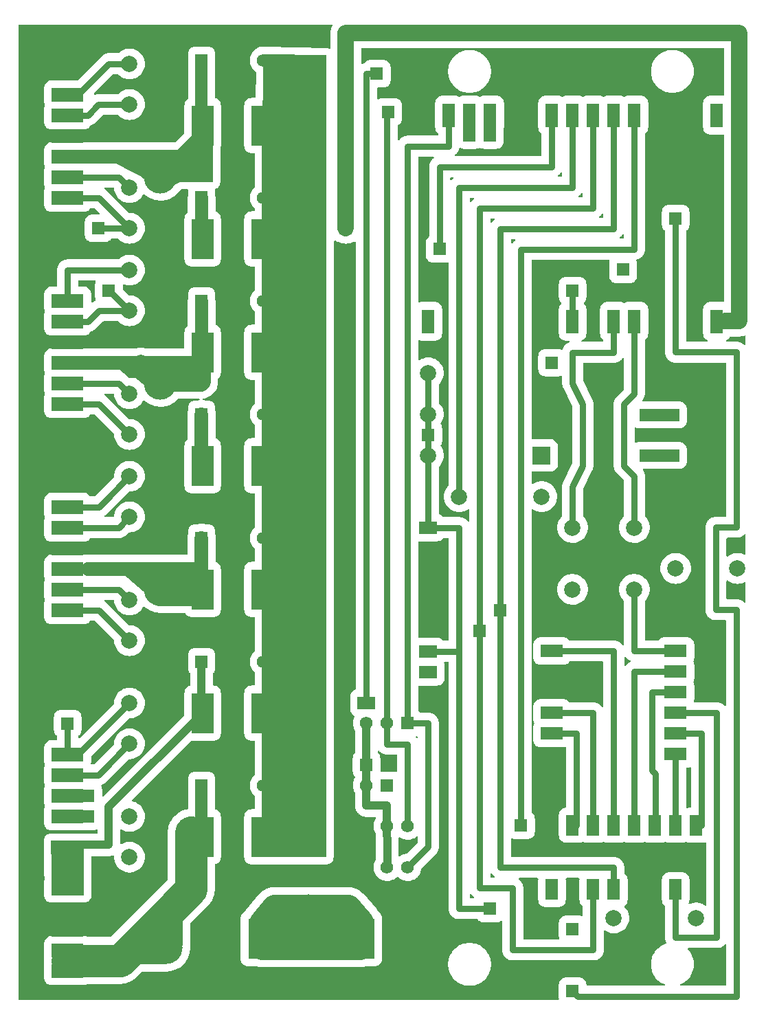
<source format=gbl>
G04 Layer: BottomLayer*
G04 EasyEDA v6.5.22, 2022-11-10 15:31:46*
G04 b7be4e29126e4417a89479274d17f270,4d866ca34c7e4626bfa8f39187415ab3,10*
G04 Gerber Generator version 0.2*
G04 Scale: 100 percent, Rotated: No, Reflected: No *
G04 Dimensions in millimeters *
G04 leading zeros omitted , absolute positions ,4 integer and 5 decimal *
%FSLAX45Y45*%
%MOMM*%

%ADD10C,0.8000*%
%ADD11C,3.0000*%
%ADD12C,1.6000*%
%ADD13C,1.7000*%
%ADD14C,4.0000*%
%ADD15C,2.0000*%
%ADD16C,1.5000*%
%ADD17C,1.0000*%
%ADD18C,8.0000*%
%ADD19R,1.6000X2.5000*%
%ADD20R,2.2000X2.2000*%
%ADD21R,5.0000X1.5000*%
%ADD22R,1.5750X1.5750*%
%ADD23C,1.5750*%
%ADD24R,4.0000X1.7000*%
%ADD25R,1.6000X1.6000*%
%ADD26R,2.7000X5.0000*%
%ADD27R,2.8000X1.6000*%
%ADD28R,3.5000X5.0000*%
%ADD29R,2.2000X1.6000*%
%ADD30R,1.6000X3.0000*%
%ADD31R,1.2000X1.6000*%
%ADD32R,1.2000X1.2000*%
%ADD33R,1.2000X1.4000*%
%ADD34C,1.5240*%
%ADD35R,1.5240X1.5240*%
%ADD36R,1.5000X1.5000*%
%ADD37R,0.0141X1.5000*%

%LPD*%
G36*
X1096111Y3300933D02*
G01*
X1091946Y3301847D01*
X1088542Y3304336D01*
X1086459Y3308045D01*
X1086053Y3312312D01*
X1087424Y3316325D01*
X1090320Y3319424D01*
X1099261Y3326231D01*
X1104900Y3331260D01*
X1110183Y3336594D01*
X1115212Y3342182D01*
X1119886Y3348126D01*
X1122019Y3351174D01*
X1125118Y3354070D01*
X1129131Y3355390D01*
X1133398Y3355035D01*
X1137107Y3352901D01*
X1139596Y3349498D01*
X1140510Y3345332D01*
X1140510Y3311093D01*
X1139698Y3307232D01*
X1137513Y3303930D01*
X1134211Y3301746D01*
X1130350Y3300933D01*
G37*

%LPD*%
G36*
X-228650Y3257092D02*
G01*
X-232511Y3257854D01*
X-235813Y3260039D01*
X-237998Y3263341D01*
X-238810Y3267252D01*
X-238810Y3285794D01*
X-237998Y3289655D01*
X-235813Y3292957D01*
X-232511Y3295142D01*
X-228650Y3295954D01*
X-207111Y3295954D01*
X-202946Y3295040D01*
X-199542Y3292551D01*
X-197408Y3288842D01*
X-197002Y3284575D01*
X-198374Y3280562D01*
X-201269Y3277463D01*
X-204317Y3275329D01*
X-210261Y3270656D01*
X-215849Y3265627D01*
X-221437Y3260039D01*
X-224739Y3257854D01*
G37*

%LPD*%
G36*
X1350111Y3046933D02*
G01*
X1345946Y3047847D01*
X1342542Y3050336D01*
X1340459Y3054045D01*
X1340053Y3058312D01*
X1341424Y3062325D01*
X1344320Y3065424D01*
X1353261Y3072231D01*
X1358900Y3077260D01*
X1364183Y3082594D01*
X1369212Y3088182D01*
X1376019Y3097123D01*
X1379118Y3100070D01*
X1383131Y3101390D01*
X1387398Y3101035D01*
X1391107Y3098901D01*
X1393596Y3095498D01*
X1394510Y3091332D01*
X1394510Y3057093D01*
X1393698Y3053232D01*
X1391513Y3049930D01*
X1388211Y3047746D01*
X1384350Y3046933D01*
G37*

%LPD*%
G36*
X13868Y2987497D02*
G01*
X9601Y2987852D01*
X5943Y2989986D01*
X3403Y2993390D01*
X2540Y2997555D01*
X2540Y3031794D01*
X3302Y3035655D01*
X5486Y3038957D01*
X8788Y3041142D01*
X12700Y3041954D01*
X46888Y3041954D01*
X51054Y3041040D01*
X54457Y3038551D01*
X56591Y3034842D01*
X56997Y3030575D01*
X55626Y3026562D01*
X52730Y3023463D01*
X49682Y3021330D01*
X43738Y3016656D01*
X38150Y3011627D01*
X32816Y3006293D01*
X27787Y3000705D01*
X23114Y2994761D01*
X20980Y2991713D01*
X17881Y2988818D01*
G37*

%LPD*%
G36*
X1604111Y2792933D02*
G01*
X1599946Y2793847D01*
X1596542Y2796336D01*
X1594459Y2800045D01*
X1594053Y2804312D01*
X1595424Y2808325D01*
X1598320Y2811424D01*
X1607261Y2818231D01*
X1612900Y2823260D01*
X1618183Y2828594D01*
X1623212Y2834182D01*
X1630019Y2843123D01*
X1633118Y2846070D01*
X1637131Y2847390D01*
X1641398Y2847035D01*
X1645107Y2844901D01*
X1647596Y2841498D01*
X1648510Y2837332D01*
X1648510Y2803093D01*
X1647698Y2799232D01*
X1645513Y2795930D01*
X1642211Y2793746D01*
X1638350Y2792933D01*
G37*

%LPD*%
G36*
X267868Y2733497D02*
G01*
X263601Y2733852D01*
X259943Y2735986D01*
X257403Y2739390D01*
X256540Y2743555D01*
X256540Y2777794D01*
X257302Y2781655D01*
X259486Y2784957D01*
X262788Y2787142D01*
X266700Y2787954D01*
X300888Y2787954D01*
X305054Y2787040D01*
X308457Y2784551D01*
X310591Y2780842D01*
X310997Y2776575D01*
X309626Y2772562D01*
X306730Y2769463D01*
X303682Y2767330D01*
X297738Y2762656D01*
X292150Y2757627D01*
X286816Y2752293D01*
X281787Y2746705D01*
X277114Y2740761D01*
X274980Y2737713D01*
X271881Y2734818D01*
G37*

%LPD*%
G36*
X1858111Y2538933D02*
G01*
X1853996Y2539847D01*
X1850542Y2542336D01*
X1848459Y2546045D01*
X1848053Y2550312D01*
X1849424Y2554325D01*
X1852320Y2557424D01*
X1861261Y2564231D01*
X1866900Y2569260D01*
X1872183Y2574594D01*
X1877212Y2580182D01*
X1884019Y2589123D01*
X1887118Y2592019D01*
X1891131Y2593390D01*
X1895398Y2592984D01*
X1899107Y2590901D01*
X1901596Y2587498D01*
X1902510Y2583332D01*
X1902510Y2549093D01*
X1901698Y2545232D01*
X1899513Y2541930D01*
X1896211Y2539746D01*
X1892350Y2538933D01*
G37*

%LPD*%
G36*
X521868Y2479497D02*
G01*
X517601Y2479903D01*
X513943Y2481986D01*
X511403Y2485440D01*
X510540Y2489555D01*
X510540Y2523794D01*
X511301Y2527655D01*
X513486Y2530957D01*
X516788Y2533142D01*
X520700Y2533954D01*
X554888Y2533954D01*
X559054Y2533040D01*
X562457Y2530551D01*
X564540Y2526842D01*
X564946Y2522575D01*
X563575Y2518562D01*
X560679Y2515463D01*
X551738Y2508656D01*
X546150Y2503627D01*
X540816Y2498293D01*
X535787Y2492705D01*
X528980Y2483764D01*
X525881Y2480868D01*
G37*

%LPD*%
G36*
X3392881Y1225854D02*
G01*
X3389020Y1226667D01*
X3385718Y1228852D01*
X3379927Y1234643D01*
X3374339Y1239672D01*
X3368395Y1244346D01*
X3362248Y1248664D01*
X3355848Y1252626D01*
X3349193Y1256182D01*
X3342386Y1259382D01*
X3335375Y1262176D01*
X3328212Y1264513D01*
X3320948Y1266494D01*
X3313582Y1268018D01*
X3306114Y1269085D01*
X3298596Y1269746D01*
X3290925Y1269949D01*
X3170224Y1269949D01*
X3165856Y1270914D01*
X3162350Y1273657D01*
X3160369Y1277620D01*
X3160217Y1282039D01*
X3161995Y1286103D01*
X3165348Y1289050D01*
X3176371Y1295044D01*
X3186582Y1302715D01*
X3195624Y1311757D01*
X3203244Y1321968D01*
X3207207Y1329182D01*
X3209442Y1332026D01*
X3212592Y1333855D01*
X3216097Y1334465D01*
X3327146Y1334465D01*
X3345992Y1335430D01*
X3364382Y1338122D01*
X3382416Y1342644D01*
X3389477Y1345184D01*
X3393338Y1345793D01*
X3397097Y1344879D01*
X3400247Y1342694D01*
X3402329Y1339443D01*
X3403092Y1335633D01*
X3403092Y1236014D01*
X3402279Y1232154D01*
X3400094Y1228852D01*
X3396792Y1226616D01*
G37*

%LPD*%
G36*
X-13868Y-949553D02*
G01*
X-17881Y-948182D01*
X-20980Y-945286D01*
X-23114Y-942238D01*
X-27787Y-936294D01*
X-32816Y-930706D01*
X-38150Y-925372D01*
X-43738Y-920343D01*
X-49682Y-915669D01*
X-55829Y-911352D01*
X-62230Y-907389D01*
X-68884Y-903833D01*
X-75692Y-900633D01*
X-82702Y-897839D01*
X-89865Y-895502D01*
X-97129Y-893521D01*
X-104495Y-891997D01*
X-111963Y-890930D01*
X-119481Y-890269D01*
X-127152Y-890066D01*
X-318465Y-890066D01*
X-321564Y-889558D01*
X-324358Y-888136D01*
X-326593Y-885952D01*
X-330352Y-880973D01*
X-339394Y-871931D01*
X-349605Y-864260D01*
X-360832Y-858164D01*
X-371856Y-854049D01*
X-375361Y-851865D01*
X-377647Y-848512D01*
X-378510Y-844499D01*
X-378510Y-272999D01*
X-377647Y-268935D01*
X-375259Y-265531D01*
X-372364Y-262890D01*
X-359867Y-248716D01*
X-348792Y-233375D01*
X-339394Y-217017D01*
X-331622Y-199796D01*
X-325577Y-181864D01*
X-321360Y-163474D01*
X-319024Y-144729D01*
X-318566Y-125831D01*
X-319989Y-106984D01*
X-323240Y-88392D01*
X-328371Y-70205D01*
X-335280Y-52628D01*
X-343916Y-35814D01*
X-354330Y-19710D01*
X-356260Y-15747D01*
X-356311Y-11328D01*
X-354482Y-7315D01*
X-352704Y-4927D01*
X-346608Y6248D01*
X-342138Y18237D01*
X-339445Y30683D01*
X-338480Y43789D01*
X-338480Y203098D01*
X-339445Y216154D01*
X-342138Y228650D01*
X-346608Y240588D01*
X-352704Y251815D01*
X-354634Y254355D01*
X-356412Y258216D01*
X-356463Y262483D01*
X-354736Y266395D01*
X-348792Y274624D01*
X-339394Y290982D01*
X-331622Y308203D01*
X-325577Y326136D01*
X-321360Y344525D01*
X-319024Y363270D01*
X-318566Y382168D01*
X-319989Y401015D01*
X-323240Y419608D01*
X-328371Y437794D01*
X-335280Y455371D01*
X-343916Y472185D01*
X-354126Y488086D01*
X-365912Y502818D01*
X-375615Y512775D01*
X-377748Y516026D01*
X-378510Y519836D01*
X-378510Y743000D01*
X-377647Y747064D01*
X-375259Y750468D01*
X-372364Y753110D01*
X-359867Y767283D01*
X-348792Y782624D01*
X-339394Y798982D01*
X-331622Y816203D01*
X-325577Y834136D01*
X-321360Y852525D01*
X-319024Y871270D01*
X-318566Y890168D01*
X-319989Y909015D01*
X-323240Y927608D01*
X-328371Y945794D01*
X-335280Y963371D01*
X-343916Y980186D01*
X-354126Y996086D01*
X-365912Y1010818D01*
X-379120Y1024331D01*
X-393598Y1036523D01*
X-409194Y1047140D01*
X-425805Y1056182D01*
X-443179Y1063498D01*
X-461264Y1069086D01*
X-479755Y1072845D01*
X-498551Y1074724D01*
X-517448Y1074724D01*
X-536244Y1072845D01*
X-554736Y1069086D01*
X-572820Y1063498D01*
X-590194Y1056182D01*
X-606806Y1047140D01*
X-616559Y1040485D01*
X-620623Y1038860D01*
X-624992Y1039063D01*
X-628853Y1041146D01*
X-631545Y1044600D01*
X-632460Y1048867D01*
X-632460Y1277010D01*
X-631698Y1280820D01*
X-629615Y1284122D01*
X-626414Y1286306D01*
X-622604Y1287170D01*
X-618744Y1286560D01*
X-613257Y1284478D01*
X-600760Y1281785D01*
X-587654Y1280820D01*
X-428396Y1280820D01*
X-415290Y1281785D01*
X-402793Y1284478D01*
X-390855Y1288948D01*
X-379628Y1295044D01*
X-369417Y1302715D01*
X-360375Y1311757D01*
X-352755Y1321968D01*
X-346608Y1333144D01*
X-342188Y1345133D01*
X-339445Y1357630D01*
X-338531Y1370685D01*
X-338531Y1669999D01*
X-339445Y1683054D01*
X-342188Y1695551D01*
X-346608Y1707489D01*
X-352755Y1718716D01*
X-360375Y1728927D01*
X-369417Y1737969D01*
X-379628Y1745640D01*
X-390855Y1751736D01*
X-402793Y1756206D01*
X-415290Y1758899D01*
X-428396Y1759864D01*
X-587654Y1759864D01*
X-600760Y1758899D01*
X-613257Y1756206D01*
X-618744Y1754124D01*
X-622604Y1753514D01*
X-626414Y1754378D01*
X-629615Y1756562D01*
X-631698Y1759864D01*
X-632460Y1763674D01*
X-632460Y3539794D01*
X-631698Y3543655D01*
X-629513Y3546957D01*
X-626211Y3549142D01*
X-622300Y3549954D01*
X-448411Y3549954D01*
X-444246Y3549040D01*
X-440842Y3546551D01*
X-438708Y3542842D01*
X-438353Y3538575D01*
X-439674Y3534562D01*
X-442569Y3531463D01*
X-445617Y3529329D01*
X-451561Y3524656D01*
X-457149Y3519627D01*
X-462483Y3514293D01*
X-467512Y3508705D01*
X-472185Y3502761D01*
X-476504Y3496614D01*
X-480466Y3490214D01*
X-484022Y3483559D01*
X-487222Y3476751D01*
X-490016Y3469741D01*
X-492353Y3462578D01*
X-494334Y3455314D01*
X-495858Y3447948D01*
X-496925Y3440480D01*
X-497585Y3432962D01*
X-497789Y3425291D01*
X-497789Y2572512D01*
X-498297Y2569413D01*
X-499668Y2566619D01*
X-501904Y2564384D01*
X-506882Y2560624D01*
X-515924Y2551582D01*
X-523595Y2541371D01*
X-529691Y2530195D01*
X-534162Y2518206D01*
X-536854Y2505760D01*
X-537819Y2492654D01*
X-537819Y2333345D01*
X-536854Y2320290D01*
X-534162Y2307793D01*
X-529691Y2295804D01*
X-523595Y2284628D01*
X-515924Y2274417D01*
X-506882Y2265375D01*
X-496671Y2257704D01*
X-485444Y2251608D01*
X-473506Y2247138D01*
X-461009Y2244445D01*
X-447954Y2243480D01*
X-288645Y2243480D01*
X-275539Y2244445D01*
X-268833Y2245918D01*
X-264312Y2245868D01*
X-260299Y2243886D01*
X-257505Y2240330D01*
X-256489Y2235962D01*
X-256489Y-496112D01*
X-257352Y-500176D01*
X-259740Y-503529D01*
X-262636Y-506222D01*
X-275183Y-520395D01*
X-286207Y-535736D01*
X-295656Y-552094D01*
X-303377Y-569315D01*
X-309422Y-587248D01*
X-313639Y-605637D01*
X-315976Y-624382D01*
X-316433Y-643280D01*
X-315010Y-662127D01*
X-311759Y-680720D01*
X-306628Y-698906D01*
X-299720Y-716483D01*
X-291134Y-733298D01*
X-280873Y-749198D01*
X-269087Y-763930D01*
X-255879Y-777494D01*
X-241401Y-789635D01*
X-225806Y-800252D01*
X-209245Y-809294D01*
X-191820Y-816610D01*
X-173786Y-822198D01*
X-155244Y-825957D01*
X-136448Y-827836D01*
X-117551Y-827836D01*
X-98755Y-825957D01*
X-80264Y-822198D01*
X-62179Y-816610D01*
X-44805Y-809294D01*
X-28194Y-800252D01*
X-18389Y-793546D01*
X-14325Y-791921D01*
X-9956Y-792175D01*
X-6096Y-794207D01*
X-3454Y-797712D01*
X-2489Y-801979D01*
X-2489Y-939444D01*
X-3403Y-943610D01*
X-5892Y-947013D01*
X-9601Y-949147D01*
G37*

%LPD*%
G36*
X3176168Y-1378915D02*
G01*
X3172460Y-1377950D01*
X3169361Y-1375714D01*
X3167329Y-1372514D01*
X3166567Y-1368755D01*
X3166567Y-1155649D01*
X3167380Y-1151788D01*
X3169564Y-1148486D01*
X3172866Y-1146302D01*
X3176727Y-1145489D01*
X3290925Y-1145489D01*
X3298596Y-1145286D01*
X3306114Y-1144625D01*
X3313582Y-1143558D01*
X3320948Y-1142034D01*
X3328212Y-1140053D01*
X3335375Y-1137716D01*
X3342386Y-1134922D01*
X3349193Y-1131722D01*
X3355848Y-1128166D01*
X3362248Y-1124204D01*
X3368395Y-1119886D01*
X3374339Y-1115212D01*
X3379927Y-1110183D01*
X3385718Y-1104392D01*
X3389020Y-1102207D01*
X3392881Y-1101394D01*
X3396792Y-1102156D01*
X3400094Y-1104392D01*
X3402279Y-1107694D01*
X3403092Y-1111554D01*
X3403092Y-1346454D01*
X3402228Y-1350518D01*
X3399790Y-1353921D01*
X3396183Y-1356055D01*
X3392068Y-1356563D01*
X3388055Y-1355344D01*
X3384194Y-1353261D01*
X3366820Y-1345946D01*
X3348736Y-1340358D01*
X3330244Y-1336598D01*
X3311448Y-1334719D01*
X3292551Y-1334719D01*
X3273755Y-1336598D01*
X3255213Y-1340358D01*
X3237179Y-1345946D01*
X3219754Y-1353261D01*
X3203194Y-1362303D01*
X3187598Y-1372920D01*
X3183280Y-1376527D01*
X3179927Y-1378407D01*
G37*

%LPD*%
G36*
X3392881Y-1946605D02*
G01*
X3389020Y-1945792D01*
X3385718Y-1943607D01*
X3379927Y-1937816D01*
X3374339Y-1932787D01*
X3368395Y-1928114D01*
X3362248Y-1923796D01*
X3355848Y-1919833D01*
X3349193Y-1916277D01*
X3342386Y-1913077D01*
X3335375Y-1910283D01*
X3328212Y-1907946D01*
X3320948Y-1905965D01*
X3313582Y-1904441D01*
X3306114Y-1903374D01*
X3298596Y-1902714D01*
X3290925Y-1902510D01*
X3176727Y-1902510D01*
X3172866Y-1901698D01*
X3169564Y-1899513D01*
X3167380Y-1896211D01*
X3166567Y-1892350D01*
X3166567Y-1679295D01*
X3167583Y-1674926D01*
X3170326Y-1671421D01*
X3174339Y-1669440D01*
X3178810Y-1669338D01*
X3182874Y-1671218D01*
X3195269Y-1680565D01*
X3211372Y-1690420D01*
X3228390Y-1698599D01*
X3246120Y-1705051D01*
X3264458Y-1709724D01*
X3283102Y-1712569D01*
X3302000Y-1713484D01*
X3320846Y-1712569D01*
X3339541Y-1709724D01*
X3357829Y-1705051D01*
X3375609Y-1698599D01*
X3388512Y-1692402D01*
X3392474Y-1691386D01*
X3396487Y-1692046D01*
X3399942Y-1694230D01*
X3402279Y-1697583D01*
X3403092Y-1701546D01*
X3403092Y-1936445D01*
X3402279Y-1940306D01*
X3400094Y-1943607D01*
X3396792Y-1945843D01*
G37*

%LPD*%
G36*
X-318465Y-2414066D02*
G01*
X-321564Y-2413558D01*
X-324358Y-2412136D01*
X-326593Y-2409952D01*
X-330352Y-2404973D01*
X-339394Y-2395931D01*
X-349605Y-2388260D01*
X-360832Y-2382164D01*
X-372770Y-2377694D01*
X-385267Y-2375001D01*
X-398373Y-2374036D01*
X-617626Y-2374036D01*
X-621588Y-2374341D01*
X-625703Y-2373782D01*
X-629208Y-2371648D01*
X-631596Y-2368245D01*
X-632460Y-2364181D01*
X-632460Y-1198930D01*
X-631596Y-1194866D01*
X-629208Y-1191463D01*
X-625703Y-1189329D01*
X-621588Y-1188770D01*
X-617626Y-1189075D01*
X-398373Y-1189075D01*
X-385267Y-1188110D01*
X-372770Y-1185418D01*
X-360832Y-1180947D01*
X-349605Y-1174851D01*
X-339394Y-1167180D01*
X-330352Y-1158138D01*
X-326593Y-1153109D01*
X-324358Y-1150924D01*
X-321564Y-1149553D01*
X-318465Y-1149045D01*
X-266649Y-1149045D01*
X-262788Y-1149858D01*
X-259486Y-1152042D01*
X-257302Y-1155344D01*
X-256489Y-1159205D01*
X-256489Y-2403906D01*
X-257302Y-2407767D01*
X-259486Y-2411069D01*
X-262788Y-2413254D01*
X-266649Y-2414066D01*
G37*

%LPD*%
G36*
X1918817Y-2723946D02*
G01*
X1914601Y-2723540D01*
X1910892Y-2721457D01*
X1908403Y-2718003D01*
X1907489Y-2713888D01*
X1907489Y-2620111D01*
X1908403Y-2615946D01*
X1910892Y-2612491D01*
X1914601Y-2610408D01*
X1918817Y-2610002D01*
X1922881Y-2611374D01*
X1925980Y-2614269D01*
X1928114Y-2617317D01*
X1932787Y-2623261D01*
X1937816Y-2628849D01*
X1943150Y-2634183D01*
X1948738Y-2639212D01*
X1954682Y-2643886D01*
X1960829Y-2648204D01*
X1967230Y-2652166D01*
X1973884Y-2655722D01*
X1978304Y-2657805D01*
X1981403Y-2660040D01*
X1983435Y-2663240D01*
X1984146Y-2667000D01*
X1983435Y-2670759D01*
X1981403Y-2673959D01*
X1978304Y-2676194D01*
X1973834Y-2678277D01*
X1967230Y-2681833D01*
X1960829Y-2685796D01*
X1954631Y-2690114D01*
X1948738Y-2694787D01*
X1943100Y-2699816D01*
X1937766Y-2705150D01*
X1932787Y-2710738D01*
X1925980Y-2719679D01*
X1922881Y-2722575D01*
G37*

%LPD*%
G36*
X-648716Y-3616553D02*
G01*
X-652729Y-3615232D01*
X-655878Y-3612387D01*
X-659231Y-3607815D01*
X-660857Y-3604412D01*
X-661111Y-3600704D01*
X-660044Y-3597148D01*
X-657758Y-3594201D01*
X-654558Y-3592322D01*
X-651205Y-3591051D01*
X-647395Y-3590442D01*
X-643585Y-3591255D01*
X-640384Y-3593490D01*
X-638251Y-3596741D01*
X-637489Y-3600602D01*
X-637489Y-3606444D01*
X-638403Y-3610559D01*
X-640892Y-3614013D01*
X-644550Y-3616096D01*
G37*

%LPD*%
G36*
X-901395Y-4033113D02*
G01*
X-905205Y-4032504D01*
X-912063Y-4029913D01*
X-924509Y-4027220D01*
X-937615Y-4026306D01*
X-1090320Y-4026306D01*
X-1094232Y-4025493D01*
X-1097483Y-4023309D01*
X-1099718Y-4020007D01*
X-1100480Y-4016146D01*
X-1100480Y-3860901D01*
X-1101394Y-3847846D01*
X-1104138Y-3835349D01*
X-1108608Y-3823411D01*
X-1114704Y-3812184D01*
X-1122375Y-3801973D01*
X-1127506Y-3796842D01*
X-1129690Y-3793540D01*
X-1130452Y-3789629D01*
X-1130452Y-3779316D01*
X-1129639Y-3775354D01*
X-1127353Y-3772001D01*
X-1123950Y-3769817D01*
X-1119936Y-3769156D01*
X-1115974Y-3770122D01*
X-1112723Y-3772560D01*
X-1110183Y-3775405D01*
X-1104849Y-3780739D01*
X-1099210Y-3785768D01*
X-1093317Y-3790442D01*
X-1087120Y-3794760D01*
X-1080719Y-3798722D01*
X-1074115Y-3802278D01*
X-1067257Y-3805478D01*
X-1060246Y-3808272D01*
X-1053134Y-3810609D01*
X-1045819Y-3812590D01*
X-1038453Y-3814114D01*
X-1030986Y-3815181D01*
X-1023518Y-3815842D01*
X-1015847Y-3816045D01*
X-901649Y-3816045D01*
X-897788Y-3816858D01*
X-894486Y-3819042D01*
X-892302Y-3822344D01*
X-891489Y-3826205D01*
X-891489Y-4022953D01*
X-892251Y-4026763D01*
X-894384Y-4030065D01*
X-897585Y-4032250D01*
G37*

%LPD*%
G36*
X2679395Y-4478426D02*
G01*
X2675585Y-4477562D01*
X2672384Y-4475327D01*
X2670251Y-4472076D01*
X2669489Y-4468266D01*
X2669489Y-3989679D01*
X2670200Y-3985971D01*
X2672232Y-3982720D01*
X2675280Y-3980484D01*
X2678938Y-3979519D01*
X2692755Y-3978554D01*
X2705201Y-3975862D01*
X2714294Y-3972458D01*
X2718104Y-3971848D01*
X2721914Y-3972712D01*
X2725115Y-3974896D01*
X2727248Y-3978198D01*
X2728010Y-3982008D01*
X2728010Y-4461865D01*
X2727198Y-4465777D01*
X2725013Y-4469079D01*
X2721711Y-4471263D01*
X2717850Y-4472025D01*
X2714345Y-4472025D01*
X2701290Y-4472990D01*
X2688793Y-4475683D01*
X2683205Y-4477766D01*
G37*

%LPD*%
G36*
X-862533Y-5071110D02*
G01*
X-866902Y-5070957D01*
X-870813Y-5068925D01*
X-873506Y-5065420D01*
X-874471Y-5061153D01*
X-875182Y-4844389D01*
X-874217Y-4840071D01*
X-871575Y-4836566D01*
X-867664Y-4834534D01*
X-863244Y-4834331D01*
X-859180Y-4836058D01*
X-851255Y-4841595D01*
X-835558Y-4850282D01*
X-819048Y-4857242D01*
X-801928Y-4862423D01*
X-784352Y-4865725D01*
X-766470Y-4867198D01*
X-748588Y-4866690D01*
X-730808Y-4864303D01*
X-713435Y-4860086D01*
X-696569Y-4853990D01*
X-680466Y-4846167D01*
X-665276Y-4836668D01*
X-653948Y-4827778D01*
X-649884Y-4825847D01*
X-645363Y-4825847D01*
X-641299Y-4827828D01*
X-638505Y-4831334D01*
X-637489Y-4835753D01*
X-637489Y-4895138D01*
X-638302Y-4899050D01*
X-640486Y-4902352D01*
X-775208Y-5037074D01*
X-778154Y-5039106D01*
X-781608Y-5040020D01*
X-784352Y-5040223D01*
X-801928Y-5043576D01*
X-819048Y-5048707D01*
X-835558Y-5055666D01*
X-851255Y-5064353D01*
X-858469Y-5069433D01*
G37*

%LPD*%
G36*
X266649Y-5331510D02*
G01*
X262788Y-5330698D01*
X259486Y-5328513D01*
X257302Y-5325211D01*
X256489Y-5321350D01*
X256489Y-5287111D01*
X257403Y-5282946D01*
X259892Y-5279542D01*
X263601Y-5277408D01*
X267868Y-5277053D01*
X271881Y-5278374D01*
X274980Y-5281320D01*
X281787Y-5290261D01*
X286816Y-5295849D01*
X292150Y-5301183D01*
X297738Y-5306212D01*
X303682Y-5310886D01*
X306730Y-5313019D01*
X309626Y-5316118D01*
X310946Y-5320131D01*
X310591Y-5324398D01*
X308457Y-5328107D01*
X305054Y-5330596D01*
X300888Y-5331510D01*
G37*

%LPD*%
G36*
X12649Y-5585510D02*
G01*
X8788Y-5584698D01*
X5486Y-5582513D01*
X3302Y-5579211D01*
X2489Y-5575350D01*
X2489Y-5541111D01*
X3403Y-5536946D01*
X5892Y-5533542D01*
X9601Y-5531408D01*
X13868Y-5531053D01*
X17881Y-5532374D01*
X20980Y-5535320D01*
X27787Y-5544261D01*
X32816Y-5549849D01*
X38150Y-5555183D01*
X43738Y-5560212D01*
X49682Y-5564886D01*
X52730Y-5567019D01*
X55626Y-5570118D01*
X56946Y-5574131D01*
X56591Y-5578398D01*
X54457Y-5582107D01*
X51054Y-5584596D01*
X46888Y-5585510D01*
G37*

%LPD*%
G36*
X673049Y-6093510D02*
G01*
X669188Y-6092698D01*
X665886Y-6090513D01*
X663702Y-6087211D01*
X662889Y-6083350D01*
X662889Y-5461152D01*
X662686Y-5453481D01*
X662025Y-5445963D01*
X660958Y-5438495D01*
X659434Y-5431129D01*
X657453Y-5423865D01*
X655116Y-5416702D01*
X652322Y-5409692D01*
X649122Y-5402884D01*
X645566Y-5396230D01*
X641604Y-5389829D01*
X637286Y-5383682D01*
X632612Y-5377738D01*
X627583Y-5372150D01*
X622249Y-5366816D01*
X616661Y-5361787D01*
X607720Y-5354980D01*
X604774Y-5351881D01*
X603453Y-5347868D01*
X603808Y-5343601D01*
X605942Y-5339892D01*
X609346Y-5337403D01*
X613511Y-5336489D01*
X836980Y-5336489D01*
X841044Y-5337352D01*
X844397Y-5339740D01*
X846531Y-5343296D01*
X847090Y-5347411D01*
X846480Y-5355945D01*
X846480Y-5605170D01*
X847445Y-5618276D01*
X850137Y-5630773D01*
X854608Y-5642711D01*
X860704Y-5653938D01*
X868375Y-5664149D01*
X877417Y-5673191D01*
X887628Y-5680811D01*
X898804Y-5686958D01*
X910793Y-5691428D01*
X923290Y-5694121D01*
X936345Y-5695086D01*
X1095654Y-5695086D01*
X1108710Y-5694121D01*
X1121206Y-5691428D01*
X1133195Y-5686958D01*
X1144371Y-5680811D01*
X1154582Y-5673191D01*
X1163624Y-5664149D01*
X1171295Y-5653938D01*
X1177391Y-5642711D01*
X1181862Y-5630773D01*
X1184554Y-5618276D01*
X1185519Y-5605170D01*
X1185519Y-5355945D01*
X1184910Y-5347411D01*
X1185468Y-5343296D01*
X1187602Y-5339740D01*
X1190955Y-5337352D01*
X1195019Y-5336489D01*
X1344980Y-5336489D01*
X1349044Y-5337352D01*
X1352397Y-5339740D01*
X1354531Y-5343296D01*
X1355090Y-5347411D01*
X1354480Y-5355945D01*
X1354480Y-5605170D01*
X1355445Y-5618276D01*
X1358138Y-5630773D01*
X1362608Y-5642711D01*
X1368704Y-5653938D01*
X1376375Y-5664149D01*
X1385417Y-5673191D01*
X1390396Y-5676950D01*
X1392631Y-5679186D01*
X1394002Y-5681980D01*
X1394510Y-5685078D01*
X1394510Y-5795670D01*
X1393748Y-5799480D01*
X1391615Y-5802782D01*
X1388414Y-5804966D01*
X1384604Y-5805830D01*
X1380794Y-5805220D01*
X1375206Y-5803138D01*
X1362710Y-5800394D01*
X1349603Y-5799480D01*
X1190345Y-5799480D01*
X1177239Y-5800394D01*
X1164793Y-5803138D01*
X1152804Y-5807557D01*
X1141628Y-5813704D01*
X1131366Y-5821324D01*
X1122375Y-5830366D01*
X1114704Y-5840577D01*
X1108608Y-5851804D01*
X1104138Y-5863742D01*
X1101394Y-5876239D01*
X1100480Y-5889345D01*
X1100480Y-6048603D01*
X1101394Y-6061710D01*
X1104138Y-6074206D01*
X1106220Y-6079794D01*
X1106830Y-6083604D01*
X1106017Y-6087414D01*
X1103782Y-6090615D01*
X1100531Y-6092748D01*
X1096670Y-6093510D01*
G37*

%LPD*%
G36*
X2602433Y-6665010D02*
G01*
X2598623Y-6664248D01*
X2595321Y-6662064D01*
X2593136Y-6658864D01*
X2592273Y-6655003D01*
X2592984Y-6651142D01*
X2595067Y-6647840D01*
X2598267Y-6645554D01*
X2619095Y-6636156D01*
X2638653Y-6625234D01*
X2657297Y-6612636D01*
X2674721Y-6598564D01*
X2690977Y-6583019D01*
X2705811Y-6566153D01*
X2719120Y-6548120D01*
X2730906Y-6528968D01*
X2741015Y-6508953D01*
X2749397Y-6488125D01*
X2755950Y-6466636D01*
X2760675Y-6444691D01*
X2763520Y-6422440D01*
X2764485Y-6399987D01*
X2763520Y-6377533D01*
X2760675Y-6355283D01*
X2755950Y-6333337D01*
X2749397Y-6311849D01*
X2741015Y-6291021D01*
X2730906Y-6271006D01*
X2719120Y-6251854D01*
X2705811Y-6233820D01*
X2690977Y-6217005D01*
X2688996Y-6213652D01*
X2688437Y-6209842D01*
X2689352Y-6206083D01*
X2691587Y-6202934D01*
X2694787Y-6200851D01*
X2698597Y-6200089D01*
X3047847Y-6200089D01*
X3055518Y-6199886D01*
X3063036Y-6199225D01*
X3070504Y-6198158D01*
X3077870Y-6196634D01*
X3085134Y-6194653D01*
X3092297Y-6192316D01*
X3099308Y-6189522D01*
X3106115Y-6186322D01*
X3112770Y-6182766D01*
X3119170Y-6178804D01*
X3125317Y-6174486D01*
X3131261Y-6169812D01*
X3136849Y-6164783D01*
X3143808Y-6157671D01*
X3147060Y-6155232D01*
X3151022Y-6154267D01*
X3155035Y-6154928D01*
X3158439Y-6157061D01*
X3160776Y-6160414D01*
X3161588Y-6164427D01*
X3161588Y-6654850D01*
X3160776Y-6658711D01*
X3158591Y-6662013D01*
X3155289Y-6664198D01*
X3151428Y-6665010D01*
G37*

%LPD*%
G36*
X-5551932Y-6835648D02*
G01*
X-5555792Y-6834886D01*
X-5559094Y-6832650D01*
X-5561330Y-6829348D01*
X-5562092Y-6825488D01*
X-5562092Y5167376D01*
X-5561330Y5171236D01*
X-5559094Y5174538D01*
X-5555792Y5176774D01*
X-5551932Y5177536D01*
X-1701596Y5177536D01*
X-1697634Y5176723D01*
X-1694281Y5174386D01*
X-1692097Y5170982D01*
X-1691436Y5166969D01*
X-1692402Y5163007D01*
X-1699056Y5148986D01*
X-1705356Y5131460D01*
X-1709877Y5113426D01*
X-1712569Y5095036D01*
X-1713484Y5076190D01*
X-1713484Y4891125D01*
X-1714246Y4887315D01*
X-1716379Y4884064D01*
X-1719580Y4881829D01*
X-1723389Y4880965D01*
X-1727250Y4881626D01*
X-1740103Y4886452D01*
X-1752600Y4889195D01*
X-1764131Y4890109D01*
X-2508148Y4902301D01*
X-2513228Y4903216D01*
X-2531059Y4905095D01*
X-2548940Y4905095D01*
X-2566771Y4903216D01*
X-2584246Y4899406D01*
X-2601264Y4893767D01*
X-2617571Y4886401D01*
X-2633014Y4877308D01*
X-2647391Y4866589D01*
X-2660548Y4854448D01*
X-2672334Y4840986D01*
X-2682646Y4826355D01*
X-2691282Y4810658D01*
X-2698242Y4794148D01*
X-2703423Y4777028D01*
X-2706776Y4759401D01*
X-2708198Y4741570D01*
X-2707690Y4723688D01*
X-2705303Y4705908D01*
X-2701086Y4688535D01*
X-2694990Y4671669D01*
X-2687167Y4655566D01*
X-2677668Y4640376D01*
X-2666593Y4626305D01*
X-2654096Y4613452D01*
X-2640330Y4602022D01*
X-2636520Y4599482D01*
X-2634030Y4597196D01*
X-2632456Y4594250D01*
X-2631948Y4590897D01*
X-2635351Y4283049D01*
X-2636164Y4279188D01*
X-2638348Y4275937D01*
X-2641650Y4273753D01*
X-2645511Y4272991D01*
X-2687320Y4272991D01*
X-2700426Y4272026D01*
X-2712923Y4269333D01*
X-2724861Y4264863D01*
X-2736088Y4258767D01*
X-2746298Y4251096D01*
X-2755341Y4242054D01*
X-2762961Y4231843D01*
X-2769108Y4220667D01*
X-2773578Y4208678D01*
X-2776270Y4196181D01*
X-2777185Y4183126D01*
X-2777185Y3683812D01*
X-2776270Y3670757D01*
X-2773578Y3658260D01*
X-2769108Y3646322D01*
X-2762961Y3635095D01*
X-2755341Y3624884D01*
X-2746298Y3615842D01*
X-2736088Y3608171D01*
X-2724861Y3602075D01*
X-2712923Y3597605D01*
X-2700426Y3594912D01*
X-2687320Y3593947D01*
X-2658668Y3593947D01*
X-2654757Y3593185D01*
X-2651506Y3591001D01*
X-2649270Y3587699D01*
X-2648508Y3583787D01*
X-2648508Y3177387D01*
X-2649372Y3173272D01*
X-2651760Y3169920D01*
X-2660548Y3161792D01*
X-2672334Y3148330D01*
X-2682646Y3133699D01*
X-2691282Y3118002D01*
X-2698292Y3101492D01*
X-2703423Y3084372D01*
X-2706776Y3066745D01*
X-2708198Y3048914D01*
X-2707690Y3031032D01*
X-2705354Y3013252D01*
X-2701086Y2995879D01*
X-2694990Y2979013D01*
X-2687167Y2962910D01*
X-2677668Y2947720D01*
X-2666593Y2933649D01*
X-2654147Y2920796D01*
X-2652166Y2919222D01*
X-2649474Y2915716D01*
X-2648508Y2911398D01*
X-2648508Y2886100D01*
X-2649270Y2882239D01*
X-2651506Y2878937D01*
X-2654757Y2876702D01*
X-2658668Y2875940D01*
X-2687320Y2875940D01*
X-2700426Y2875026D01*
X-2712923Y2872282D01*
X-2724861Y2867863D01*
X-2736088Y2861716D01*
X-2746298Y2854045D01*
X-2755341Y2845054D01*
X-2762961Y2834843D01*
X-2769108Y2823616D01*
X-2773578Y2811627D01*
X-2776270Y2799181D01*
X-2777185Y2786075D01*
X-2777185Y2286812D01*
X-2776270Y2273706D01*
X-2773578Y2261209D01*
X-2769108Y2249271D01*
X-2762961Y2238044D01*
X-2755341Y2227834D01*
X-2746298Y2218791D01*
X-2736088Y2211171D01*
X-2724861Y2205024D01*
X-2712923Y2200605D01*
X-2700426Y2197862D01*
X-2687320Y2196947D01*
X-2658668Y2196947D01*
X-2654757Y2196134D01*
X-2651506Y2193950D01*
X-2649270Y2190648D01*
X-2648508Y2186787D01*
X-2648508Y1907387D01*
X-2649372Y1903272D01*
X-2651760Y1899920D01*
X-2660548Y1891792D01*
X-2672334Y1878330D01*
X-2682646Y1863699D01*
X-2691282Y1848002D01*
X-2698292Y1831492D01*
X-2703423Y1814372D01*
X-2706776Y1796745D01*
X-2708198Y1778914D01*
X-2707690Y1761032D01*
X-2705354Y1743252D01*
X-2701086Y1725879D01*
X-2694990Y1709013D01*
X-2687167Y1692910D01*
X-2677668Y1677720D01*
X-2666593Y1663649D01*
X-2654147Y1650796D01*
X-2652166Y1649222D01*
X-2649474Y1645716D01*
X-2648508Y1641398D01*
X-2648508Y1489151D01*
X-2649270Y1485239D01*
X-2651506Y1481988D01*
X-2654757Y1479753D01*
X-2658668Y1478991D01*
X-2687320Y1478991D01*
X-2700426Y1478076D01*
X-2712923Y1475333D01*
X-2724861Y1470863D01*
X-2736088Y1464767D01*
X-2746298Y1457096D01*
X-2755341Y1448054D01*
X-2762961Y1437843D01*
X-2769108Y1426667D01*
X-2773578Y1414678D01*
X-2776270Y1402232D01*
X-2777185Y1389126D01*
X-2777185Y889863D01*
X-2776270Y876757D01*
X-2773578Y864260D01*
X-2769108Y852322D01*
X-2762961Y841095D01*
X-2755341Y830884D01*
X-2746298Y821842D01*
X-2736088Y814222D01*
X-2724861Y808075D01*
X-2712923Y803605D01*
X-2700426Y800912D01*
X-2687320Y799947D01*
X-2658668Y799947D01*
X-2654757Y799185D01*
X-2651506Y797001D01*
X-2649270Y793699D01*
X-2648508Y789787D01*
X-2648508Y510387D01*
X-2649372Y506272D01*
X-2651760Y502920D01*
X-2660548Y494842D01*
X-2672334Y481330D01*
X-2682646Y466699D01*
X-2691282Y451002D01*
X-2698242Y434543D01*
X-2703423Y417372D01*
X-2706776Y399796D01*
X-2708198Y381914D01*
X-2707690Y364032D01*
X-2705303Y346252D01*
X-2701086Y328879D01*
X-2694990Y312013D01*
X-2687167Y295910D01*
X-2677668Y280720D01*
X-2666593Y266649D01*
X-2654096Y253847D01*
X-2652166Y252221D01*
X-2649474Y248716D01*
X-2648508Y244398D01*
X-2648508Y92049D01*
X-2649270Y88188D01*
X-2651506Y84886D01*
X-2654757Y82702D01*
X-2658668Y81889D01*
X-2687320Y81889D01*
X-2700426Y80975D01*
X-2712923Y78282D01*
X-2724861Y73812D01*
X-2736088Y67665D01*
X-2746298Y60045D01*
X-2755341Y51003D01*
X-2762961Y40792D01*
X-2769108Y29565D01*
X-2773578Y17627D01*
X-2776270Y5130D01*
X-2777185Y-7975D01*
X-2777185Y-507238D01*
X-2776270Y-520344D01*
X-2773578Y-532790D01*
X-2769108Y-544779D01*
X-2762961Y-555955D01*
X-2755341Y-566216D01*
X-2746298Y-575208D01*
X-2736088Y-582879D01*
X-2724861Y-588975D01*
X-2712923Y-593445D01*
X-2700426Y-596188D01*
X-2687320Y-597103D01*
X-2658668Y-597103D01*
X-2654757Y-597865D01*
X-2651506Y-600100D01*
X-2649270Y-603351D01*
X-2648508Y-607263D01*
X-2648508Y-1013612D01*
X-2649372Y-1017676D01*
X-2651760Y-1021080D01*
X-2660548Y-1029208D01*
X-2672334Y-1042669D01*
X-2682646Y-1057300D01*
X-2691282Y-1072997D01*
X-2698292Y-1089456D01*
X-2703423Y-1106627D01*
X-2706776Y-1124204D01*
X-2708198Y-1142085D01*
X-2707690Y-1159967D01*
X-2705354Y-1177747D01*
X-2701086Y-1195120D01*
X-2694990Y-1211986D01*
X-2687167Y-1228090D01*
X-2677668Y-1243279D01*
X-2666593Y-1257350D01*
X-2654147Y-1270203D01*
X-2652166Y-1271778D01*
X-2649474Y-1275283D01*
X-2648508Y-1279601D01*
X-2648508Y-1431899D01*
X-2649270Y-1435760D01*
X-2651506Y-1439062D01*
X-2654757Y-1441297D01*
X-2658668Y-1442059D01*
X-2687320Y-1442059D01*
X-2700426Y-1442974D01*
X-2712923Y-1445717D01*
X-2724861Y-1450136D01*
X-2736088Y-1456283D01*
X-2746298Y-1463954D01*
X-2755341Y-1472946D01*
X-2762961Y-1483156D01*
X-2769108Y-1494383D01*
X-2773578Y-1506321D01*
X-2776270Y-1518818D01*
X-2777185Y-1531924D01*
X-2777185Y-2031187D01*
X-2776270Y-2044293D01*
X-2773578Y-2056790D01*
X-2769108Y-2068728D01*
X-2762961Y-2079955D01*
X-2755341Y-2090166D01*
X-2746298Y-2099157D01*
X-2736088Y-2106828D01*
X-2724861Y-2112975D01*
X-2712923Y-2117394D01*
X-2700426Y-2120138D01*
X-2687320Y-2121052D01*
X-2658668Y-2121052D01*
X-2654757Y-2121814D01*
X-2651506Y-2124049D01*
X-2649270Y-2127351D01*
X-2648508Y-2131212D01*
X-2648508Y-2537612D01*
X-2649372Y-2541676D01*
X-2651760Y-2545080D01*
X-2660548Y-2553157D01*
X-2672334Y-2566670D01*
X-2682646Y-2581300D01*
X-2691282Y-2596997D01*
X-2698292Y-2613456D01*
X-2703423Y-2630627D01*
X-2706776Y-2648204D01*
X-2708198Y-2666085D01*
X-2707690Y-2683967D01*
X-2705354Y-2701747D01*
X-2701086Y-2719120D01*
X-2694990Y-2735986D01*
X-2687167Y-2752090D01*
X-2677668Y-2767279D01*
X-2666593Y-2781350D01*
X-2654147Y-2794152D01*
X-2652166Y-2795778D01*
X-2649474Y-2799283D01*
X-2648508Y-2803601D01*
X-2648508Y-2955899D01*
X-2649270Y-2959760D01*
X-2651455Y-2963062D01*
X-2654757Y-2965246D01*
X-2658668Y-2966059D01*
X-2687320Y-2966059D01*
X-2700426Y-2966974D01*
X-2712923Y-2969717D01*
X-2724861Y-2974136D01*
X-2736088Y-2980283D01*
X-2746298Y-2987903D01*
X-2755341Y-2996946D01*
X-2762961Y-3007156D01*
X-2769108Y-3018383D01*
X-2773578Y-3030321D01*
X-2776270Y-3042818D01*
X-2777185Y-3055924D01*
X-2777185Y-3555187D01*
X-2776270Y-3568293D01*
X-2773578Y-3580739D01*
X-2769108Y-3592728D01*
X-2762961Y-3603955D01*
X-2755341Y-3614165D01*
X-2746298Y-3623157D01*
X-2736088Y-3630828D01*
X-2724861Y-3636975D01*
X-2712923Y-3641394D01*
X-2700426Y-3644137D01*
X-2687320Y-3645052D01*
X-2658668Y-3645052D01*
X-2654757Y-3645814D01*
X-2651455Y-3648049D01*
X-2649270Y-3651351D01*
X-2648508Y-3655212D01*
X-2648508Y-4061612D01*
X-2649372Y-4065676D01*
X-2651760Y-4069079D01*
X-2660548Y-4077157D01*
X-2672334Y-4090670D01*
X-2682646Y-4105300D01*
X-2691282Y-4120997D01*
X-2698292Y-4137456D01*
X-2703423Y-4154627D01*
X-2706776Y-4172204D01*
X-2708198Y-4190085D01*
X-2707690Y-4207967D01*
X-2705354Y-4225747D01*
X-2701086Y-4243120D01*
X-2694990Y-4259986D01*
X-2687167Y-4276090D01*
X-2677668Y-4291279D01*
X-2666593Y-4305350D01*
X-2654147Y-4318152D01*
X-2652166Y-4319778D01*
X-2649474Y-4323283D01*
X-2648508Y-4327601D01*
X-2648508Y-4479899D01*
X-2649270Y-4483760D01*
X-2651455Y-4487062D01*
X-2654757Y-4489246D01*
X-2658668Y-4490059D01*
X-2687320Y-4490059D01*
X-2700426Y-4490974D01*
X-2712923Y-4493666D01*
X-2724861Y-4498136D01*
X-2736088Y-4504283D01*
X-2746298Y-4511903D01*
X-2755341Y-4520946D01*
X-2762961Y-4531156D01*
X-2769108Y-4542383D01*
X-2773578Y-4554321D01*
X-2776270Y-4566818D01*
X-2777185Y-4579924D01*
X-2777185Y-5079187D01*
X-2776270Y-5092293D01*
X-2773578Y-5104739D01*
X-2769108Y-5116728D01*
X-2762961Y-5127904D01*
X-2755341Y-5138166D01*
X-2746298Y-5147157D01*
X-2736088Y-5154828D01*
X-2724861Y-5160924D01*
X-2712923Y-5165394D01*
X-2700426Y-5168138D01*
X-2687320Y-5169052D01*
X-2535631Y-5169052D01*
X-2527046Y-5169509D01*
X-1765655Y-5169509D01*
X-1752549Y-5168544D01*
X-1740103Y-5165852D01*
X-1728114Y-5161381D01*
X-1716938Y-5155285D01*
X-1706676Y-5147614D01*
X-1697685Y-5138572D01*
X-1690014Y-5128361D01*
X-1683918Y-5117185D01*
X-1679448Y-5105196D01*
X-1676704Y-5092700D01*
X-1675790Y-5079644D01*
X-1675790Y-4674920D01*
X-1673352Y-4658715D01*
X-1670456Y-4628134D01*
X-1669491Y-4597247D01*
X-1669491Y2504236D01*
X-1668525Y2508605D01*
X-1665782Y2512110D01*
X-1661769Y2514092D01*
X-1657299Y2514193D01*
X-1641195Y2505608D01*
X-1629206Y2501138D01*
X-1616760Y2498445D01*
X-1611020Y2498039D01*
X-1607362Y2497074D01*
X-1596542Y2491943D01*
X-1579016Y2485644D01*
X-1560982Y2481122D01*
X-1542592Y2478430D01*
X-1524000Y2477516D01*
X-1505407Y2478430D01*
X-1487017Y2481122D01*
X-1468983Y2485644D01*
X-1451457Y2491943D01*
X-1440637Y2497074D01*
X-1436979Y2498039D01*
X-1431290Y2498445D01*
X-1418793Y2501138D01*
X-1413205Y2503220D01*
X-1409395Y2503830D01*
X-1405585Y2503017D01*
X-1402384Y2500782D01*
X-1400251Y2497531D01*
X-1399489Y2493721D01*
X-1399489Y-3003499D01*
X-1400352Y-3007512D01*
X-1402638Y-3010865D01*
X-1406144Y-3013049D01*
X-1417167Y-3017164D01*
X-1428343Y-3023260D01*
X-1438605Y-3030931D01*
X-1447596Y-3039973D01*
X-1455267Y-3050184D01*
X-1461363Y-3061360D01*
X-1465834Y-3073349D01*
X-1468577Y-3085846D01*
X-1469491Y-3098901D01*
X-1469491Y-3258210D01*
X-1468577Y-3271265D01*
X-1465834Y-3283762D01*
X-1461363Y-3295751D01*
X-1455267Y-3306927D01*
X-1447596Y-3317138D01*
X-1438605Y-3326180D01*
X-1428343Y-3333851D01*
X-1422704Y-3336899D01*
X-1419707Y-3339439D01*
X-1417878Y-3342894D01*
X-1417472Y-3346754D01*
X-1418539Y-3350514D01*
X-1423212Y-3359454D01*
X-1429715Y-3376168D01*
X-1434439Y-3393440D01*
X-1437284Y-3411118D01*
X-1438249Y-3429000D01*
X-1437284Y-3446881D01*
X-1434439Y-3464560D01*
X-1429715Y-3481832D01*
X-1423212Y-3498494D01*
X-1414932Y-3514394D01*
X-1411173Y-3520084D01*
X-1409903Y-3522776D01*
X-1409496Y-3525723D01*
X-1409496Y-3789629D01*
X-1410258Y-3793490D01*
X-1412443Y-3796792D01*
X-1417624Y-3801973D01*
X-1425295Y-3812184D01*
X-1431391Y-3823411D01*
X-1435862Y-3835349D01*
X-1438554Y-3847846D01*
X-1439519Y-3860901D01*
X-1439519Y-4020210D01*
X-1438554Y-4033316D01*
X-1435862Y-4045762D01*
X-1431391Y-4057751D01*
X-1425295Y-4068927D01*
X-1417624Y-4079138D01*
X-1412494Y-4084320D01*
X-1410258Y-4087622D01*
X-1409496Y-4091482D01*
X-1409496Y-4097832D01*
X-1409954Y-4100779D01*
X-1411173Y-4103471D01*
X-1414983Y-4109110D01*
X-1423212Y-4125010D01*
X-1429766Y-4141724D01*
X-1434439Y-4158996D01*
X-1437284Y-4176674D01*
X-1438249Y-4194556D01*
X-1437284Y-4212437D01*
X-1434439Y-4230116D01*
X-1429766Y-4247388D01*
X-1423212Y-4264050D01*
X-1414983Y-4279950D01*
X-1411173Y-4285640D01*
X-1409954Y-4288332D01*
X-1409496Y-4291228D01*
X-1409496Y-4444847D01*
X-1409242Y-4453128D01*
X-1408582Y-4461205D01*
X-1407363Y-4469231D01*
X-1405737Y-4477156D01*
X-1403654Y-4484979D01*
X-1401114Y-4492701D01*
X-1398117Y-4500270D01*
X-1394663Y-4507585D01*
X-1390802Y-4514748D01*
X-1386535Y-4521657D01*
X-1381912Y-4528312D01*
X-1376883Y-4534662D01*
X-1371447Y-4540707D01*
X-1365758Y-4546447D01*
X-1359662Y-4551883D01*
X-1353312Y-4556912D01*
X-1346657Y-4561535D01*
X-1339748Y-4565802D01*
X-1332585Y-4569663D01*
X-1325270Y-4573066D01*
X-1317701Y-4576064D01*
X-1310030Y-4578654D01*
X-1302156Y-4580737D01*
X-1294231Y-4582363D01*
X-1286205Y-4583531D01*
X-1278128Y-4584242D01*
X-1269847Y-4584496D01*
X-1165148Y-4584496D01*
X-1161288Y-4585258D01*
X-1157986Y-4587443D01*
X-1155801Y-4590745D01*
X-1154988Y-4594606D01*
X-1154988Y-4601108D01*
X-1155344Y-4603800D01*
X-1156411Y-4606340D01*
X-1165301Y-4621428D01*
X-1172667Y-4637735D01*
X-1178306Y-4654702D01*
X-1182116Y-4672228D01*
X-1183995Y-4690059D01*
X-1183995Y-4707940D01*
X-1182116Y-4725771D01*
X-1178306Y-4743246D01*
X-1172667Y-4760264D01*
X-1165301Y-4776571D01*
X-1155750Y-4792675D01*
X-1154684Y-4795164D01*
X-1154328Y-4797806D01*
X-1153312Y-5106720D01*
X-1153820Y-5109921D01*
X-1165301Y-5129428D01*
X-1172667Y-5145735D01*
X-1178306Y-5162702D01*
X-1182116Y-5180228D01*
X-1183995Y-5198059D01*
X-1183995Y-5215940D01*
X-1182116Y-5233771D01*
X-1178306Y-5251246D01*
X-1172667Y-5268264D01*
X-1165301Y-5284571D01*
X-1156208Y-5300014D01*
X-1145540Y-5314391D01*
X-1133348Y-5327548D01*
X-1119886Y-5339334D01*
X-1105255Y-5349595D01*
X-1089558Y-5358282D01*
X-1073048Y-5365242D01*
X-1055928Y-5370423D01*
X-1038352Y-5373725D01*
X-1020470Y-5375198D01*
X-1002588Y-5374690D01*
X-984808Y-5372303D01*
X-967435Y-5368086D01*
X-950569Y-5361990D01*
X-934466Y-5354167D01*
X-919276Y-5344668D01*
X-905205Y-5333593D01*
X-896112Y-5324754D01*
X-892759Y-5322570D01*
X-888746Y-5321909D01*
X-884834Y-5322773D01*
X-881583Y-5325160D01*
X-879348Y-5327548D01*
X-865886Y-5339334D01*
X-851255Y-5349595D01*
X-835558Y-5358282D01*
X-819048Y-5365242D01*
X-801928Y-5370423D01*
X-784352Y-5373725D01*
X-766470Y-5375198D01*
X-748588Y-5374690D01*
X-730808Y-5372303D01*
X-713435Y-5368086D01*
X-696569Y-5361990D01*
X-680466Y-5354167D01*
X-665276Y-5344668D01*
X-651205Y-5333593D01*
X-638352Y-5321096D01*
X-626922Y-5307330D01*
X-617067Y-5292394D01*
X-608787Y-5276494D01*
X-602284Y-5259832D01*
X-597560Y-5242560D01*
X-594817Y-5225694D01*
X-593852Y-5222697D01*
X-591972Y-5220157D01*
X-416559Y-5044744D01*
X-408686Y-5036108D01*
X-406501Y-5033416D01*
X-399694Y-5024018D01*
X-397865Y-5021122D01*
X-392226Y-5011013D01*
X-390702Y-5007864D01*
X-386232Y-4997145D01*
X-385114Y-4993894D01*
X-381965Y-4982718D01*
X-381203Y-4979314D01*
X-379374Y-4967884D01*
X-379018Y-4964430D01*
X-378510Y-4952796D01*
X-378510Y-3429152D01*
X-378714Y-3421481D01*
X-379374Y-3413963D01*
X-380441Y-3406495D01*
X-381965Y-3399129D01*
X-383946Y-3391865D01*
X-386283Y-3384702D01*
X-389077Y-3377692D01*
X-392277Y-3370884D01*
X-395833Y-3364229D01*
X-399796Y-3357829D01*
X-404114Y-3351682D01*
X-408787Y-3345738D01*
X-413816Y-3340150D01*
X-419150Y-3334816D01*
X-424738Y-3329787D01*
X-430682Y-3325114D01*
X-436829Y-3320796D01*
X-443230Y-3316833D01*
X-449884Y-3313277D01*
X-456692Y-3310077D01*
X-463702Y-3307283D01*
X-470865Y-3304946D01*
X-478129Y-3302965D01*
X-485495Y-3301441D01*
X-492963Y-3300374D01*
X-500481Y-3299714D01*
X-508152Y-3299510D01*
X-604672Y-3299510D01*
X-607771Y-3299002D01*
X-610565Y-3297631D01*
X-612800Y-3295396D01*
X-615645Y-3291636D01*
X-624636Y-3282594D01*
X-628396Y-3279800D01*
X-630580Y-3277565D01*
X-632002Y-3274771D01*
X-632460Y-3271672D01*
X-632460Y-2976930D01*
X-631596Y-2972866D01*
X-629208Y-2969463D01*
X-625703Y-2967329D01*
X-621588Y-2966770D01*
X-617626Y-2967075D01*
X-398373Y-2967075D01*
X-385267Y-2966110D01*
X-372770Y-2963418D01*
X-360832Y-2958947D01*
X-349605Y-2952851D01*
X-339394Y-2945180D01*
X-330352Y-2936138D01*
X-322732Y-2925927D01*
X-316585Y-2914751D01*
X-312115Y-2902762D01*
X-309422Y-2890266D01*
X-308508Y-2877210D01*
X-308508Y-2717901D01*
X-309422Y-2704795D01*
X-312115Y-2692349D01*
X-314198Y-2686761D01*
X-314858Y-2682951D01*
X-313994Y-2679141D01*
X-311759Y-2675940D01*
X-308508Y-2673807D01*
X-304698Y-2673045D01*
X-266649Y-2673045D01*
X-262788Y-2673858D01*
X-259486Y-2676042D01*
X-257302Y-2679344D01*
X-256489Y-2683205D01*
X-256489Y-5714847D01*
X-256286Y-5722518D01*
X-255625Y-5730036D01*
X-254558Y-5737504D01*
X-253034Y-5744870D01*
X-251053Y-5752134D01*
X-248716Y-5759297D01*
X-245922Y-5766308D01*
X-242722Y-5773115D01*
X-239166Y-5779770D01*
X-235204Y-5786170D01*
X-230886Y-5792317D01*
X-226212Y-5798261D01*
X-221183Y-5803849D01*
X-215849Y-5809183D01*
X-210261Y-5814212D01*
X-204317Y-5818886D01*
X-198170Y-5823204D01*
X-191770Y-5827166D01*
X-185115Y-5830722D01*
X-178308Y-5833922D01*
X-171297Y-5836716D01*
X-164134Y-5839053D01*
X-156870Y-5841034D01*
X-149504Y-5842558D01*
X-142036Y-5843625D01*
X-134518Y-5844286D01*
X-126847Y-5844489D01*
X94488Y-5844489D01*
X97586Y-5844997D01*
X100380Y-5846368D01*
X102616Y-5848604D01*
X106375Y-5853582D01*
X115417Y-5862624D01*
X125628Y-5870244D01*
X136804Y-5876391D01*
X148793Y-5880862D01*
X161239Y-5883554D01*
X174345Y-5884519D01*
X333654Y-5884519D01*
X346710Y-5883554D01*
X359206Y-5880862D01*
X371144Y-5876391D01*
X382371Y-5870244D01*
X387654Y-5866333D01*
X391718Y-5864504D01*
X396189Y-5864606D01*
X400151Y-5866587D01*
X402894Y-5870092D01*
X403910Y-5874461D01*
X403910Y-6222847D01*
X404114Y-6230518D01*
X404774Y-6238036D01*
X405841Y-6245504D01*
X407365Y-6252870D01*
X409346Y-6260134D01*
X411683Y-6267297D01*
X414477Y-6274308D01*
X417677Y-6281115D01*
X421233Y-6287770D01*
X425196Y-6294170D01*
X429514Y-6300317D01*
X434187Y-6306261D01*
X439216Y-6311849D01*
X444550Y-6317183D01*
X450138Y-6322212D01*
X456082Y-6326886D01*
X462229Y-6331204D01*
X468630Y-6335166D01*
X475284Y-6338722D01*
X482092Y-6341922D01*
X489102Y-6344716D01*
X496265Y-6347053D01*
X503529Y-6349034D01*
X510895Y-6350558D01*
X518363Y-6351625D01*
X525881Y-6352286D01*
X533552Y-6352489D01*
X1523847Y-6352489D01*
X1531518Y-6352286D01*
X1539036Y-6351625D01*
X1546504Y-6350558D01*
X1553870Y-6349034D01*
X1561134Y-6347053D01*
X1568297Y-6344716D01*
X1575308Y-6341922D01*
X1582115Y-6338722D01*
X1588770Y-6335166D01*
X1595170Y-6331204D01*
X1601317Y-6326886D01*
X1607261Y-6322212D01*
X1612849Y-6317183D01*
X1618183Y-6311849D01*
X1623212Y-6306261D01*
X1627886Y-6300317D01*
X1632204Y-6294170D01*
X1636166Y-6287770D01*
X1639722Y-6281115D01*
X1642922Y-6274308D01*
X1645716Y-6267297D01*
X1648053Y-6260134D01*
X1650034Y-6252870D01*
X1651558Y-6245504D01*
X1652625Y-6238036D01*
X1653286Y-6230518D01*
X1653489Y-6222847D01*
X1653489Y-5992876D01*
X1654505Y-5988507D01*
X1657248Y-5985002D01*
X1661261Y-5982970D01*
X1665732Y-5982919D01*
X1669796Y-5984748D01*
X1671269Y-5985865D01*
X1687372Y-5995720D01*
X1704390Y-6003899D01*
X1722120Y-6010351D01*
X1740458Y-6015024D01*
X1759102Y-6017818D01*
X1778000Y-6018784D01*
X1796846Y-6017818D01*
X1815541Y-6015024D01*
X1833829Y-6010351D01*
X1851609Y-6003899D01*
X1868627Y-5995720D01*
X1884730Y-5985865D01*
X1899818Y-5974435D01*
X1913636Y-5961583D01*
X1926132Y-5947460D01*
X1937156Y-5932119D01*
X1946605Y-5915761D01*
X1954377Y-5898540D01*
X1960422Y-5880608D01*
X1964588Y-5862218D01*
X1966975Y-5843473D01*
X1967433Y-5824575D01*
X1966010Y-5805728D01*
X1962759Y-5787136D01*
X1957628Y-5768949D01*
X1950720Y-5751372D01*
X1942084Y-5734558D01*
X1931873Y-5718657D01*
X1920087Y-5703874D01*
X1909368Y-5692952D01*
X1907082Y-5689295D01*
X1906524Y-5685028D01*
X1907743Y-5680964D01*
X1910537Y-5677712D01*
X1916582Y-5673191D01*
X1925624Y-5664149D01*
X1933295Y-5653938D01*
X1939391Y-5642711D01*
X1943862Y-5630773D01*
X1946554Y-5618276D01*
X1947519Y-5605170D01*
X1947519Y-5355945D01*
X1946554Y-5342839D01*
X1943862Y-5330342D01*
X1939391Y-5318404D01*
X1933295Y-5307177D01*
X1925624Y-5296966D01*
X1916582Y-5287924D01*
X1911604Y-5284165D01*
X1909368Y-5281930D01*
X1907997Y-5279136D01*
X1907489Y-5276037D01*
X1907489Y-5207152D01*
X1907286Y-5199481D01*
X1906625Y-5191963D01*
X1905558Y-5184495D01*
X1904034Y-5177129D01*
X1902053Y-5169865D01*
X1899716Y-5162702D01*
X1896922Y-5155692D01*
X1893722Y-5148884D01*
X1890166Y-5142230D01*
X1886204Y-5135829D01*
X1881886Y-5129682D01*
X1877212Y-5123738D01*
X1872183Y-5118150D01*
X1866849Y-5112816D01*
X1861261Y-5107787D01*
X1855317Y-5103114D01*
X1849170Y-5098796D01*
X1842770Y-5094833D01*
X1836115Y-5091277D01*
X1829307Y-5088077D01*
X1822297Y-5085283D01*
X1815134Y-5082946D01*
X1807870Y-5080965D01*
X1800504Y-5079441D01*
X1793036Y-5078374D01*
X1785518Y-5077714D01*
X1777847Y-5077510D01*
X520649Y-5077510D01*
X516788Y-5076698D01*
X513486Y-5074513D01*
X511301Y-5071211D01*
X510489Y-5067350D01*
X510489Y-4859578D01*
X511251Y-4855768D01*
X513384Y-4852517D01*
X516585Y-4850282D01*
X520395Y-4849418D01*
X524205Y-4850079D01*
X529793Y-4852162D01*
X542290Y-4854854D01*
X555345Y-4855819D01*
X714654Y-4855819D01*
X727760Y-4854854D01*
X740206Y-4852162D01*
X752195Y-4847691D01*
X763371Y-4841595D01*
X773582Y-4833924D01*
X782624Y-4824882D01*
X790295Y-4814671D01*
X796391Y-4803495D01*
X800862Y-4791506D01*
X803605Y-4779010D01*
X804519Y-4765954D01*
X804519Y-4606645D01*
X803605Y-4593539D01*
X800862Y-4581093D01*
X796391Y-4569104D01*
X790295Y-4557928D01*
X782624Y-4547717D01*
X773582Y-4538675D01*
X768604Y-4534916D01*
X766368Y-4532680D01*
X764997Y-4529886D01*
X764489Y-4526788D01*
X764489Y-801979D01*
X765454Y-797712D01*
X768096Y-794207D01*
X771956Y-792175D01*
X776325Y-791972D01*
X780389Y-793597D01*
X790194Y-800252D01*
X806754Y-809294D01*
X824179Y-816610D01*
X842213Y-822198D01*
X860755Y-825957D01*
X879551Y-827836D01*
X898448Y-827836D01*
X917244Y-825957D01*
X935736Y-822198D01*
X953820Y-816610D01*
X971194Y-809294D01*
X987806Y-800252D01*
X1003401Y-789635D01*
X1017879Y-777494D01*
X1031087Y-763930D01*
X1042873Y-749198D01*
X1053084Y-733298D01*
X1061720Y-716483D01*
X1068628Y-698906D01*
X1073759Y-680720D01*
X1077010Y-662127D01*
X1078433Y-643280D01*
X1077976Y-624382D01*
X1075588Y-605637D01*
X1071422Y-587248D01*
X1065377Y-569315D01*
X1057605Y-552094D01*
X1048156Y-535736D01*
X1037132Y-520395D01*
X1024636Y-506222D01*
X1010818Y-493420D01*
X995730Y-481990D01*
X979627Y-472135D01*
X962609Y-463956D01*
X944829Y-457504D01*
X926541Y-452831D01*
X907846Y-449986D01*
X889000Y-449072D01*
X870102Y-449986D01*
X851458Y-452831D01*
X833119Y-457504D01*
X815390Y-463956D01*
X798372Y-472135D01*
X782269Y-481990D01*
X780796Y-483057D01*
X776732Y-484936D01*
X772261Y-484835D01*
X768248Y-482854D01*
X765505Y-479348D01*
X764489Y-474980D01*
X764489Y-339902D01*
X765352Y-335889D01*
X767740Y-332486D01*
X771296Y-330352D01*
X775411Y-329793D01*
X779322Y-330047D01*
X998626Y-330047D01*
X1011732Y-329133D01*
X1024178Y-326440D01*
X1036167Y-321970D01*
X1047343Y-315823D01*
X1057554Y-308203D01*
X1066596Y-299161D01*
X1074267Y-288950D01*
X1080363Y-277723D01*
X1084834Y-265785D01*
X1087577Y-253288D01*
X1088491Y-240182D01*
X1088491Y-20929D01*
X1087577Y-7823D01*
X1084834Y4673D01*
X1080363Y16611D01*
X1074267Y27838D01*
X1066596Y38049D01*
X1057554Y47091D01*
X1047343Y54711D01*
X1036167Y60858D01*
X1024178Y65278D01*
X1011732Y68021D01*
X998626Y68935D01*
X779322Y68935D01*
X775411Y68681D01*
X771296Y69240D01*
X767740Y71374D01*
X765352Y74726D01*
X764489Y78790D01*
X764489Y2269794D01*
X765302Y2273655D01*
X767486Y2276957D01*
X770788Y2279142D01*
X774649Y2279954D01*
X1717700Y2279954D01*
X1721510Y2279192D01*
X1724761Y2277059D01*
X1726996Y2273858D01*
X1727860Y2270048D01*
X1727200Y2266238D01*
X1726438Y2264206D01*
X1723745Y2251710D01*
X1722780Y2238603D01*
X1722780Y2079345D01*
X1723745Y2066239D01*
X1726438Y2053793D01*
X1730908Y2041804D01*
X1737004Y2030628D01*
X1744675Y2020366D01*
X1753717Y2011375D01*
X1763928Y2003704D01*
X1775155Y1997608D01*
X1787093Y1993138D01*
X1799589Y1990394D01*
X1812645Y1989480D01*
X1971954Y1989480D01*
X1985060Y1990394D01*
X1997506Y1993138D01*
X2009495Y1997608D01*
X2020671Y2003704D01*
X2030882Y2011375D01*
X2039924Y2020366D01*
X2047595Y2030628D01*
X2053691Y2041804D01*
X2058162Y2053793D01*
X2060854Y2066239D01*
X2061819Y2079345D01*
X2061819Y2238603D01*
X2060854Y2251710D01*
X2058162Y2264206D01*
X2055875Y2270302D01*
X2055266Y2274468D01*
X2056384Y2278532D01*
X2059025Y2281783D01*
X2062784Y2283663D01*
X2069134Y2285390D01*
X2076297Y2287727D01*
X2083307Y2290521D01*
X2090115Y2293721D01*
X2096770Y2297277D01*
X2103170Y2301240D01*
X2109317Y2305558D01*
X2115261Y2310231D01*
X2120849Y2315260D01*
X2126183Y2320594D01*
X2131212Y2326182D01*
X2135886Y2332126D01*
X2140204Y2338273D01*
X2144166Y2344674D01*
X2147722Y2351328D01*
X2150922Y2358136D01*
X2153716Y2365146D01*
X2156053Y2372309D01*
X2158034Y2379573D01*
X2159558Y2386939D01*
X2160625Y2394407D01*
X2161286Y2401925D01*
X2161489Y2409596D01*
X2161489Y3830828D01*
X2161997Y3833926D01*
X2163368Y3836720D01*
X2165604Y3838956D01*
X2170582Y3842715D01*
X2179624Y3851757D01*
X2187244Y3861968D01*
X2193391Y3873144D01*
X2197811Y3885133D01*
X2200554Y3897629D01*
X2201468Y3910685D01*
X2201468Y4209999D01*
X2200554Y4223054D01*
X2197811Y4235551D01*
X2193391Y4247489D01*
X2187244Y4258716D01*
X2179624Y4268927D01*
X2170582Y4277969D01*
X2160371Y4285640D01*
X2149144Y4291736D01*
X2137206Y4296206D01*
X2124710Y4298899D01*
X2111603Y4299864D01*
X1952345Y4299864D01*
X1939239Y4298899D01*
X1926742Y4296206D01*
X1914804Y4291736D01*
X1909825Y4289044D01*
X1906676Y4287926D01*
X1903272Y4287926D01*
X1900123Y4289044D01*
X1895144Y4291736D01*
X1883206Y4296206D01*
X1870710Y4298899D01*
X1857603Y4299864D01*
X1698345Y4299864D01*
X1685239Y4298899D01*
X1672742Y4296206D01*
X1660804Y4291736D01*
X1655825Y4289044D01*
X1652676Y4287926D01*
X1649272Y4287926D01*
X1646123Y4289044D01*
X1641144Y4291736D01*
X1629206Y4296206D01*
X1616710Y4298899D01*
X1603603Y4299864D01*
X1444345Y4299864D01*
X1431239Y4298899D01*
X1418742Y4296206D01*
X1406804Y4291736D01*
X1401826Y4289044D01*
X1398676Y4287926D01*
X1395272Y4287926D01*
X1392123Y4289044D01*
X1387144Y4291736D01*
X1375206Y4296206D01*
X1362710Y4298899D01*
X1349603Y4299864D01*
X1190345Y4299864D01*
X1177239Y4298899D01*
X1164742Y4296206D01*
X1152804Y4291736D01*
X1147826Y4289044D01*
X1144676Y4287926D01*
X1141272Y4287926D01*
X1138123Y4289044D01*
X1133144Y4291736D01*
X1121206Y4296206D01*
X1108710Y4298899D01*
X1095603Y4299864D01*
X936345Y4299864D01*
X923239Y4298899D01*
X910742Y4296206D01*
X898804Y4291736D01*
X887577Y4285640D01*
X877366Y4277969D01*
X868324Y4268927D01*
X860704Y4258716D01*
X854557Y4247489D01*
X850137Y4235551D01*
X847394Y4223054D01*
X846480Y4209999D01*
X846480Y3910685D01*
X847394Y3897629D01*
X850137Y3885133D01*
X854557Y3873144D01*
X860704Y3861968D01*
X868324Y3851757D01*
X877366Y3842715D01*
X882446Y3838956D01*
X884631Y3836720D01*
X886002Y3833876D01*
X886510Y3830777D01*
X886510Y3565093D01*
X885698Y3561232D01*
X883513Y3557930D01*
X880211Y3555746D01*
X876350Y3554933D01*
X-173888Y3554933D01*
X-178054Y3555847D01*
X-181457Y3558336D01*
X-183540Y3562045D01*
X-183946Y3566312D01*
X-182575Y3570325D01*
X-179679Y3573424D01*
X-170738Y3580231D01*
X-165100Y3585260D01*
X-159816Y3590594D01*
X-154787Y3596182D01*
X-150114Y3602126D01*
X-145796Y3608273D01*
X-141833Y3614674D01*
X-138277Y3621328D01*
X-135077Y3628136D01*
X-132283Y3635146D01*
X-129946Y3642309D01*
X-128371Y3648151D01*
X-126796Y3651453D01*
X-124155Y3653993D01*
X-120802Y3655415D01*
X-117144Y3655568D01*
X-100228Y3649116D01*
X-87731Y3646424D01*
X-74625Y3645458D01*
X74625Y3645458D01*
X87731Y3646424D01*
X100228Y3649116D01*
X112166Y3653586D01*
X122123Y3659022D01*
X125323Y3660140D01*
X128676Y3660140D01*
X131876Y3659022D01*
X141833Y3653586D01*
X153771Y3649116D01*
X166268Y3646424D01*
X179374Y3645458D01*
X328625Y3645458D01*
X341731Y3646424D01*
X354228Y3649116D01*
X366166Y3653586D01*
X377393Y3659733D01*
X387604Y3667353D01*
X396646Y3676396D01*
X404266Y3686606D01*
X410413Y3697833D01*
X414883Y3709771D01*
X417576Y3722268D01*
X418490Y3735374D01*
X418490Y3879748D01*
X422554Y3897629D01*
X423468Y3910685D01*
X423468Y4209999D01*
X422554Y4223054D01*
X419811Y4235551D01*
X415391Y4247489D01*
X409244Y4258716D01*
X401624Y4268927D01*
X392582Y4277969D01*
X382371Y4285640D01*
X371144Y4291736D01*
X359206Y4296206D01*
X346710Y4298899D01*
X333603Y4299864D01*
X174345Y4299864D01*
X161239Y4298899D01*
X148742Y4296206D01*
X136804Y4291736D01*
X131826Y4289044D01*
X128676Y4287926D01*
X125272Y4287926D01*
X122123Y4289044D01*
X117144Y4291736D01*
X105206Y4296206D01*
X92710Y4298899D01*
X79603Y4299864D01*
X-79654Y4299864D01*
X-92760Y4298899D01*
X-105257Y4296206D01*
X-117195Y4291736D01*
X-122174Y4289044D01*
X-125323Y4287926D01*
X-128727Y4287926D01*
X-131876Y4289044D01*
X-136855Y4291736D01*
X-148793Y4296206D01*
X-161290Y4298899D01*
X-174396Y4299864D01*
X-333654Y4299864D01*
X-346760Y4298899D01*
X-359257Y4296206D01*
X-371195Y4291736D01*
X-382422Y4285640D01*
X-392633Y4277969D01*
X-401675Y4268927D01*
X-409295Y4258716D01*
X-415442Y4247489D01*
X-419862Y4235551D01*
X-422605Y4223054D01*
X-423519Y4209999D01*
X-423519Y3910685D01*
X-422605Y3897629D01*
X-419862Y3885133D01*
X-415442Y3873144D01*
X-409295Y3861968D01*
X-401675Y3851757D01*
X-392633Y3842715D01*
X-387553Y3838956D01*
X-385368Y3836720D01*
X-383997Y3833876D01*
X-383489Y3830777D01*
X-383489Y3819093D01*
X-384302Y3815232D01*
X-386486Y3811930D01*
X-389788Y3809746D01*
X-393649Y3808933D01*
X-761847Y3808933D01*
X-769518Y3808729D01*
X-776986Y3808069D01*
X-784453Y3807002D01*
X-791819Y3805478D01*
X-799134Y3803497D01*
X-806246Y3801160D01*
X-813257Y3798366D01*
X-820115Y3795166D01*
X-826719Y3791610D01*
X-833119Y3787648D01*
X-839317Y3783329D01*
X-845210Y3778656D01*
X-850849Y3773627D01*
X-856183Y3768293D01*
X-861161Y3762705D01*
X-867968Y3753764D01*
X-871118Y3750868D01*
X-875131Y3749497D01*
X-879348Y3749903D01*
X-883056Y3751986D01*
X-885596Y3755390D01*
X-886460Y3759555D01*
X-886460Y3930599D01*
X-885799Y3934104D01*
X-883970Y3937254D01*
X-881176Y3939489D01*
X-871626Y3944721D01*
X-861415Y3952341D01*
X-852373Y3961384D01*
X-844702Y3971594D01*
X-838606Y3982821D01*
X-834136Y3994759D01*
X-831443Y4007256D01*
X-830478Y4020362D01*
X-830478Y4179620D01*
X-831443Y4192727D01*
X-834136Y4205173D01*
X-838606Y4217162D01*
X-844702Y4228338D01*
X-852373Y4238599D01*
X-861415Y4247591D01*
X-871626Y4255262D01*
X-882853Y4261358D01*
X-894791Y4265828D01*
X-907287Y4268571D01*
X-920343Y4269486D01*
X-1079652Y4269486D01*
X-1092758Y4268571D01*
X-1105204Y4265828D01*
X-1117193Y4261358D01*
X-1125474Y4256836D01*
X-1129436Y4255668D01*
X-1133602Y4256176D01*
X-1137208Y4258310D01*
X-1139647Y4261662D01*
X-1140510Y4265777D01*
X-1140510Y4392320D01*
X-1139698Y4396232D01*
X-1137513Y4399483D01*
X-1134211Y4401718D01*
X-1130350Y4402480D01*
X-1063345Y4402480D01*
X-1050239Y4403394D01*
X-1037793Y4406138D01*
X-1025804Y4410608D01*
X-1014628Y4416704D01*
X-1004417Y4424375D01*
X-995375Y4433366D01*
X-987704Y4443628D01*
X-981608Y4454804D01*
X-977137Y4466793D01*
X-974445Y4479239D01*
X-973480Y4492345D01*
X-973480Y4651603D01*
X-974445Y4664710D01*
X-977137Y4677206D01*
X-981608Y4689144D01*
X-987704Y4700371D01*
X-995375Y4710582D01*
X-1004417Y4719624D01*
X-1014628Y4727244D01*
X-1025804Y4733391D01*
X-1037793Y4737862D01*
X-1050239Y4740554D01*
X-1063345Y4741519D01*
X-1222654Y4741519D01*
X-1235710Y4740554D01*
X-1248206Y4737862D01*
X-1260144Y4733391D01*
X-1271371Y4727244D01*
X-1281582Y4719624D01*
X-1290624Y4710582D01*
X-1298092Y4700625D01*
X-1300632Y4698238D01*
X-1303883Y4696815D01*
X-1307287Y4696002D01*
X-1314297Y4693716D01*
X-1320596Y4691176D01*
X-1324457Y4690465D01*
X-1328318Y4691278D01*
X-1331569Y4693513D01*
X-1333703Y4696764D01*
X-1334465Y4700625D01*
X-1334465Y4876749D01*
X-1333703Y4880660D01*
X-1331518Y4883962D01*
X-1328216Y4886147D01*
X-1324305Y4886909D01*
X3127756Y4886909D01*
X3131616Y4886147D01*
X3134918Y4883962D01*
X3137103Y4880660D01*
X3137865Y4876749D01*
X3137865Y4310024D01*
X3137103Y4306112D01*
X3134918Y4302810D01*
X3131616Y4300626D01*
X3127756Y4299864D01*
X2968345Y4299864D01*
X2955239Y4298899D01*
X2942742Y4296206D01*
X2930804Y4291736D01*
X2919577Y4285640D01*
X2909366Y4277969D01*
X2900324Y4268927D01*
X2892704Y4258716D01*
X2886557Y4247489D01*
X2882138Y4235551D01*
X2879394Y4223054D01*
X2878480Y4209999D01*
X2878480Y3910685D01*
X2879394Y3897629D01*
X2882138Y3885133D01*
X2886557Y3873144D01*
X2892704Y3861968D01*
X2900324Y3851757D01*
X2909366Y3842715D01*
X2919577Y3835044D01*
X2930804Y3828948D01*
X2942742Y3824478D01*
X2955239Y3821785D01*
X2968345Y3820820D01*
X3127756Y3820820D01*
X3131616Y3820058D01*
X3134918Y3817874D01*
X3137103Y3814572D01*
X3137865Y3810660D01*
X3137865Y1770024D01*
X3137103Y1766112D01*
X3134918Y1762810D01*
X3131616Y1760626D01*
X3127756Y1759864D01*
X2968345Y1759864D01*
X2955239Y1758899D01*
X2942742Y1756206D01*
X2930804Y1751736D01*
X2919577Y1745640D01*
X2909366Y1737969D01*
X2900324Y1728927D01*
X2892704Y1718716D01*
X2886557Y1707489D01*
X2882138Y1695551D01*
X2879394Y1683054D01*
X2878480Y1669999D01*
X2878480Y1370685D01*
X2879394Y1357630D01*
X2882138Y1345133D01*
X2886557Y1333144D01*
X2892704Y1321968D01*
X2900324Y1311757D01*
X2909366Y1302715D01*
X2919577Y1295044D01*
X2930601Y1289050D01*
X2933954Y1286103D01*
X2935732Y1282039D01*
X2935579Y1277620D01*
X2933598Y1273657D01*
X2930093Y1270914D01*
X2925724Y1269949D01*
X2679649Y1269949D01*
X2675788Y1270762D01*
X2672486Y1272946D01*
X2670302Y1276248D01*
X2669489Y1280109D01*
X2669489Y2630932D01*
X2669997Y2634030D01*
X2671368Y2636824D01*
X2673604Y2639060D01*
X2678582Y2642819D01*
X2687624Y2651861D01*
X2695295Y2662072D01*
X2701391Y2673248D01*
X2705862Y2685237D01*
X2708554Y2697683D01*
X2709519Y2710789D01*
X2709519Y2870098D01*
X2708554Y2883154D01*
X2705862Y2895650D01*
X2701391Y2907588D01*
X2695295Y2918815D01*
X2687624Y2929026D01*
X2678582Y2938068D01*
X2668371Y2945739D01*
X2657195Y2951835D01*
X2645206Y2956306D01*
X2632760Y2958998D01*
X2619654Y2959963D01*
X2460345Y2959963D01*
X2447290Y2958998D01*
X2434793Y2956306D01*
X2422804Y2951835D01*
X2411628Y2945739D01*
X2401417Y2938068D01*
X2392375Y2929026D01*
X2384704Y2918815D01*
X2378608Y2907588D01*
X2374138Y2895650D01*
X2371445Y2883154D01*
X2370480Y2870098D01*
X2370480Y2710789D01*
X2371445Y2697683D01*
X2374138Y2685237D01*
X2378608Y2673248D01*
X2384704Y2662072D01*
X2392375Y2651861D01*
X2401417Y2642819D01*
X2406396Y2639060D01*
X2408631Y2636824D01*
X2410002Y2634030D01*
X2410510Y2630932D01*
X2410510Y1140612D01*
X2410714Y1132941D01*
X2411374Y1125423D01*
X2412441Y1117955D01*
X2413965Y1110589D01*
X2415946Y1103325D01*
X2418283Y1096162D01*
X2421077Y1089152D01*
X2424277Y1082344D01*
X2427833Y1075690D01*
X2431796Y1069289D01*
X2436114Y1063142D01*
X2440787Y1057198D01*
X2445816Y1051610D01*
X2451150Y1046276D01*
X2456738Y1041247D01*
X2462682Y1036574D01*
X2468829Y1032256D01*
X2475230Y1028293D01*
X2481884Y1024737D01*
X2488692Y1021537D01*
X2495702Y1018743D01*
X2502865Y1016406D01*
X2510129Y1014425D01*
X2517495Y1012901D01*
X2524963Y1011834D01*
X2532481Y1011174D01*
X2540152Y1010970D01*
X3151428Y1010970D01*
X3155289Y1010158D01*
X3158591Y1007973D01*
X3160776Y1004671D01*
X3161588Y1000810D01*
X3161588Y-876350D01*
X3160776Y-880211D01*
X3158591Y-883513D01*
X3155289Y-885698D01*
X3151428Y-886510D01*
X3037230Y-886510D01*
X3029559Y-886714D01*
X3022041Y-887374D01*
X3014573Y-888441D01*
X3007207Y-889965D01*
X2999943Y-891946D01*
X2992780Y-894283D01*
X2985770Y-897077D01*
X2978962Y-900277D01*
X2972308Y-903833D01*
X2965907Y-907796D01*
X2959760Y-912114D01*
X2953816Y-916787D01*
X2948228Y-921816D01*
X2942894Y-927150D01*
X2937865Y-932738D01*
X2933192Y-938682D01*
X2928874Y-944829D01*
X2924911Y-951230D01*
X2921355Y-957884D01*
X2918155Y-964692D01*
X2915361Y-971702D01*
X2913024Y-978865D01*
X2911043Y-986129D01*
X2909519Y-993495D01*
X2908452Y-1000963D01*
X2907792Y-1008481D01*
X2907588Y-1016152D01*
X2907588Y-2031847D01*
X2907792Y-2039518D01*
X2908452Y-2047036D01*
X2909519Y-2054504D01*
X2911043Y-2061870D01*
X2913024Y-2069134D01*
X2915361Y-2076297D01*
X2918155Y-2083307D01*
X2921355Y-2090115D01*
X2924911Y-2096770D01*
X2928874Y-2103170D01*
X2933192Y-2109317D01*
X2937865Y-2115261D01*
X2942894Y-2120849D01*
X2948228Y-2126183D01*
X2953816Y-2131212D01*
X2959760Y-2135886D01*
X2965907Y-2140204D01*
X2972308Y-2144166D01*
X2978962Y-2147722D01*
X2985770Y-2150922D01*
X2992780Y-2153716D01*
X2999943Y-2156053D01*
X3007207Y-2158034D01*
X3014573Y-2159558D01*
X3022041Y-2160625D01*
X3029559Y-2161286D01*
X3037230Y-2161489D01*
X3151428Y-2161489D01*
X3155289Y-2162302D01*
X3158591Y-2164486D01*
X3160776Y-2167788D01*
X3161588Y-2171649D01*
X3161588Y-3208172D01*
X3160776Y-3212185D01*
X3158439Y-3215538D01*
X3155035Y-3217672D01*
X3151022Y-3218332D01*
X3147060Y-3217367D01*
X3143808Y-3214928D01*
X3136849Y-3207816D01*
X3131261Y-3202787D01*
X3125317Y-3198114D01*
X3119170Y-3193796D01*
X3112770Y-3189833D01*
X3106115Y-3186277D01*
X3099308Y-3183077D01*
X3092297Y-3180283D01*
X3085134Y-3177946D01*
X3077870Y-3175965D01*
X3070504Y-3174441D01*
X3063036Y-3173374D01*
X3055518Y-3172714D01*
X3047847Y-3172510D01*
X2773273Y-3172510D01*
X2769463Y-3171748D01*
X2766212Y-3169615D01*
X2763977Y-3166414D01*
X2763164Y-3162604D01*
X2763774Y-3158794D01*
X2765856Y-3153206D01*
X2768549Y-3140710D01*
X2769514Y-3127654D01*
X2769514Y-2968345D01*
X2768549Y-2955290D01*
X2765856Y-2942793D01*
X2761386Y-2930804D01*
X2758694Y-2925876D01*
X2757576Y-2922676D01*
X2757576Y-2919323D01*
X2758694Y-2916123D01*
X2761386Y-2911195D01*
X2765856Y-2899206D01*
X2768549Y-2886710D01*
X2769514Y-2873654D01*
X2769514Y-2714345D01*
X2768549Y-2701290D01*
X2765856Y-2688793D01*
X2761386Y-2676804D01*
X2758694Y-2671876D01*
X2757576Y-2668676D01*
X2757576Y-2665323D01*
X2758694Y-2662123D01*
X2761386Y-2657195D01*
X2765856Y-2645206D01*
X2768549Y-2632710D01*
X2769514Y-2619654D01*
X2769514Y-2460345D01*
X2768549Y-2447290D01*
X2765856Y-2434793D01*
X2761386Y-2422804D01*
X2755290Y-2411628D01*
X2747619Y-2401417D01*
X2738577Y-2392375D01*
X2728366Y-2384704D01*
X2717190Y-2378608D01*
X2705201Y-2374138D01*
X2692755Y-2371445D01*
X2679649Y-2370480D01*
X2400350Y-2370480D01*
X2387244Y-2371445D01*
X2374798Y-2374138D01*
X2362809Y-2378608D01*
X2351633Y-2384704D01*
X2341422Y-2392375D01*
X2332380Y-2401417D01*
X2328621Y-2406396D01*
X2326386Y-2408631D01*
X2323592Y-2410002D01*
X2320493Y-2410510D01*
X2171649Y-2410510D01*
X2167788Y-2409698D01*
X2164486Y-2407513D01*
X2162302Y-2404211D01*
X2161489Y-2400350D01*
X2161489Y-1924202D01*
X2162200Y-1920493D01*
X2164232Y-1917293D01*
X2177135Y-1903374D01*
X2188565Y-1888286D01*
X2198420Y-1872183D01*
X2206599Y-1855165D01*
X2213051Y-1837436D01*
X2217724Y-1819097D01*
X2220569Y-1800402D01*
X2221484Y-1781556D01*
X2220569Y-1762709D01*
X2217724Y-1744014D01*
X2213051Y-1725675D01*
X2206599Y-1707946D01*
X2198420Y-1690928D01*
X2188565Y-1674825D01*
X2177135Y-1659737D01*
X2164283Y-1645920D01*
X2150160Y-1633423D01*
X2134819Y-1622348D01*
X2118461Y-1612950D01*
X2101240Y-1605178D01*
X2083307Y-1599133D01*
X2064918Y-1594916D01*
X2046173Y-1592580D01*
X2027275Y-1592122D01*
X2008428Y-1593545D01*
X1989836Y-1596796D01*
X1971649Y-1601927D01*
X1954072Y-1608836D01*
X1937257Y-1617472D01*
X1921357Y-1627682D01*
X1906625Y-1639468D01*
X1893062Y-1652676D01*
X1880920Y-1667154D01*
X1870303Y-1682750D01*
X1861261Y-1699361D01*
X1853946Y-1716735D01*
X1848357Y-1734820D01*
X1844598Y-1753311D01*
X1842719Y-1772107D01*
X1842719Y-1791004D01*
X1844598Y-1809800D01*
X1848357Y-1828292D01*
X1853946Y-1846376D01*
X1861261Y-1863750D01*
X1870303Y-1880362D01*
X1880920Y-1895957D01*
X1893062Y-1910435D01*
X1899412Y-1916633D01*
X1901698Y-1919986D01*
X1902510Y-1923897D01*
X1902510Y-2459888D01*
X1901596Y-2464054D01*
X1899107Y-2467508D01*
X1895398Y-2469591D01*
X1891131Y-2469997D01*
X1887118Y-2468626D01*
X1884019Y-2465730D01*
X1881886Y-2462682D01*
X1877212Y-2456738D01*
X1872183Y-2451150D01*
X1866849Y-2445816D01*
X1861210Y-2440787D01*
X1855317Y-2436114D01*
X1849170Y-2431796D01*
X1842719Y-2427833D01*
X1836115Y-2424277D01*
X1829257Y-2421077D01*
X1822297Y-2418283D01*
X1815134Y-2415946D01*
X1807870Y-2413965D01*
X1800453Y-2412441D01*
X1793036Y-2411374D01*
X1785518Y-2410714D01*
X1777847Y-2410510D01*
X1235506Y-2410510D01*
X1232408Y-2410002D01*
X1229614Y-2408631D01*
X1227378Y-2406396D01*
X1223619Y-2401417D01*
X1214577Y-2392375D01*
X1204366Y-2384704D01*
X1193190Y-2378608D01*
X1181201Y-2374138D01*
X1168755Y-2371445D01*
X1155649Y-2370480D01*
X876350Y-2370480D01*
X863244Y-2371445D01*
X850798Y-2374138D01*
X838809Y-2378608D01*
X827633Y-2384704D01*
X817422Y-2392375D01*
X808380Y-2401417D01*
X800709Y-2411628D01*
X794613Y-2422804D01*
X790143Y-2434793D01*
X787450Y-2447290D01*
X786485Y-2460345D01*
X786485Y-2619654D01*
X787450Y-2632710D01*
X790143Y-2645206D01*
X794613Y-2657195D01*
X800709Y-2668371D01*
X808380Y-2678582D01*
X817422Y-2687624D01*
X827633Y-2695295D01*
X838809Y-2701391D01*
X850798Y-2705862D01*
X863244Y-2708554D01*
X876350Y-2709519D01*
X1155649Y-2709519D01*
X1168755Y-2708554D01*
X1181201Y-2705862D01*
X1193190Y-2701391D01*
X1204366Y-2695295D01*
X1214577Y-2687624D01*
X1223619Y-2678582D01*
X1227378Y-2673604D01*
X1229614Y-2671368D01*
X1232408Y-2669997D01*
X1235506Y-2669489D01*
X1638300Y-2669489D01*
X1642211Y-2670302D01*
X1645513Y-2672486D01*
X1647698Y-2675788D01*
X1648460Y-2679649D01*
X1648460Y-3221888D01*
X1647596Y-3226054D01*
X1645056Y-3229457D01*
X1641348Y-3231591D01*
X1637131Y-3231946D01*
X1633118Y-3230626D01*
X1629968Y-3227730D01*
X1627886Y-3224682D01*
X1623212Y-3218738D01*
X1618183Y-3213150D01*
X1612849Y-3207816D01*
X1607210Y-3202787D01*
X1601317Y-3198114D01*
X1595170Y-3193796D01*
X1588719Y-3189833D01*
X1582115Y-3186277D01*
X1575257Y-3183077D01*
X1568297Y-3180283D01*
X1561134Y-3177946D01*
X1553870Y-3175965D01*
X1546453Y-3174441D01*
X1539036Y-3173374D01*
X1531518Y-3172714D01*
X1523847Y-3172510D01*
X1235506Y-3172510D01*
X1232408Y-3172002D01*
X1229614Y-3170631D01*
X1227378Y-3168396D01*
X1223619Y-3163417D01*
X1214577Y-3154375D01*
X1204366Y-3146704D01*
X1193190Y-3140608D01*
X1181201Y-3136138D01*
X1168755Y-3133445D01*
X1155649Y-3132480D01*
X876350Y-3132480D01*
X863244Y-3133445D01*
X850798Y-3136138D01*
X838809Y-3140608D01*
X827633Y-3146704D01*
X817422Y-3154375D01*
X808380Y-3163417D01*
X800709Y-3173628D01*
X794613Y-3184804D01*
X790143Y-3196793D01*
X787450Y-3209290D01*
X786485Y-3222345D01*
X786485Y-3381654D01*
X787450Y-3394710D01*
X790143Y-3407206D01*
X794613Y-3419195D01*
X797306Y-3424123D01*
X798423Y-3427323D01*
X798423Y-3430676D01*
X797306Y-3433876D01*
X794613Y-3438804D01*
X790143Y-3450793D01*
X787450Y-3463290D01*
X786485Y-3476345D01*
X786485Y-3635654D01*
X787450Y-3648710D01*
X790143Y-3661206D01*
X794613Y-3673195D01*
X800709Y-3684371D01*
X808380Y-3694582D01*
X817422Y-3703624D01*
X827633Y-3711295D01*
X838809Y-3717391D01*
X850798Y-3721862D01*
X863244Y-3724554D01*
X876350Y-3725519D01*
X1155649Y-3725519D01*
X1168755Y-3724554D01*
X1178966Y-3722370D01*
X1183487Y-3722370D01*
X1187500Y-3724351D01*
X1190294Y-3727907D01*
X1191310Y-3732276D01*
X1191310Y-4462526D01*
X1190599Y-4466234D01*
X1188567Y-4469434D01*
X1185519Y-4471670D01*
X1181862Y-4472635D01*
X1177290Y-4472990D01*
X1164793Y-4475683D01*
X1152804Y-4480153D01*
X1141628Y-4486300D01*
X1131417Y-4493920D01*
X1122375Y-4502962D01*
X1114704Y-4513173D01*
X1108608Y-4524400D01*
X1104138Y-4536338D01*
X1101445Y-4548835D01*
X1100480Y-4561941D01*
X1100480Y-4811166D01*
X1101445Y-4824272D01*
X1104138Y-4836769D01*
X1108608Y-4848707D01*
X1114704Y-4859934D01*
X1122375Y-4870145D01*
X1131417Y-4879187D01*
X1141628Y-4886807D01*
X1152804Y-4892954D01*
X1164793Y-4897424D01*
X1177290Y-4900117D01*
X1190345Y-4901082D01*
X1349654Y-4901082D01*
X1362710Y-4900117D01*
X1375206Y-4897424D01*
X1387195Y-4892954D01*
X1392123Y-4890262D01*
X1395323Y-4889144D01*
X1398676Y-4889144D01*
X1401876Y-4890262D01*
X1406804Y-4892954D01*
X1418793Y-4897424D01*
X1431290Y-4900117D01*
X1444345Y-4901082D01*
X1603654Y-4901082D01*
X1616710Y-4900117D01*
X1629206Y-4897424D01*
X1641195Y-4892954D01*
X1646123Y-4890262D01*
X1649323Y-4889144D01*
X1652676Y-4889144D01*
X1655876Y-4890262D01*
X1660804Y-4892954D01*
X1672793Y-4897424D01*
X1685289Y-4900117D01*
X1698345Y-4901082D01*
X1857654Y-4901082D01*
X1870710Y-4900117D01*
X1883206Y-4897424D01*
X1895195Y-4892954D01*
X1900123Y-4890262D01*
X1903323Y-4889144D01*
X1906676Y-4889144D01*
X1909876Y-4890262D01*
X1914804Y-4892954D01*
X1926793Y-4897424D01*
X1939289Y-4900117D01*
X1952345Y-4901082D01*
X2111654Y-4901082D01*
X2124710Y-4900117D01*
X2137206Y-4897424D01*
X2149195Y-4892954D01*
X2154123Y-4890262D01*
X2157323Y-4889144D01*
X2160676Y-4889144D01*
X2163876Y-4890262D01*
X2168804Y-4892954D01*
X2180793Y-4897424D01*
X2193290Y-4900117D01*
X2206345Y-4901082D01*
X2365654Y-4901082D01*
X2378710Y-4900117D01*
X2391206Y-4897424D01*
X2403195Y-4892954D01*
X2408123Y-4890262D01*
X2411323Y-4889144D01*
X2414676Y-4889144D01*
X2417876Y-4890262D01*
X2422804Y-4892954D01*
X2434793Y-4897424D01*
X2447290Y-4900117D01*
X2460345Y-4901082D01*
X2619654Y-4901082D01*
X2632710Y-4900117D01*
X2645206Y-4897424D01*
X2657195Y-4892954D01*
X2662123Y-4890262D01*
X2665323Y-4889144D01*
X2668676Y-4889144D01*
X2671876Y-4890262D01*
X2676804Y-4892954D01*
X2688793Y-4897424D01*
X2701290Y-4900117D01*
X2714345Y-4901082D01*
X2873654Y-4901082D01*
X2886710Y-4900117D01*
X2899206Y-4897424D01*
X2904794Y-4895342D01*
X2908604Y-4894681D01*
X2912414Y-4895545D01*
X2915615Y-4897780D01*
X2917748Y-4901031D01*
X2918510Y-4904841D01*
X2918510Y-5665876D01*
X2917545Y-5670143D01*
X2914904Y-5673648D01*
X2911043Y-5675680D01*
X2906674Y-5675884D01*
X2902610Y-5674258D01*
X2892806Y-5667603D01*
X2876194Y-5658561D01*
X2858820Y-5651195D01*
X2840736Y-5645658D01*
X2822244Y-5641898D01*
X2803448Y-5640019D01*
X2784551Y-5640019D01*
X2765755Y-5641898D01*
X2747213Y-5645658D01*
X2729179Y-5651195D01*
X2713888Y-5657697D01*
X2709773Y-5658459D01*
X2705760Y-5657545D01*
X2702407Y-5655106D01*
X2700274Y-5651550D01*
X2699816Y-5647436D01*
X2701391Y-5642711D01*
X2705862Y-5630773D01*
X2708554Y-5618276D01*
X2709519Y-5605170D01*
X2709519Y-5355945D01*
X2708554Y-5342839D01*
X2705862Y-5330342D01*
X2701391Y-5318404D01*
X2695295Y-5307177D01*
X2687624Y-5296966D01*
X2678582Y-5287924D01*
X2668371Y-5280304D01*
X2657195Y-5274157D01*
X2645206Y-5269687D01*
X2632710Y-5266994D01*
X2619654Y-5266029D01*
X2460345Y-5266029D01*
X2447290Y-5266994D01*
X2434793Y-5269687D01*
X2422804Y-5274157D01*
X2411628Y-5280304D01*
X2401417Y-5287924D01*
X2392375Y-5296966D01*
X2384704Y-5307177D01*
X2378608Y-5318404D01*
X2374138Y-5330342D01*
X2371445Y-5342839D01*
X2370480Y-5355945D01*
X2370480Y-5605170D01*
X2371445Y-5618276D01*
X2374138Y-5630773D01*
X2378608Y-5642711D01*
X2384704Y-5653938D01*
X2392375Y-5664149D01*
X2401417Y-5673191D01*
X2406396Y-5676950D01*
X2408631Y-5679186D01*
X2410002Y-5681980D01*
X2410510Y-5685078D01*
X2410510Y-6070447D01*
X2410714Y-6078118D01*
X2411374Y-6085636D01*
X2412441Y-6093104D01*
X2413965Y-6100470D01*
X2415946Y-6107734D01*
X2418283Y-6114897D01*
X2421077Y-6121908D01*
X2424277Y-6128715D01*
X2426665Y-6133185D01*
X2427884Y-6137351D01*
X2427224Y-6141669D01*
X2424836Y-6145276D01*
X2421128Y-6147562D01*
X2401366Y-6154572D01*
X2380894Y-6163818D01*
X2361336Y-6174740D01*
X2342692Y-6187338D01*
X2325268Y-6201410D01*
X2309012Y-6216954D01*
X2294178Y-6233820D01*
X2280869Y-6251854D01*
X2269083Y-6271006D01*
X2258974Y-6291021D01*
X2250592Y-6311849D01*
X2244039Y-6333337D01*
X2239314Y-6355283D01*
X2236470Y-6377533D01*
X2235504Y-6399987D01*
X2236470Y-6422440D01*
X2239314Y-6444691D01*
X2244039Y-6466636D01*
X2250592Y-6488125D01*
X2258974Y-6508953D01*
X2269083Y-6528968D01*
X2280869Y-6548120D01*
X2294178Y-6566153D01*
X2309012Y-6583019D01*
X2325268Y-6598564D01*
X2342692Y-6612636D01*
X2361336Y-6625234D01*
X2380894Y-6636156D01*
X2401722Y-6645554D01*
X2404922Y-6647840D01*
X2407005Y-6651142D01*
X2407716Y-6655003D01*
X2406853Y-6658864D01*
X2404668Y-6662064D01*
X2401366Y-6664248D01*
X2397556Y-6665010D01*
X1449679Y-6665010D01*
X1445768Y-6664198D01*
X1442466Y-6662013D01*
X1440281Y-6658711D01*
X1439519Y-6654850D01*
X1439519Y-6651345D01*
X1438554Y-6638239D01*
X1435862Y-6625742D01*
X1431391Y-6613804D01*
X1425244Y-6602577D01*
X1417624Y-6592366D01*
X1408582Y-6583324D01*
X1398371Y-6575704D01*
X1387144Y-6569557D01*
X1375206Y-6565138D01*
X1362710Y-6562394D01*
X1349603Y-6561480D01*
X1190345Y-6561480D01*
X1177239Y-6562394D01*
X1164793Y-6565138D01*
X1152804Y-6569557D01*
X1141628Y-6575704D01*
X1131366Y-6583324D01*
X1122375Y-6592366D01*
X1114704Y-6602577D01*
X1108608Y-6613804D01*
X1104138Y-6625742D01*
X1101394Y-6638239D01*
X1100480Y-6651345D01*
X1100480Y-6810603D01*
X1101344Y-6823354D01*
X1101293Y-6827824D01*
X1099312Y-6831838D01*
X1095806Y-6834631D01*
X1091387Y-6835648D01*
G37*

%LPC*%
G36*
X-11226Y-6664248D02*
G01*
X11226Y-6664248D01*
X33578Y-6662369D01*
X55727Y-6658559D01*
X77470Y-6652869D01*
X98602Y-6645402D01*
X119075Y-6636156D01*
X138684Y-6625234D01*
X157276Y-6612636D01*
X174752Y-6598564D01*
X190957Y-6583019D01*
X205790Y-6566153D01*
X219151Y-6548120D01*
X230936Y-6528968D01*
X241046Y-6508953D01*
X249377Y-6488125D01*
X255981Y-6466636D01*
X260705Y-6444691D01*
X263550Y-6422440D01*
X264515Y-6399987D01*
X263550Y-6377533D01*
X260705Y-6355283D01*
X255981Y-6333337D01*
X249377Y-6311849D01*
X241046Y-6291021D01*
X230936Y-6271006D01*
X219151Y-6251854D01*
X205790Y-6233820D01*
X190957Y-6216954D01*
X174752Y-6201410D01*
X157276Y-6187338D01*
X138684Y-6174740D01*
X119075Y-6163818D01*
X98602Y-6154572D01*
X77470Y-6147104D01*
X55727Y-6141415D01*
X33578Y-6137605D01*
X11226Y-6135725D01*
X-11226Y-6135725D01*
X-33578Y-6137605D01*
X-55727Y-6141415D01*
X-77470Y-6147104D01*
X-98602Y-6154572D01*
X-119075Y-6163818D01*
X-138684Y-6174740D01*
X-157276Y-6187338D01*
X-174752Y-6201410D01*
X-190957Y-6216954D01*
X-205790Y-6233820D01*
X-219151Y-6251854D01*
X-230936Y-6271006D01*
X-241046Y-6291021D01*
X-249377Y-6311849D01*
X-255981Y-6333337D01*
X-260705Y-6355283D01*
X-263550Y-6377533D01*
X-264515Y-6399987D01*
X-263550Y-6422440D01*
X-260705Y-6444691D01*
X-255981Y-6466636D01*
X-249377Y-6488125D01*
X-241046Y-6508953D01*
X-230936Y-6528968D01*
X-219151Y-6548120D01*
X-205790Y-6566153D01*
X-190957Y-6583019D01*
X-174752Y-6598564D01*
X-157276Y-6612636D01*
X-138684Y-6625234D01*
X-119075Y-6636156D01*
X-98602Y-6645402D01*
X-77470Y-6652869D01*
X-55727Y-6658559D01*
X-33578Y-6662369D01*
G37*
G36*
X-5152644Y-6655053D02*
G01*
X-4753356Y-6655053D01*
X-4740249Y-6654139D01*
X-4727803Y-6651396D01*
X-4715814Y-6646925D01*
X-4710988Y-6644284D01*
X-4708652Y-6643370D01*
X-4706112Y-6643065D01*
X-4309059Y-6643065D01*
X-4291228Y-6642506D01*
X-4285691Y-6642150D01*
X-4268012Y-6640169D01*
X-4262577Y-6639356D01*
X-4245102Y-6635953D01*
X-4239717Y-6634683D01*
X-4222597Y-6629908D01*
X-4217314Y-6628231D01*
X-4200601Y-6622084D01*
X-4195521Y-6619951D01*
X-4179366Y-6612483D01*
X-4174439Y-6609994D01*
X-4158945Y-6601256D01*
X-4154271Y-6598310D01*
X-4139488Y-6588353D01*
X-4135069Y-6585102D01*
X-4121150Y-6573977D01*
X-4116984Y-6570370D01*
X-4103979Y-6558127D01*
X-4039158Y-6493256D01*
X-4035856Y-6491071D01*
X-4031945Y-6490309D01*
X-3734155Y-6490309D01*
X-3721049Y-6489344D01*
X-3708298Y-6486601D01*
X-3704691Y-6485585D01*
X-3680917Y-6482181D01*
X-3657904Y-6476949D01*
X-3635400Y-6469837D01*
X-3613505Y-6460896D01*
X-3592474Y-6450228D01*
X-3572306Y-6437833D01*
X-3553256Y-6423914D01*
X-3535426Y-6408420D01*
X-3518915Y-6391554D01*
X-3503828Y-6373418D01*
X-3490214Y-6354064D01*
X-3478276Y-6333693D01*
X-3468065Y-6312408D01*
X-3459581Y-6290360D01*
X-3452926Y-6267704D01*
X-3448100Y-6244590D01*
X-3445256Y-6221171D01*
X-3444087Y-6194399D01*
X-3442004Y-6184900D01*
X-3441090Y-6171844D01*
X-3441090Y-5899404D01*
X-3440328Y-5895543D01*
X-3438093Y-5892241D01*
X-3224428Y-5678576D01*
X-3212185Y-5665571D01*
X-3208578Y-5661406D01*
X-3197453Y-5647486D01*
X-3194202Y-5643067D01*
X-3184245Y-5628284D01*
X-3181299Y-5623610D01*
X-3172561Y-5608116D01*
X-3170072Y-5603189D01*
X-3162604Y-5587034D01*
X-3160471Y-5581954D01*
X-3154324Y-5565241D01*
X-3152648Y-5559958D01*
X-3147872Y-5542838D01*
X-3146602Y-5537454D01*
X-3143199Y-5519978D01*
X-3142386Y-5514543D01*
X-3140405Y-5496864D01*
X-3140049Y-5491327D01*
X-3139490Y-5473496D01*
X-3139490Y-5175859D01*
X-3138932Y-5172456D01*
X-3137255Y-5169458D01*
X-3134664Y-5167223D01*
X-3131515Y-5165953D01*
X-3129076Y-5165394D01*
X-3117138Y-5160924D01*
X-3105912Y-5154828D01*
X-3095701Y-5147157D01*
X-3086658Y-5138166D01*
X-3079038Y-5127904D01*
X-3072892Y-5116728D01*
X-3068421Y-5104739D01*
X-3065729Y-5092293D01*
X-3064814Y-5079187D01*
X-3064814Y-4579924D01*
X-3065729Y-4566818D01*
X-3068421Y-4554321D01*
X-3072892Y-4542383D01*
X-3079038Y-4531156D01*
X-3086658Y-4520946D01*
X-3095701Y-4511903D01*
X-3105912Y-4504283D01*
X-3117138Y-4498136D01*
X-3132683Y-4492294D01*
X-3135223Y-4490059D01*
X-3136900Y-4487062D01*
X-3137509Y-4483658D01*
X-3137509Y-4300067D01*
X-3137255Y-4297883D01*
X-3134664Y-4286046D01*
X-3133750Y-4272940D01*
X-3133750Y-4116171D01*
X-3134664Y-4103065D01*
X-3137408Y-4090568D01*
X-3141827Y-4078630D01*
X-3147974Y-4067403D01*
X-3155645Y-4057192D01*
X-3164636Y-4048150D01*
X-3174847Y-4040530D01*
X-3186074Y-4034383D01*
X-3198063Y-4029964D01*
X-3210509Y-4027220D01*
X-3223615Y-4026306D01*
X-3380384Y-4026306D01*
X-3393490Y-4027220D01*
X-3405936Y-4029964D01*
X-3417925Y-4034383D01*
X-3429152Y-4040530D01*
X-3439363Y-4048150D01*
X-3448354Y-4057192D01*
X-3456025Y-4067403D01*
X-3462172Y-4078630D01*
X-3466592Y-4090568D01*
X-3469335Y-4103065D01*
X-3470249Y-4116171D01*
X-3470249Y-4272940D01*
X-3469335Y-4286046D01*
X-3466744Y-4297883D01*
X-3466490Y-4300067D01*
X-3466490Y-4479594D01*
X-3467150Y-4483100D01*
X-3468928Y-4486198D01*
X-3471672Y-4488434D01*
X-3475024Y-4489602D01*
X-3486912Y-4491532D01*
X-3509568Y-4497120D01*
X-3531666Y-4504486D01*
X-3553104Y-4513630D01*
X-3573729Y-4524502D01*
X-3593439Y-4536948D01*
X-3612083Y-4550968D01*
X-3629558Y-4566412D01*
X-3645712Y-4583226D01*
X-3660444Y-4601260D01*
X-3673703Y-4620463D01*
X-3685336Y-4640681D01*
X-3695344Y-4661712D01*
X-3703624Y-4683506D01*
X-3710076Y-4705908D01*
X-3714750Y-4728768D01*
X-3717544Y-4751882D01*
X-3718509Y-4775403D01*
X-3718509Y-5349595D01*
X-3719271Y-5353456D01*
X-3721506Y-5356758D01*
X-4425797Y-6061049D01*
X-4429099Y-6063284D01*
X-4432960Y-6064046D01*
X-4706112Y-6064046D01*
X-4708601Y-6063742D01*
X-4710988Y-6062827D01*
X-4715814Y-6060135D01*
X-4727803Y-6055664D01*
X-4740249Y-6052972D01*
X-4753356Y-6052058D01*
X-5152644Y-6052058D01*
X-5165750Y-6052972D01*
X-5178196Y-6055664D01*
X-5190185Y-6060135D01*
X-5201361Y-6066282D01*
X-5211572Y-6073902D01*
X-5220614Y-6082944D01*
X-5228285Y-6093155D01*
X-5234381Y-6104382D01*
X-5238851Y-6116320D01*
X-5241544Y-6128816D01*
X-5242509Y-6141923D01*
X-5242509Y-6311188D01*
X-5241137Y-6328206D01*
X-5242255Y-6341922D01*
X-5242255Y-6365189D01*
X-5241137Y-6378905D01*
X-5242509Y-6395923D01*
X-5242509Y-6565188D01*
X-5241544Y-6578295D01*
X-5238851Y-6590741D01*
X-5234381Y-6602730D01*
X-5228285Y-6613906D01*
X-5220614Y-6624167D01*
X-5211572Y-6633159D01*
X-5201361Y-6640830D01*
X-5190185Y-6646925D01*
X-5178196Y-6651396D01*
X-5165750Y-6654139D01*
G37*
G36*
X-2559608Y-6437122D02*
G01*
X-1346403Y-6437122D01*
X-1324711Y-6436156D01*
X-1303426Y-6433261D01*
X-1282496Y-6428486D01*
X-1266494Y-6423304D01*
X-1263396Y-6422796D01*
X-1167993Y-6422796D01*
X-1154887Y-6421831D01*
X-1142441Y-6419138D01*
X-1130452Y-6414668D01*
X-1119276Y-6408572D01*
X-1109065Y-6400901D01*
X-1100023Y-6391859D01*
X-1092352Y-6381648D01*
X-1086256Y-6370472D01*
X-1081786Y-6358483D01*
X-1079093Y-6345986D01*
X-1078128Y-6332931D01*
X-1078128Y-5833618D01*
X-1079093Y-5820562D01*
X-1081786Y-5808065D01*
X-1086256Y-5796127D01*
X-1092352Y-5784900D01*
X-1100023Y-5774690D01*
X-1109065Y-5765647D01*
X-1117092Y-5759602D01*
X-1119936Y-5756351D01*
X-1124559Y-5747918D01*
X-1127150Y-5743702D01*
X-1136497Y-5730036D01*
X-1139494Y-5726074D01*
X-1150061Y-5713272D01*
X-1310894Y-5531154D01*
X-1317294Y-5524195D01*
X-1325981Y-5515508D01*
X-1332788Y-5509310D01*
X-1342237Y-5501487D01*
X-1349603Y-5495899D01*
X-1359712Y-5488940D01*
X-1367536Y-5484063D01*
X-1378204Y-5478018D01*
X-1386433Y-5473852D01*
X-1392275Y-5471363D01*
X-1397609Y-5468823D01*
X-1406194Y-5465419D01*
X-1417777Y-5461406D01*
X-1426616Y-5458764D01*
X-1438554Y-5455818D01*
X-1447596Y-5453989D01*
X-1453845Y-5453126D01*
X-1459687Y-5452059D01*
X-1468882Y-5451094D01*
X-1481124Y-5450281D01*
X-1490573Y-5450078D01*
X-1943607Y-5450078D01*
X-1969363Y-5447944D01*
X-1992985Y-5447944D01*
X-2018792Y-5450078D01*
X-2410256Y-5450078D01*
X-2425801Y-5450586D01*
X-2431745Y-5451043D01*
X-2447188Y-5452922D01*
X-2453081Y-5453938D01*
X-2468219Y-5457190D01*
X-2474010Y-5458663D01*
X-2488844Y-5463286D01*
X-2494483Y-5465318D01*
X-2508808Y-5471210D01*
X-2514244Y-5473750D01*
X-2528011Y-5480913D01*
X-2533142Y-5483910D01*
X-2546248Y-5492292D01*
X-2551125Y-5495747D01*
X-2563368Y-5505246D01*
X-2567940Y-5509107D01*
X-2579268Y-5519724D01*
X-2583484Y-5523992D01*
X-2593848Y-5535574D01*
X-2756662Y-5729020D01*
X-2766872Y-5742076D01*
X-2769768Y-5746089D01*
X-2774137Y-5752998D01*
X-2776626Y-5755640D01*
X-2789834Y-5765647D01*
X-2798876Y-5774690D01*
X-2806547Y-5784900D01*
X-2812643Y-5796127D01*
X-2817114Y-5808065D01*
X-2819806Y-5820562D01*
X-2820771Y-5833668D01*
X-2820771Y-6332931D01*
X-2819806Y-6346037D01*
X-2817114Y-6358534D01*
X-2812643Y-6370472D01*
X-2806547Y-6381699D01*
X-2798876Y-6391910D01*
X-2789834Y-6400901D01*
X-2779623Y-6408572D01*
X-2768447Y-6414719D01*
X-2756458Y-6419138D01*
X-2743962Y-6421882D01*
X-2730906Y-6422796D01*
X-2642565Y-6422796D01*
X-2639415Y-6423304D01*
X-2623515Y-6428486D01*
X-2602585Y-6433261D01*
X-2581300Y-6436156D01*
G37*
G36*
X-5143195Y-5639409D02*
G01*
X-4750155Y-5639409D01*
X-4737049Y-5638444D01*
X-4724603Y-5635752D01*
X-4712614Y-5631281D01*
X-4701387Y-5625185D01*
X-4691176Y-5617514D01*
X-4682185Y-5608472D01*
X-4674514Y-5598261D01*
X-4668367Y-5587085D01*
X-4663948Y-5575096D01*
X-4661204Y-5562600D01*
X-4660290Y-5549544D01*
X-4660290Y-5077256D01*
X-4659528Y-5073396D01*
X-4657293Y-5070094D01*
X-4653991Y-5067858D01*
X-4650130Y-5067096D01*
X-4445152Y-5067096D01*
X-4436872Y-5066893D01*
X-4428794Y-5066182D01*
X-4420768Y-5064963D01*
X-4412843Y-5063337D01*
X-4404969Y-5061254D01*
X-4397298Y-5058714D01*
X-4393895Y-5057343D01*
X-4389983Y-5056632D01*
X-4386072Y-5057495D01*
X-4382820Y-5059781D01*
X-4380687Y-5063134D01*
X-4379976Y-5067046D01*
X-4380433Y-5084724D01*
X-4379010Y-5103571D01*
X-4375759Y-5122164D01*
X-4370628Y-5140350D01*
X-4363720Y-5157927D01*
X-4355084Y-5174742D01*
X-4344873Y-5190591D01*
X-4333087Y-5205374D01*
X-4319879Y-5218887D01*
X-4305401Y-5231028D01*
X-4289806Y-5241696D01*
X-4273194Y-5250738D01*
X-4255820Y-5258054D01*
X-4237736Y-5263642D01*
X-4219244Y-5267350D01*
X-4200448Y-5269230D01*
X-4181551Y-5269230D01*
X-4162755Y-5267350D01*
X-4144264Y-5263642D01*
X-4126179Y-5258054D01*
X-4108805Y-5250738D01*
X-4092194Y-5241696D01*
X-4076598Y-5231028D01*
X-4062120Y-5218887D01*
X-4048912Y-5205374D01*
X-4037126Y-5190591D01*
X-4026915Y-5174742D01*
X-4018279Y-5157927D01*
X-4011371Y-5140350D01*
X-4006240Y-5122164D01*
X-4002989Y-5103571D01*
X-4001566Y-5084724D01*
X-4002024Y-5065826D01*
X-4004360Y-5047081D01*
X-4008577Y-5028692D01*
X-4014622Y-5010759D01*
X-4022394Y-4993538D01*
X-4031792Y-4977180D01*
X-4042867Y-4961839D01*
X-4055364Y-4947666D01*
X-4069181Y-4934813D01*
X-4084269Y-4923434D01*
X-4100372Y-4913579D01*
X-4117390Y-4905400D01*
X-4135120Y-4898898D01*
X-4153458Y-4894275D01*
X-4172153Y-4891430D01*
X-4191000Y-4890516D01*
X-4209846Y-4891430D01*
X-4228541Y-4894275D01*
X-4246880Y-4898898D01*
X-4264609Y-4905400D01*
X-4281627Y-4913579D01*
X-4290009Y-4918710D01*
X-4294073Y-4920132D01*
X-4298340Y-4919726D01*
X-4302048Y-4917643D01*
X-4304588Y-4914239D01*
X-4305503Y-4910023D01*
X-4305503Y-4749342D01*
X-4304639Y-4745228D01*
X-4302201Y-4741824D01*
X-4298594Y-4739690D01*
X-4294479Y-4739233D01*
X-4290466Y-4740402D01*
X-4273194Y-4749850D01*
X-4255820Y-4757166D01*
X-4237736Y-4762754D01*
X-4219244Y-4766462D01*
X-4200448Y-4768342D01*
X-4181551Y-4768342D01*
X-4162755Y-4766462D01*
X-4144264Y-4762754D01*
X-4126179Y-4757166D01*
X-4108805Y-4749850D01*
X-4092194Y-4740808D01*
X-4076598Y-4730140D01*
X-4062120Y-4717999D01*
X-4048912Y-4704486D01*
X-4037126Y-4689703D01*
X-4026915Y-4673854D01*
X-4018279Y-4657039D01*
X-4011371Y-4639462D01*
X-4006240Y-4621276D01*
X-4002989Y-4602683D01*
X-4001566Y-4583836D01*
X-4002024Y-4564938D01*
X-4004360Y-4546193D01*
X-4008577Y-4527804D01*
X-4014622Y-4509871D01*
X-4022394Y-4492650D01*
X-4031792Y-4476292D01*
X-4042867Y-4460951D01*
X-4055364Y-4446778D01*
X-4069181Y-4433925D01*
X-4084269Y-4422546D01*
X-4100372Y-4412691D01*
X-4117390Y-4404512D01*
X-4135120Y-4398010D01*
X-4153458Y-4393387D01*
X-4156456Y-4392930D01*
X-4160621Y-4391304D01*
X-4163669Y-4388053D01*
X-4165041Y-4383836D01*
X-4164533Y-4379417D01*
X-4162145Y-4375658D01*
X-3434283Y-3647846D01*
X-3430676Y-3645509D01*
X-3426358Y-3644900D01*
X-3423920Y-3645052D01*
X-3154680Y-3645052D01*
X-3141573Y-3644137D01*
X-3129076Y-3641394D01*
X-3117138Y-3636975D01*
X-3105912Y-3630828D01*
X-3095701Y-3623157D01*
X-3086658Y-3614165D01*
X-3079038Y-3603955D01*
X-3072892Y-3592728D01*
X-3068421Y-3580739D01*
X-3065729Y-3568293D01*
X-3064814Y-3555187D01*
X-3064814Y-3055924D01*
X-3065729Y-3042818D01*
X-3068421Y-3030321D01*
X-3072892Y-3018383D01*
X-3079038Y-3007156D01*
X-3086658Y-2996946D01*
X-3095701Y-2987903D01*
X-3105912Y-2980283D01*
X-3117138Y-2974136D01*
X-3129076Y-2969717D01*
X-3141573Y-2966974D01*
X-3153054Y-2966161D01*
X-3156712Y-2965196D01*
X-3159760Y-2962960D01*
X-3161792Y-2959760D01*
X-3162503Y-2956001D01*
X-3162503Y-2818993D01*
X-3161690Y-2815082D01*
X-3159506Y-2811780D01*
X-3155645Y-2807919D01*
X-3147974Y-2797657D01*
X-3141827Y-2786481D01*
X-3137408Y-2774492D01*
X-3134664Y-2762046D01*
X-3133750Y-2748940D01*
X-3133750Y-2592171D01*
X-3134664Y-2579065D01*
X-3137408Y-2566568D01*
X-3141827Y-2554630D01*
X-3147974Y-2543403D01*
X-3155645Y-2533192D01*
X-3164636Y-2524201D01*
X-3174847Y-2516530D01*
X-3186074Y-2510383D01*
X-3198063Y-2505964D01*
X-3210509Y-2503220D01*
X-3223615Y-2502306D01*
X-3380384Y-2502306D01*
X-3393490Y-2503220D01*
X-3405936Y-2505964D01*
X-3417925Y-2510383D01*
X-3429152Y-2516530D01*
X-3439363Y-2524201D01*
X-3448354Y-2533192D01*
X-3456025Y-2543403D01*
X-3462172Y-2554630D01*
X-3466592Y-2566568D01*
X-3469335Y-2579065D01*
X-3470249Y-2592171D01*
X-3470249Y-2748940D01*
X-3469335Y-2762046D01*
X-3466592Y-2774492D01*
X-3462172Y-2786481D01*
X-3456025Y-2797657D01*
X-3448354Y-2807919D01*
X-3444494Y-2811780D01*
X-3442258Y-2815082D01*
X-3441496Y-2818993D01*
X-3441496Y-2959760D01*
X-3442106Y-2963164D01*
X-3443732Y-2966161D01*
X-3446322Y-2968396D01*
X-3461461Y-2974136D01*
X-3472687Y-2980283D01*
X-3482898Y-2987903D01*
X-3491941Y-2996946D01*
X-3499561Y-3007156D01*
X-3505708Y-3018383D01*
X-3510178Y-3030321D01*
X-3512870Y-3042818D01*
X-3513785Y-3055924D01*
X-3513785Y-3328568D01*
X-3514598Y-3332429D01*
X-3516782Y-3335731D01*
X-4512157Y-4331157D01*
X-4515459Y-4333341D01*
X-4519371Y-4334103D01*
X-4523232Y-4333341D01*
X-4526534Y-4331157D01*
X-4528769Y-4327855D01*
X-4529531Y-4323943D01*
X-4529531Y-4241901D01*
X-4530445Y-4228795D01*
X-4533188Y-4216349D01*
X-4537913Y-4203700D01*
X-4538522Y-4199839D01*
X-4537049Y-4194657D01*
X-4534865Y-4191508D01*
X-4531664Y-4189425D01*
X-4520692Y-4184853D01*
X-4517542Y-4183329D01*
X-4504486Y-4175861D01*
X-4495088Y-4169054D01*
X-4492396Y-4166870D01*
X-4483811Y-4158996D01*
X-4200093Y-3875227D01*
X-4196791Y-3873042D01*
X-4192879Y-3872280D01*
X-4181551Y-3872280D01*
X-4162755Y-3870350D01*
X-4144264Y-3866642D01*
X-4126179Y-3861054D01*
X-4108805Y-3853738D01*
X-4092194Y-3844696D01*
X-4076598Y-3834028D01*
X-4062120Y-3821887D01*
X-4048912Y-3808374D01*
X-4037126Y-3793591D01*
X-4026915Y-3777742D01*
X-4018279Y-3760927D01*
X-4011371Y-3743350D01*
X-4006240Y-3725164D01*
X-4002989Y-3706571D01*
X-4001566Y-3687724D01*
X-4002024Y-3668826D01*
X-4004360Y-3650081D01*
X-4008577Y-3631692D01*
X-4014622Y-3613759D01*
X-4022394Y-3596538D01*
X-4031792Y-3580180D01*
X-4042867Y-3564839D01*
X-4055364Y-3550665D01*
X-4069181Y-3537813D01*
X-4084269Y-3526434D01*
X-4100372Y-3516579D01*
X-4117390Y-3508400D01*
X-4135120Y-3501898D01*
X-4153458Y-3497275D01*
X-4172153Y-3494430D01*
X-4191000Y-3493515D01*
X-4209846Y-3494430D01*
X-4228541Y-3497275D01*
X-4246880Y-3501898D01*
X-4264609Y-3508400D01*
X-4281627Y-3516579D01*
X-4297730Y-3526434D01*
X-4312818Y-3537813D01*
X-4326636Y-3550665D01*
X-4339132Y-3564839D01*
X-4350207Y-3580180D01*
X-4359605Y-3596538D01*
X-4367377Y-3613759D01*
X-4373422Y-3631692D01*
X-4377639Y-3650081D01*
X-4379976Y-3668826D01*
X-4380382Y-3685286D01*
X-4381195Y-3689045D01*
X-4383328Y-3692194D01*
X-4626203Y-3935069D01*
X-4629505Y-3937254D01*
X-4633417Y-3938066D01*
X-4657852Y-3938066D01*
X-4661662Y-3937304D01*
X-4664913Y-3935171D01*
X-4667148Y-3931970D01*
X-4668012Y-3928160D01*
X-4664405Y-3911295D01*
X-4663490Y-3898188D01*
X-4663490Y-3841953D01*
X-4662728Y-3838092D01*
X-4660493Y-3834790D01*
X-4200093Y-3374339D01*
X-4196791Y-3372154D01*
X-4192879Y-3371392D01*
X-4181551Y-3371392D01*
X-4162755Y-3369462D01*
X-4144264Y-3365754D01*
X-4126179Y-3360165D01*
X-4108805Y-3352850D01*
X-4092194Y-3343808D01*
X-4076598Y-3333140D01*
X-4062120Y-3320999D01*
X-4048912Y-3307486D01*
X-4037126Y-3292703D01*
X-4026915Y-3276854D01*
X-4018279Y-3260039D01*
X-4011371Y-3242462D01*
X-4006240Y-3224276D01*
X-4002989Y-3205683D01*
X-4001566Y-3186836D01*
X-4002024Y-3167938D01*
X-4004360Y-3149193D01*
X-4008577Y-3130804D01*
X-4014622Y-3112871D01*
X-4022394Y-3095650D01*
X-4031792Y-3079292D01*
X-4042867Y-3063951D01*
X-4055364Y-3049778D01*
X-4069181Y-3036925D01*
X-4084269Y-3025546D01*
X-4100372Y-3015691D01*
X-4117390Y-3007512D01*
X-4135120Y-3001010D01*
X-4153458Y-2996387D01*
X-4172153Y-2993542D01*
X-4191000Y-2992628D01*
X-4209846Y-2993542D01*
X-4228541Y-2996387D01*
X-4246880Y-3001010D01*
X-4264609Y-3007512D01*
X-4281627Y-3015691D01*
X-4297730Y-3025546D01*
X-4312818Y-3036925D01*
X-4326636Y-3049778D01*
X-4339132Y-3063951D01*
X-4350207Y-3079292D01*
X-4359605Y-3095650D01*
X-4367377Y-3112871D01*
X-4373422Y-3130804D01*
X-4377639Y-3149193D01*
X-4379976Y-3167938D01*
X-4380382Y-3184398D01*
X-4381195Y-3188157D01*
X-4383328Y-3191306D01*
X-4806137Y-3614115D01*
X-4809439Y-3616299D01*
X-4813300Y-3617061D01*
X-4817211Y-3616299D01*
X-4820513Y-3614115D01*
X-4822698Y-3610813D01*
X-4823460Y-3606901D01*
X-4823460Y-3592017D01*
X-4823002Y-3588918D01*
X-4821580Y-3586124D01*
X-4819396Y-3583889D01*
X-4814417Y-3580180D01*
X-4805426Y-3571138D01*
X-4797755Y-3560927D01*
X-4791659Y-3549700D01*
X-4787188Y-3537762D01*
X-4784445Y-3525265D01*
X-4783531Y-3512159D01*
X-4783531Y-3352901D01*
X-4784445Y-3339795D01*
X-4787188Y-3327349D01*
X-4791659Y-3315360D01*
X-4797755Y-3304184D01*
X-4805426Y-3293922D01*
X-4814417Y-3284931D01*
X-4824679Y-3277260D01*
X-4835855Y-3271164D01*
X-4847844Y-3266694D01*
X-4860290Y-3263950D01*
X-4873396Y-3263036D01*
X-5032654Y-3263036D01*
X-5045760Y-3263950D01*
X-5058257Y-3266694D01*
X-5070195Y-3271164D01*
X-5081422Y-3277260D01*
X-5091633Y-3284931D01*
X-5100675Y-3293922D01*
X-5108295Y-3304184D01*
X-5114442Y-3315360D01*
X-5118912Y-3327349D01*
X-5121605Y-3339795D01*
X-5122519Y-3352901D01*
X-5122519Y-3512159D01*
X-5121605Y-3525265D01*
X-5118912Y-3537762D01*
X-5114442Y-3549700D01*
X-5108295Y-3560927D01*
X-5100675Y-3571138D01*
X-5091633Y-3580180D01*
X-5086553Y-3583940D01*
X-5084368Y-3586175D01*
X-5082997Y-3589020D01*
X-5082489Y-3592068D01*
X-5082489Y-3628898D01*
X-5083302Y-3632758D01*
X-5085486Y-3636060D01*
X-5088788Y-3638245D01*
X-5092649Y-3639058D01*
X-5152644Y-3639058D01*
X-5165750Y-3639972D01*
X-5178196Y-3642715D01*
X-5190185Y-3647135D01*
X-5201361Y-3653282D01*
X-5211572Y-3660901D01*
X-5220614Y-3669944D01*
X-5228285Y-3680155D01*
X-5234381Y-3691382D01*
X-5238851Y-3703320D01*
X-5241544Y-3715816D01*
X-5242509Y-3728923D01*
X-5242509Y-3898188D01*
X-5241544Y-3911295D01*
X-5238851Y-3923741D01*
X-5234127Y-3936390D01*
X-5233517Y-3941165D01*
X-5234127Y-3944721D01*
X-5238851Y-3957320D01*
X-5241544Y-3969816D01*
X-5242509Y-3982923D01*
X-5242509Y-4152188D01*
X-5241544Y-4165295D01*
X-5238851Y-4177741D01*
X-5234127Y-4190390D01*
X-5233517Y-4195165D01*
X-5234127Y-4198721D01*
X-5238851Y-4211320D01*
X-5241544Y-4223816D01*
X-5242509Y-4236923D01*
X-5242509Y-4406188D01*
X-5241544Y-4419295D01*
X-5238851Y-4431741D01*
X-5234127Y-4444390D01*
X-5233517Y-4449165D01*
X-5234127Y-4452721D01*
X-5238851Y-4465320D01*
X-5241544Y-4477816D01*
X-5242509Y-4490923D01*
X-5242509Y-4660188D01*
X-5241544Y-4673295D01*
X-5238851Y-4685741D01*
X-5234381Y-4697730D01*
X-5228285Y-4708906D01*
X-5220614Y-4719167D01*
X-5211572Y-4728159D01*
X-5201361Y-4735830D01*
X-5190185Y-4741926D01*
X-5178196Y-4746396D01*
X-5165750Y-4749139D01*
X-5152644Y-4750054D01*
X-4753356Y-4750054D01*
X-4740249Y-4749139D01*
X-4727803Y-4746396D01*
X-4725873Y-4745685D01*
X-4722317Y-4745075D01*
X-4619396Y-4745075D01*
X-4606290Y-4744110D01*
X-4596841Y-4742078D01*
X-4592320Y-4742078D01*
X-4588306Y-4744059D01*
X-4585512Y-4747615D01*
X-4584496Y-4751984D01*
X-4584496Y-4777943D01*
X-4585258Y-4781804D01*
X-4587494Y-4785106D01*
X-4590796Y-4787341D01*
X-4594656Y-4788103D01*
X-4738471Y-4788103D01*
X-4750155Y-4787290D01*
X-5016601Y-4787290D01*
X-5020411Y-4787036D01*
X-5139690Y-4787036D01*
X-5143550Y-4787290D01*
X-5157622Y-4787290D01*
X-5170576Y-4788458D01*
X-5183022Y-4791405D01*
X-5194909Y-4796129D01*
X-5205984Y-4802428D01*
X-5216042Y-4810302D01*
X-5224932Y-4819497D01*
X-5232349Y-4829860D01*
X-5238292Y-4841138D01*
X-5242509Y-4853228D01*
X-5244998Y-4865725D01*
X-5245658Y-4878832D01*
X-5241290Y-5110327D01*
X-5242509Y-5125923D01*
X-5242509Y-5295188D01*
X-5241544Y-5308295D01*
X-5238851Y-5320741D01*
X-5237886Y-5323433D01*
X-5237226Y-5326786D01*
X-5236819Y-5346903D01*
X-5237480Y-5350662D01*
X-5238851Y-5354320D01*
X-5241544Y-5366816D01*
X-5242509Y-5379923D01*
X-5242509Y-5549188D01*
X-5241544Y-5562295D01*
X-5238851Y-5574741D01*
X-5234381Y-5586730D01*
X-5228285Y-5597906D01*
X-5220614Y-5608167D01*
X-5211572Y-5617159D01*
X-5201361Y-5624830D01*
X-5190185Y-5630926D01*
X-5178196Y-5635396D01*
X-5165750Y-5638139D01*
X-5152644Y-5639054D01*
X-5148376Y-5639054D01*
G37*
G36*
X-4191000Y-2602484D02*
G01*
X-4172153Y-2601569D01*
X-4153458Y-2598724D01*
X-4135120Y-2594102D01*
X-4117390Y-2587599D01*
X-4100372Y-2579420D01*
X-4084269Y-2569565D01*
X-4069181Y-2558186D01*
X-4055364Y-2545334D01*
X-4042867Y-2531160D01*
X-4031792Y-2515819D01*
X-4022394Y-2499461D01*
X-4014622Y-2482240D01*
X-4008577Y-2464308D01*
X-4004360Y-2445918D01*
X-4002024Y-2427173D01*
X-4001566Y-2408275D01*
X-4002989Y-2389428D01*
X-4006240Y-2370836D01*
X-4011371Y-2352649D01*
X-4018279Y-2335072D01*
X-4026865Y-2318258D01*
X-4037126Y-2302408D01*
X-4048912Y-2287625D01*
X-4062120Y-2274112D01*
X-4076598Y-2261971D01*
X-4092194Y-2251303D01*
X-4108754Y-2242261D01*
X-4126179Y-2234946D01*
X-4144213Y-2229358D01*
X-4162755Y-2225598D01*
X-4181551Y-2223719D01*
X-4192879Y-2223719D01*
X-4196791Y-2222957D01*
X-4200093Y-2220772D01*
X-4476699Y-1944116D01*
X-4485284Y-1936242D01*
X-4487976Y-1934057D01*
X-4494377Y-1929485D01*
X-4497222Y-1926336D01*
X-4498543Y-1922322D01*
X-4498086Y-1918106D01*
X-4496003Y-1914448D01*
X-4492548Y-1911959D01*
X-4488434Y-1911045D01*
X-4390237Y-1911045D01*
X-4386427Y-1911807D01*
X-4383176Y-1913940D01*
X-4380941Y-1917141D01*
X-4380077Y-1920951D01*
X-4379976Y-1926285D01*
X-4377639Y-1945030D01*
X-4373422Y-1963420D01*
X-4367377Y-1981352D01*
X-4359605Y-1998573D01*
X-4350156Y-2014931D01*
X-4339132Y-2030272D01*
X-4326636Y-2044446D01*
X-4312818Y-2057298D01*
X-4297730Y-2068677D01*
X-4281627Y-2078532D01*
X-4264609Y-2086711D01*
X-4246829Y-2093214D01*
X-4228541Y-2097836D01*
X-4209846Y-2100681D01*
X-4191000Y-2101596D01*
X-4172153Y-2100681D01*
X-4153458Y-2097836D01*
X-4135120Y-2093214D01*
X-4117390Y-2086711D01*
X-4100372Y-2078532D01*
X-4084269Y-2068677D01*
X-4069181Y-2057298D01*
X-4055364Y-2044446D01*
X-4042867Y-2030272D01*
X-4031792Y-2014931D01*
X-4022394Y-1998573D01*
X-4019854Y-1994712D01*
X-4016654Y-1992579D01*
X-4012895Y-1991817D01*
X-4009136Y-1992528D01*
X-4005884Y-1994509D01*
X-3999585Y-2000351D01*
X-3981246Y-2014982D01*
X-3964584Y-2026361D01*
X-3941064Y-2039721D01*
X-3923334Y-2047951D01*
X-3919575Y-2049525D01*
X-3901541Y-2056231D01*
X-3879138Y-2062683D01*
X-3874566Y-2063750D01*
X-3856278Y-2067356D01*
X-3851351Y-2068118D01*
X-3833114Y-2070150D01*
X-3827881Y-2070506D01*
X-3809796Y-2071065D01*
X-3510432Y-2071065D01*
X-3506876Y-2071725D01*
X-3503777Y-2073554D01*
X-3501542Y-2076348D01*
X-3499561Y-2079955D01*
X-3491941Y-2090166D01*
X-3482898Y-2099157D01*
X-3472687Y-2106828D01*
X-3461461Y-2112975D01*
X-3449523Y-2117394D01*
X-3437026Y-2120138D01*
X-3423920Y-2121052D01*
X-3154680Y-2121052D01*
X-3141573Y-2120138D01*
X-3129076Y-2117394D01*
X-3117138Y-2112975D01*
X-3105912Y-2106828D01*
X-3095701Y-2099157D01*
X-3086658Y-2090166D01*
X-3079038Y-2079955D01*
X-3072892Y-2068728D01*
X-3068421Y-2056790D01*
X-3065729Y-2044293D01*
X-3064814Y-2031187D01*
X-3064814Y-1531924D01*
X-3065729Y-1518818D01*
X-3068421Y-1506321D01*
X-3072892Y-1494383D01*
X-3079038Y-1483156D01*
X-3086658Y-1472946D01*
X-3095701Y-1463954D01*
X-3105912Y-1456283D01*
X-3117138Y-1450136D01*
X-3120898Y-1448765D01*
X-3124352Y-1446580D01*
X-3126689Y-1443228D01*
X-3127502Y-1439265D01*
X-3127502Y-1146810D01*
X-3128467Y-1128318D01*
X-3131312Y-1110284D01*
X-3133394Y-1102512D01*
X-3133750Y-1099870D01*
X-3133750Y-1068171D01*
X-3134664Y-1055065D01*
X-3137408Y-1042619D01*
X-3141827Y-1030630D01*
X-3147974Y-1019403D01*
X-3155645Y-1009192D01*
X-3164636Y-1000201D01*
X-3174847Y-992530D01*
X-3186074Y-986383D01*
X-3198063Y-981964D01*
X-3210509Y-979220D01*
X-3223615Y-978306D01*
X-3255314Y-978306D01*
X-3257956Y-977950D01*
X-3265728Y-975868D01*
X-3283762Y-973023D01*
X-3302000Y-972058D01*
X-3320237Y-973023D01*
X-3338271Y-975868D01*
X-3346043Y-977950D01*
X-3348634Y-978306D01*
X-3380384Y-978306D01*
X-3393490Y-979220D01*
X-3405936Y-981964D01*
X-3417925Y-986383D01*
X-3429152Y-992530D01*
X-3439363Y-1000201D01*
X-3448354Y-1009192D01*
X-3456025Y-1019403D01*
X-3462172Y-1030630D01*
X-3466592Y-1042619D01*
X-3469335Y-1055065D01*
X-3470249Y-1068171D01*
X-3470249Y-1099921D01*
X-3470605Y-1102563D01*
X-3472687Y-1110284D01*
X-3475532Y-1128318D01*
X-3476498Y-1146810D01*
X-3476498Y-1342898D01*
X-3477260Y-1346758D01*
X-3479495Y-1350060D01*
X-3482797Y-1352296D01*
X-3486658Y-1353058D01*
X-4707128Y-1353058D01*
X-4725619Y-1354023D01*
X-4732121Y-1355039D01*
X-4735880Y-1354937D01*
X-4740249Y-1353972D01*
X-4753356Y-1353058D01*
X-5152644Y-1353058D01*
X-5165750Y-1353972D01*
X-5178196Y-1356715D01*
X-5190185Y-1361135D01*
X-5201361Y-1367282D01*
X-5211572Y-1374952D01*
X-5220614Y-1383944D01*
X-5228285Y-1394155D01*
X-5234381Y-1405382D01*
X-5238851Y-1417370D01*
X-5241544Y-1429816D01*
X-5242509Y-1442923D01*
X-5242509Y-1612188D01*
X-5241544Y-1625295D01*
X-5238851Y-1637741D01*
X-5234127Y-1650390D01*
X-5233517Y-1655165D01*
X-5234127Y-1658721D01*
X-5238851Y-1671370D01*
X-5241544Y-1683816D01*
X-5242509Y-1696923D01*
X-5242509Y-1866188D01*
X-5241544Y-1879295D01*
X-5238851Y-1891741D01*
X-5234127Y-1904390D01*
X-5233517Y-1909165D01*
X-5234127Y-1912721D01*
X-5238851Y-1925370D01*
X-5241544Y-1937816D01*
X-5242509Y-1950923D01*
X-5242509Y-2120188D01*
X-5241544Y-2133295D01*
X-5238851Y-2145741D01*
X-5234381Y-2157730D01*
X-5228285Y-2168956D01*
X-5220614Y-2179167D01*
X-5211572Y-2188159D01*
X-5201361Y-2195830D01*
X-5190185Y-2201976D01*
X-5178196Y-2206396D01*
X-5165750Y-2209139D01*
X-5152644Y-2210054D01*
X-4753356Y-2210054D01*
X-4740249Y-2209139D01*
X-4727803Y-2206396D01*
X-4715814Y-2201976D01*
X-4704638Y-2195830D01*
X-4694377Y-2188159D01*
X-4685385Y-2179167D01*
X-4677867Y-2169160D01*
X-4675632Y-2166924D01*
X-4672838Y-2165553D01*
X-4669739Y-2165045D01*
X-4626305Y-2165045D01*
X-4622393Y-2165858D01*
X-4619091Y-2168042D01*
X-4383328Y-2403805D01*
X-4381195Y-2407005D01*
X-4380382Y-2410714D01*
X-4379976Y-2427173D01*
X-4377639Y-2445918D01*
X-4373422Y-2464308D01*
X-4367377Y-2482240D01*
X-4359605Y-2499461D01*
X-4350156Y-2515819D01*
X-4339132Y-2531160D01*
X-4326636Y-2545334D01*
X-4312818Y-2558186D01*
X-4297730Y-2569565D01*
X-4281627Y-2579420D01*
X-4264609Y-2587599D01*
X-4246829Y-2594102D01*
X-4228541Y-2598724D01*
X-4209846Y-2601569D01*
G37*
G36*
X1265275Y-1970989D02*
G01*
X1284173Y-1970532D01*
X1302918Y-1968195D01*
X1321308Y-1963978D01*
X1339240Y-1957933D01*
X1356461Y-1950161D01*
X1372819Y-1940763D01*
X1388160Y-1929688D01*
X1402283Y-1917192D01*
X1415135Y-1903374D01*
X1426565Y-1888286D01*
X1436420Y-1872183D01*
X1444599Y-1855165D01*
X1451051Y-1837436D01*
X1455724Y-1819097D01*
X1458569Y-1800402D01*
X1459484Y-1781556D01*
X1458569Y-1762709D01*
X1455724Y-1744014D01*
X1451051Y-1725675D01*
X1444599Y-1707946D01*
X1436420Y-1690928D01*
X1426565Y-1674825D01*
X1415135Y-1659737D01*
X1402283Y-1645920D01*
X1388160Y-1633423D01*
X1372819Y-1622348D01*
X1356461Y-1612950D01*
X1339240Y-1605178D01*
X1321308Y-1599133D01*
X1302918Y-1594916D01*
X1284173Y-1592580D01*
X1265275Y-1592122D01*
X1246428Y-1593545D01*
X1227836Y-1596796D01*
X1209649Y-1601927D01*
X1192072Y-1608836D01*
X1175258Y-1617472D01*
X1159357Y-1627682D01*
X1144625Y-1639468D01*
X1131062Y-1652676D01*
X1118920Y-1667154D01*
X1108303Y-1682750D01*
X1099261Y-1699361D01*
X1091946Y-1716735D01*
X1086358Y-1734820D01*
X1082598Y-1753311D01*
X1080719Y-1772107D01*
X1080719Y-1791004D01*
X1082598Y-1809800D01*
X1086358Y-1828292D01*
X1091946Y-1846376D01*
X1099261Y-1863750D01*
X1108303Y-1880362D01*
X1118920Y-1895957D01*
X1131062Y-1910435D01*
X1144625Y-1923643D01*
X1159357Y-1935429D01*
X1175258Y-1945639D01*
X1192072Y-1954275D01*
X1209649Y-1961184D01*
X1227836Y-1966315D01*
X1246428Y-1969566D01*
G37*
G36*
X2540000Y-1713484D02*
G01*
X2558846Y-1712569D01*
X2577541Y-1709724D01*
X2595829Y-1705051D01*
X2613609Y-1698599D01*
X2630627Y-1690420D01*
X2646730Y-1680565D01*
X2661818Y-1669135D01*
X2675636Y-1656334D01*
X2688132Y-1642160D01*
X2699156Y-1626819D01*
X2708605Y-1610461D01*
X2716377Y-1593240D01*
X2722422Y-1575308D01*
X2726588Y-1556918D01*
X2728976Y-1538173D01*
X2729433Y-1519275D01*
X2728010Y-1500428D01*
X2724759Y-1481836D01*
X2719628Y-1463649D01*
X2712720Y-1446072D01*
X2704084Y-1429258D01*
X2693873Y-1413357D01*
X2682087Y-1398625D01*
X2668879Y-1385062D01*
X2654401Y-1372920D01*
X2638806Y-1362303D01*
X2622194Y-1353261D01*
X2604820Y-1345946D01*
X2586736Y-1340358D01*
X2568244Y-1336598D01*
X2549448Y-1334719D01*
X2530551Y-1334719D01*
X2511755Y-1336598D01*
X2493213Y-1340358D01*
X2475179Y-1345946D01*
X2457754Y-1353261D01*
X2441194Y-1362303D01*
X2425598Y-1372920D01*
X2411120Y-1385062D01*
X2397912Y-1398625D01*
X2386126Y-1413357D01*
X2375865Y-1429258D01*
X2367280Y-1446072D01*
X2360371Y-1463649D01*
X2355240Y-1481836D01*
X2351989Y-1500428D01*
X2350566Y-1519275D01*
X2351024Y-1538173D01*
X2353360Y-1556918D01*
X2357577Y-1575308D01*
X2363622Y-1593240D01*
X2371344Y-1610461D01*
X2380792Y-1626819D01*
X2391816Y-1642160D01*
X2404364Y-1656334D01*
X2418181Y-1669135D01*
X2433269Y-1680565D01*
X2449372Y-1690420D01*
X2466390Y-1698599D01*
X2484120Y-1705051D01*
X2502458Y-1709724D01*
X2521102Y-1712569D01*
G37*
G36*
X1265275Y-1208989D02*
G01*
X1284173Y-1208532D01*
X1302918Y-1206195D01*
X1321308Y-1201978D01*
X1339240Y-1195933D01*
X1356461Y-1188161D01*
X1372819Y-1178763D01*
X1388160Y-1167688D01*
X1402283Y-1155192D01*
X1415135Y-1141374D01*
X1426565Y-1126286D01*
X1436420Y-1110183D01*
X1444599Y-1093165D01*
X1451051Y-1075436D01*
X1455724Y-1057097D01*
X1458569Y-1038402D01*
X1459484Y-1019556D01*
X1458569Y-1000709D01*
X1455724Y-982014D01*
X1451051Y-963676D01*
X1444599Y-945946D01*
X1436420Y-928928D01*
X1426565Y-912825D01*
X1415135Y-897737D01*
X1402232Y-883818D01*
X1400200Y-880618D01*
X1399489Y-876909D01*
X1399489Y-544525D01*
X1400556Y-540004D01*
X1512722Y-315722D01*
X1518666Y-301853D01*
X1522984Y-287426D01*
X1525625Y-272592D01*
X1526540Y-257251D01*
X1526540Y504139D01*
X1525625Y519226D01*
X1523034Y534111D01*
X1518767Y548538D01*
X1512722Y562610D01*
X1400556Y786892D01*
X1399489Y791413D01*
X1399489Y999794D01*
X1400302Y1003655D01*
X1402486Y1006957D01*
X1405788Y1009142D01*
X1409649Y1009954D01*
X1777847Y1009954D01*
X1785518Y1010158D01*
X1793036Y1010818D01*
X1800504Y1011885D01*
X1807870Y1013409D01*
X1815134Y1015390D01*
X1822297Y1017727D01*
X1829307Y1020521D01*
X1836115Y1023721D01*
X1842770Y1027277D01*
X1849170Y1031240D01*
X1855317Y1035558D01*
X1861261Y1040231D01*
X1866900Y1045260D01*
X1872183Y1050594D01*
X1877212Y1056182D01*
X1881886Y1062126D01*
X1883968Y1065123D01*
X1887118Y1068019D01*
X1891131Y1069390D01*
X1895348Y1068984D01*
X1899056Y1066850D01*
X1901596Y1063447D01*
X1902460Y1059281D01*
X1902460Y689305D01*
X1901698Y685393D01*
X1899513Y682091D01*
X1813560Y596188D01*
X1805686Y587552D01*
X1803501Y584860D01*
X1796694Y575462D01*
X1794814Y572566D01*
X1789175Y562457D01*
X1787652Y559308D01*
X1783232Y548589D01*
X1782114Y545338D01*
X1778914Y534162D01*
X1776323Y519328D01*
X1775968Y515874D01*
X1775460Y504240D01*
X1775460Y-257352D01*
X1775968Y-268986D01*
X1776323Y-272440D01*
X1778914Y-287274D01*
X1782114Y-298450D01*
X1783232Y-301701D01*
X1787652Y-312420D01*
X1789175Y-315569D01*
X1794814Y-325678D01*
X1796694Y-328574D01*
X1803501Y-337972D01*
X1805686Y-340664D01*
X1813560Y-349300D01*
X1899513Y-435203D01*
X1901698Y-438505D01*
X1902460Y-442417D01*
X1902460Y-877214D01*
X1901698Y-881176D01*
X1899412Y-884478D01*
X1893062Y-890676D01*
X1880920Y-905154D01*
X1870303Y-920750D01*
X1861261Y-937361D01*
X1853946Y-954735D01*
X1848357Y-972819D01*
X1844598Y-991311D01*
X1842719Y-1010107D01*
X1842719Y-1029004D01*
X1844598Y-1047800D01*
X1848357Y-1066292D01*
X1853946Y-1084376D01*
X1861261Y-1101750D01*
X1870303Y-1118362D01*
X1880920Y-1133957D01*
X1893062Y-1148435D01*
X1906625Y-1161643D01*
X1921357Y-1173429D01*
X1937257Y-1183640D01*
X1954072Y-1192276D01*
X1971649Y-1199184D01*
X1989836Y-1204315D01*
X2008428Y-1207566D01*
X2027275Y-1208989D01*
X2046173Y-1208532D01*
X2064918Y-1206195D01*
X2083307Y-1201978D01*
X2101240Y-1195933D01*
X2118461Y-1188161D01*
X2134819Y-1178763D01*
X2150160Y-1167688D01*
X2164283Y-1155192D01*
X2177135Y-1141374D01*
X2188565Y-1126286D01*
X2198420Y-1110183D01*
X2206599Y-1093165D01*
X2213051Y-1075436D01*
X2217724Y-1057097D01*
X2220569Y-1038402D01*
X2221484Y-1019556D01*
X2220569Y-1000709D01*
X2217724Y-982014D01*
X2213051Y-963676D01*
X2206599Y-945946D01*
X2198420Y-928928D01*
X2188565Y-912825D01*
X2177135Y-897737D01*
X2164232Y-883818D01*
X2162200Y-880618D01*
X2161489Y-876909D01*
X2161489Y-384759D01*
X2160981Y-373126D01*
X2160625Y-369671D01*
X2158796Y-358241D01*
X2158034Y-354838D01*
X2154885Y-343662D01*
X2149297Y-329692D01*
X2147773Y-326542D01*
X2142185Y-316534D01*
X2138375Y-310896D01*
X2136800Y-306832D01*
X2137054Y-302514D01*
X2139086Y-298653D01*
X2142540Y-296011D01*
X2146808Y-295046D01*
X2588615Y-295046D01*
X2601722Y-294132D01*
X2614218Y-291439D01*
X2626156Y-286969D01*
X2637383Y-280822D01*
X2647594Y-273202D01*
X2656636Y-264160D01*
X2664256Y-253949D01*
X2670403Y-242722D01*
X2674874Y-230784D01*
X2677566Y-218287D01*
X2678480Y-205181D01*
X2678480Y-55930D01*
X2677566Y-42824D01*
X2674874Y-30327D01*
X2670403Y-18389D01*
X2664256Y-7162D01*
X2656636Y3048D01*
X2647594Y12090D01*
X2637383Y19710D01*
X2626156Y25857D01*
X2614218Y30276D01*
X2601722Y33020D01*
X2588615Y33934D01*
X2089353Y33934D01*
X2076246Y33020D01*
X2063800Y30276D01*
X2051812Y25857D01*
X2049525Y24587D01*
X2045512Y23368D01*
X2041398Y23876D01*
X2037791Y26009D01*
X2035352Y29413D01*
X2034489Y33528D01*
X2034489Y205384D01*
X2035352Y209448D01*
X2037791Y212852D01*
X2041398Y214985D01*
X2045512Y215493D01*
X2049525Y214274D01*
X2051812Y213055D01*
X2063800Y208584D01*
X2076246Y205892D01*
X2089353Y204927D01*
X2588615Y204927D01*
X2601722Y205892D01*
X2614218Y208584D01*
X2626156Y213055D01*
X2637383Y219151D01*
X2647594Y226821D01*
X2656636Y235864D01*
X2664256Y246075D01*
X2670403Y257251D01*
X2674874Y269240D01*
X2677566Y281686D01*
X2678480Y294792D01*
X2678480Y444093D01*
X2677566Y457200D01*
X2674874Y469646D01*
X2670403Y481634D01*
X2664256Y492810D01*
X2656636Y503021D01*
X2647594Y512064D01*
X2637383Y519734D01*
X2626156Y525830D01*
X2614218Y530301D01*
X2601722Y532993D01*
X2588615Y533958D01*
X2140966Y533958D01*
X2136648Y534924D01*
X2133142Y537616D01*
X2131110Y541578D01*
X2131009Y545998D01*
X2132736Y550113D01*
X2140254Y560425D01*
X2142134Y563321D01*
X2147773Y573430D01*
X2149297Y576580D01*
X2154885Y590550D01*
X2158034Y601726D01*
X2158796Y605078D01*
X2160625Y616559D01*
X2160981Y620014D01*
X2161489Y631647D01*
X2161489Y1290828D01*
X2161946Y1293926D01*
X2163368Y1296720D01*
X2165553Y1298956D01*
X2170582Y1302715D01*
X2179624Y1311757D01*
X2187244Y1321968D01*
X2193391Y1333144D01*
X2197811Y1345133D01*
X2200554Y1357630D01*
X2201468Y1370685D01*
X2201468Y1669999D01*
X2200554Y1683054D01*
X2197811Y1695551D01*
X2193391Y1707489D01*
X2187244Y1718716D01*
X2179624Y1728927D01*
X2170582Y1737969D01*
X2160371Y1745640D01*
X2149144Y1751736D01*
X2137206Y1756206D01*
X2124710Y1758899D01*
X2111603Y1759864D01*
X1952345Y1759864D01*
X1939239Y1758899D01*
X1926742Y1756206D01*
X1914804Y1751736D01*
X1909825Y1749043D01*
X1906676Y1747926D01*
X1903272Y1747926D01*
X1900123Y1749043D01*
X1895144Y1751736D01*
X1883206Y1756206D01*
X1870710Y1758899D01*
X1857603Y1759864D01*
X1698345Y1759864D01*
X1685239Y1758899D01*
X1672742Y1756206D01*
X1660804Y1751736D01*
X1649577Y1745640D01*
X1639366Y1737969D01*
X1630324Y1728927D01*
X1622704Y1718716D01*
X1616557Y1707489D01*
X1612138Y1695551D01*
X1609394Y1683054D01*
X1608480Y1669999D01*
X1608480Y1370685D01*
X1609394Y1357630D01*
X1612138Y1345133D01*
X1616557Y1333144D01*
X1622704Y1321968D01*
X1630324Y1311757D01*
X1639366Y1302715D01*
X1644446Y1298956D01*
X1646631Y1296720D01*
X1648002Y1293876D01*
X1648510Y1290777D01*
X1648510Y1279093D01*
X1647698Y1275232D01*
X1645513Y1271930D01*
X1642211Y1269746D01*
X1638350Y1268933D01*
X1389837Y1268933D01*
X1385925Y1269746D01*
X1382623Y1271981D01*
X1380439Y1275384D01*
X1379677Y1279296D01*
X1380591Y1283258D01*
X1382877Y1286510D01*
X1398371Y1295044D01*
X1408582Y1302715D01*
X1417624Y1311757D01*
X1425244Y1321968D01*
X1431391Y1333144D01*
X1435811Y1345133D01*
X1438554Y1357630D01*
X1439468Y1370685D01*
X1439468Y1669999D01*
X1438554Y1683054D01*
X1435811Y1695551D01*
X1431391Y1707489D01*
X1425244Y1718716D01*
X1417624Y1728927D01*
X1407769Y1738680D01*
X1405585Y1741982D01*
X1404772Y1745894D01*
X1405585Y1749806D01*
X1407769Y1753107D01*
X1417624Y1762861D01*
X1425295Y1773072D01*
X1431391Y1784299D01*
X1435862Y1796237D01*
X1438554Y1808734D01*
X1439519Y1821840D01*
X1439519Y1981098D01*
X1438554Y1994204D01*
X1435862Y2006650D01*
X1431391Y2018639D01*
X1425295Y2029815D01*
X1417624Y2040077D01*
X1408582Y2049068D01*
X1398371Y2056739D01*
X1387144Y2062835D01*
X1375206Y2067306D01*
X1362710Y2070049D01*
X1349654Y2070963D01*
X1190345Y2070963D01*
X1177239Y2070049D01*
X1164793Y2067306D01*
X1152804Y2062835D01*
X1141628Y2056739D01*
X1131417Y2049068D01*
X1122375Y2040077D01*
X1114704Y2029815D01*
X1108608Y2018639D01*
X1104138Y2006650D01*
X1101394Y1994204D01*
X1100480Y1981098D01*
X1100480Y1821840D01*
X1101394Y1808734D01*
X1104138Y1796237D01*
X1108608Y1784299D01*
X1114704Y1773072D01*
X1122375Y1762861D01*
X1132179Y1753107D01*
X1134414Y1749806D01*
X1135176Y1745894D01*
X1134414Y1741982D01*
X1132179Y1738680D01*
X1122324Y1728927D01*
X1114704Y1718716D01*
X1108557Y1707489D01*
X1104138Y1695551D01*
X1101394Y1683054D01*
X1100480Y1669999D01*
X1100480Y1370685D01*
X1101394Y1357630D01*
X1104138Y1345133D01*
X1108557Y1333144D01*
X1114704Y1321968D01*
X1122324Y1311757D01*
X1131366Y1302715D01*
X1141577Y1295044D01*
X1152804Y1288948D01*
X1164742Y1284478D01*
X1177239Y1281785D01*
X1190345Y1280820D01*
X1222197Y1280820D01*
X1226108Y1280058D01*
X1229410Y1277823D01*
X1231595Y1274521D01*
X1232357Y1270609D01*
X1231544Y1266698D01*
X1229309Y1263396D01*
X1225956Y1261211D01*
X1218692Y1258366D01*
X1211884Y1255166D01*
X1205280Y1251610D01*
X1198829Y1247648D01*
X1192682Y1243330D01*
X1186738Y1238656D01*
X1181150Y1233627D01*
X1175816Y1228293D01*
X1170787Y1222705D01*
X1166114Y1216761D01*
X1161796Y1210614D01*
X1157833Y1204214D01*
X1154277Y1197559D01*
X1151077Y1190752D01*
X1148334Y1183741D01*
X1147064Y1179931D01*
X1145032Y1176375D01*
X1141780Y1173937D01*
X1137869Y1172972D01*
X1133856Y1173581D01*
X1121206Y1178306D01*
X1108760Y1180998D01*
X1095654Y1181963D01*
X936345Y1181963D01*
X923290Y1180998D01*
X910793Y1178306D01*
X898855Y1173835D01*
X887628Y1167739D01*
X877417Y1160068D01*
X868375Y1151026D01*
X860704Y1140815D01*
X854608Y1129588D01*
X850137Y1117650D01*
X847445Y1105154D01*
X846480Y1092098D01*
X846480Y932789D01*
X847445Y919683D01*
X850137Y907237D01*
X854608Y895248D01*
X860704Y884072D01*
X868375Y873861D01*
X877417Y864819D01*
X887628Y857148D01*
X898855Y851052D01*
X910793Y846582D01*
X923290Y843889D01*
X936345Y842924D01*
X1095654Y842924D01*
X1108760Y843889D01*
X1121206Y846582D01*
X1126794Y848664D01*
X1130604Y849274D01*
X1134414Y848461D01*
X1137615Y846226D01*
X1139748Y842975D01*
X1140510Y839114D01*
X1140510Y758748D01*
X1141374Y743661D01*
X1143965Y728776D01*
X1148232Y714349D01*
X1154277Y700278D01*
X1266444Y475996D01*
X1267510Y471474D01*
X1267510Y-224586D01*
X1266444Y-229108D01*
X1154277Y-453390D01*
X1148334Y-467258D01*
X1144016Y-481685D01*
X1141374Y-496519D01*
X1140510Y-511860D01*
X1140510Y-877214D01*
X1139698Y-881176D01*
X1137412Y-884478D01*
X1131062Y-890676D01*
X1118920Y-905154D01*
X1108303Y-920750D01*
X1099261Y-937361D01*
X1091946Y-954735D01*
X1086358Y-972819D01*
X1082598Y-991311D01*
X1080719Y-1010107D01*
X1080719Y-1029004D01*
X1082598Y-1047800D01*
X1086358Y-1066292D01*
X1091946Y-1084376D01*
X1099261Y-1101750D01*
X1108303Y-1118362D01*
X1118920Y-1133957D01*
X1131062Y-1148435D01*
X1144625Y-1161643D01*
X1159357Y-1173429D01*
X1175258Y-1183640D01*
X1192072Y-1192276D01*
X1209649Y-1199184D01*
X1227836Y-1204315D01*
X1246428Y-1207566D01*
G37*
G36*
X-5152644Y-1194054D02*
G01*
X-4753356Y-1194054D01*
X-4740249Y-1193139D01*
X-4727803Y-1190396D01*
X-4715814Y-1185976D01*
X-4704638Y-1179830D01*
X-4694377Y-1172159D01*
X-4685385Y-1163167D01*
X-4677867Y-1153160D01*
X-4675632Y-1150924D01*
X-4672838Y-1149553D01*
X-4669739Y-1149045D01*
X-4321759Y-1149045D01*
X-4310126Y-1148537D01*
X-4306671Y-1148181D01*
X-4295190Y-1146352D01*
X-4291838Y-1145590D01*
X-4280662Y-1142441D01*
X-4277410Y-1141323D01*
X-4266692Y-1136853D01*
X-4263542Y-1135329D01*
X-4250486Y-1127861D01*
X-4241088Y-1121054D01*
X-4238396Y-1118870D01*
X-4229811Y-1110996D01*
X-4200245Y-1081379D01*
X-4196689Y-1079093D01*
X-4192524Y-1078433D01*
X-4172153Y-1077569D01*
X-4153458Y-1074724D01*
X-4135120Y-1070102D01*
X-4117390Y-1063599D01*
X-4100372Y-1055420D01*
X-4084269Y-1045565D01*
X-4069181Y-1034186D01*
X-4055364Y-1021334D01*
X-4042867Y-1007160D01*
X-4031792Y-991819D01*
X-4022394Y-975461D01*
X-4014622Y-958240D01*
X-4008577Y-940308D01*
X-4004360Y-921918D01*
X-4002024Y-903173D01*
X-4001566Y-884275D01*
X-4002989Y-865428D01*
X-4006240Y-846836D01*
X-4011371Y-828649D01*
X-4018279Y-811072D01*
X-4026915Y-794258D01*
X-4037126Y-778408D01*
X-4048912Y-763625D01*
X-4062120Y-750112D01*
X-4076598Y-737971D01*
X-4092194Y-727303D01*
X-4108805Y-718261D01*
X-4126179Y-710946D01*
X-4144264Y-705358D01*
X-4162755Y-701598D01*
X-4181551Y-699719D01*
X-4200448Y-699719D01*
X-4219244Y-701598D01*
X-4237736Y-705358D01*
X-4255820Y-710946D01*
X-4273194Y-718261D01*
X-4289806Y-727303D01*
X-4305401Y-737971D01*
X-4319879Y-750112D01*
X-4333087Y-763625D01*
X-4344873Y-778408D01*
X-4355084Y-794258D01*
X-4363720Y-811072D01*
X-4370628Y-828649D01*
X-4375759Y-846836D01*
X-4379010Y-865428D01*
X-4380179Y-880668D01*
X-4381144Y-884275D01*
X-4383379Y-887323D01*
X-4386580Y-889355D01*
X-4390288Y-890066D01*
X-4488434Y-890066D01*
X-4492548Y-889152D01*
X-4496003Y-886663D01*
X-4498086Y-883005D01*
X-4498543Y-878789D01*
X-4497222Y-874776D01*
X-4494377Y-871626D01*
X-4487976Y-867054D01*
X-4485284Y-864869D01*
X-4476699Y-856996D01*
X-4200245Y-580491D01*
X-4196689Y-578205D01*
X-4192524Y-577545D01*
X-4172153Y-576681D01*
X-4153458Y-573836D01*
X-4135120Y-569214D01*
X-4117390Y-562711D01*
X-4100372Y-554532D01*
X-4084269Y-544677D01*
X-4069181Y-533298D01*
X-4055364Y-520446D01*
X-4042867Y-506272D01*
X-4031792Y-490931D01*
X-4022394Y-474573D01*
X-4014622Y-457352D01*
X-4008577Y-439420D01*
X-4004360Y-421030D01*
X-4002024Y-402285D01*
X-4001566Y-383387D01*
X-4002989Y-364540D01*
X-4006240Y-345948D01*
X-4011371Y-327761D01*
X-4018279Y-310184D01*
X-4026915Y-293370D01*
X-4037126Y-277520D01*
X-4048912Y-262737D01*
X-4062120Y-249224D01*
X-4076598Y-237083D01*
X-4092194Y-226415D01*
X-4108805Y-217373D01*
X-4126179Y-210058D01*
X-4144264Y-204470D01*
X-4162755Y-200710D01*
X-4181551Y-198831D01*
X-4200448Y-198831D01*
X-4219244Y-200710D01*
X-4237736Y-204470D01*
X-4255820Y-210058D01*
X-4273194Y-217373D01*
X-4289806Y-226415D01*
X-4305401Y-237083D01*
X-4319879Y-249224D01*
X-4333087Y-262737D01*
X-4344873Y-277520D01*
X-4355084Y-293370D01*
X-4363720Y-310184D01*
X-4370628Y-327761D01*
X-4375759Y-345948D01*
X-4379010Y-364540D01*
X-4380433Y-383387D01*
X-4380280Y-389788D01*
X-4380992Y-393801D01*
X-4383227Y-397205D01*
X-4619091Y-633069D01*
X-4622393Y-635254D01*
X-4626305Y-636066D01*
X-4669739Y-636066D01*
X-4672838Y-635558D01*
X-4675632Y-634187D01*
X-4677867Y-631952D01*
X-4685385Y-621944D01*
X-4694377Y-612952D01*
X-4704638Y-605282D01*
X-4715814Y-599135D01*
X-4727803Y-594715D01*
X-4740249Y-591972D01*
X-4753356Y-591058D01*
X-5152644Y-591058D01*
X-5165750Y-591972D01*
X-5178196Y-594715D01*
X-5190185Y-599135D01*
X-5201361Y-605282D01*
X-5211572Y-612952D01*
X-5220614Y-621944D01*
X-5228285Y-632155D01*
X-5234381Y-643382D01*
X-5238851Y-655370D01*
X-5241544Y-667816D01*
X-5242509Y-680923D01*
X-5242509Y-850188D01*
X-5241544Y-863295D01*
X-5238851Y-875741D01*
X-5234127Y-888390D01*
X-5233517Y-893165D01*
X-5234127Y-896721D01*
X-5238851Y-909370D01*
X-5241544Y-921816D01*
X-5242509Y-934923D01*
X-5242509Y-1104188D01*
X-5241544Y-1117295D01*
X-5238851Y-1129741D01*
X-5234381Y-1141730D01*
X-5228285Y-1152956D01*
X-5220614Y-1163167D01*
X-5211572Y-1172159D01*
X-5201361Y-1179830D01*
X-5190185Y-1185976D01*
X-5178196Y-1190396D01*
X-5165750Y-1193139D01*
G37*
G36*
X-3423920Y-597103D02*
G01*
X-3154680Y-597103D01*
X-3141573Y-596188D01*
X-3129076Y-593445D01*
X-3117138Y-588975D01*
X-3105912Y-582879D01*
X-3095701Y-575208D01*
X-3086658Y-566216D01*
X-3079038Y-555955D01*
X-3072892Y-544779D01*
X-3068421Y-532790D01*
X-3065729Y-520344D01*
X-3064814Y-507238D01*
X-3064814Y-7975D01*
X-3065729Y5130D01*
X-3068421Y17627D01*
X-3072892Y29565D01*
X-3079038Y40792D01*
X-3086658Y51003D01*
X-3095701Y60045D01*
X-3105912Y67665D01*
X-3117138Y73812D01*
X-3120898Y75184D01*
X-3124352Y77368D01*
X-3126689Y80721D01*
X-3127502Y84734D01*
X-3127502Y377190D01*
X-3128467Y395681D01*
X-3131312Y413715D01*
X-3133394Y421487D01*
X-3133750Y424129D01*
X-3133750Y455828D01*
X-3134664Y468934D01*
X-3137408Y481431D01*
X-3141827Y493369D01*
X-3147974Y504596D01*
X-3155594Y514807D01*
X-3164636Y523798D01*
X-3174847Y531469D01*
X-3186074Y537616D01*
X-3198012Y542036D01*
X-3210509Y544779D01*
X-3223615Y545693D01*
X-3255314Y545693D01*
X-3257956Y546049D01*
X-3265728Y548132D01*
X-3279698Y550367D01*
X-3283508Y551789D01*
X-3286455Y554634D01*
X-3288029Y558393D01*
X-3288029Y562457D01*
X-3286404Y566216D01*
X-3283407Y569010D01*
X-3279597Y570433D01*
X-3265017Y572566D01*
X-3246983Y577088D01*
X-3229457Y583387D01*
X-3212642Y591312D01*
X-3196691Y600862D01*
X-3181756Y611936D01*
X-3167837Y624636D01*
X-3155492Y636981D01*
X-3142792Y650951D01*
X-3131718Y665886D01*
X-3122168Y681837D01*
X-3114243Y698601D01*
X-3107944Y716127D01*
X-3103422Y734161D01*
X-3100730Y752551D01*
X-3099765Y771398D01*
X-3099765Y813714D01*
X-3099308Y816813D01*
X-3097885Y819607D01*
X-3086658Y830884D01*
X-3079038Y841095D01*
X-3072892Y852322D01*
X-3068421Y864260D01*
X-3065729Y876757D01*
X-3064814Y889863D01*
X-3064814Y1389126D01*
X-3065729Y1402232D01*
X-3068421Y1414678D01*
X-3072892Y1426667D01*
X-3079038Y1437843D01*
X-3086658Y1448054D01*
X-3095701Y1457096D01*
X-3105912Y1464767D01*
X-3117138Y1470863D01*
X-3125876Y1474165D01*
X-3129330Y1476298D01*
X-3131667Y1479651D01*
X-3132480Y1483664D01*
X-3132480Y1774088D01*
X-3133445Y1792071D01*
X-3133750Y1794814D01*
X-3133750Y1852828D01*
X-3134664Y1865934D01*
X-3137408Y1878380D01*
X-3141827Y1890369D01*
X-3147974Y1901545D01*
X-3155645Y1911807D01*
X-3164636Y1920798D01*
X-3174847Y1928469D01*
X-3186074Y1934565D01*
X-3198063Y1939036D01*
X-3210509Y1941779D01*
X-3223615Y1942693D01*
X-3282035Y1942693D01*
X-3302000Y1943862D01*
X-3321964Y1942693D01*
X-3380384Y1942693D01*
X-3393490Y1941779D01*
X-3405936Y1939036D01*
X-3417925Y1934565D01*
X-3429152Y1928469D01*
X-3439363Y1920798D01*
X-3448354Y1911807D01*
X-3456025Y1901545D01*
X-3462172Y1890369D01*
X-3466592Y1878380D01*
X-3469335Y1865934D01*
X-3470249Y1852828D01*
X-3470249Y1794814D01*
X-3470554Y1792071D01*
X-3471519Y1774088D01*
X-3471519Y1470710D01*
X-3471976Y1467612D01*
X-3473399Y1464818D01*
X-3475583Y1462582D01*
X-3482898Y1457096D01*
X-3491941Y1448054D01*
X-3499561Y1437843D01*
X-3505708Y1426667D01*
X-3510178Y1414678D01*
X-3512870Y1402232D01*
X-3513785Y1389126D01*
X-3513785Y1197102D01*
X-3514598Y1193241D01*
X-3516782Y1189939D01*
X-3520084Y1187704D01*
X-3523945Y1186942D01*
X-3995318Y1186942D01*
X-3997807Y1187246D01*
X-4014825Y1191514D01*
X-4033215Y1194257D01*
X-4051757Y1195171D01*
X-4070350Y1194257D01*
X-4088739Y1191514D01*
X-4105757Y1187246D01*
X-4108196Y1186942D01*
X-5152644Y1186942D01*
X-5165750Y1186027D01*
X-5178196Y1183284D01*
X-5190185Y1178814D01*
X-5201361Y1172718D01*
X-5211572Y1165047D01*
X-5220614Y1156055D01*
X-5228285Y1145844D01*
X-5234381Y1134618D01*
X-5238851Y1122629D01*
X-5241544Y1110183D01*
X-5242509Y1097076D01*
X-5242509Y927811D01*
X-5241544Y914704D01*
X-5238851Y902208D01*
X-5234127Y889609D01*
X-5233517Y884834D01*
X-5234127Y881278D01*
X-5238851Y868629D01*
X-5241544Y856183D01*
X-5242509Y843076D01*
X-5242509Y673811D01*
X-5241544Y660704D01*
X-5238851Y648208D01*
X-5234127Y635609D01*
X-5233517Y630834D01*
X-5234127Y627278D01*
X-5238851Y614629D01*
X-5241544Y602183D01*
X-5242509Y589076D01*
X-5242509Y419811D01*
X-5241544Y406704D01*
X-5238851Y394208D01*
X-5234381Y382270D01*
X-5228285Y371043D01*
X-5220614Y360832D01*
X-5211572Y351790D01*
X-5201361Y344170D01*
X-5190185Y338023D01*
X-5178196Y333603D01*
X-5165750Y330860D01*
X-5152644Y329946D01*
X-4753356Y329946D01*
X-4740249Y330860D01*
X-4727803Y333603D01*
X-4715814Y338023D01*
X-4704638Y344170D01*
X-4694377Y351790D01*
X-4685385Y360832D01*
X-4677867Y370840D01*
X-4675632Y373075D01*
X-4672838Y374446D01*
X-4669739Y374954D01*
X-4626305Y374954D01*
X-4622393Y374142D01*
X-4619091Y371957D01*
X-4383328Y136194D01*
X-4381195Y132994D01*
X-4380382Y129285D01*
X-4379976Y112826D01*
X-4377639Y94081D01*
X-4373422Y75692D01*
X-4367377Y57759D01*
X-4359605Y40538D01*
X-4350207Y24180D01*
X-4339132Y8839D01*
X-4326636Y-5334D01*
X-4312818Y-18186D01*
X-4297730Y-29565D01*
X-4281627Y-39420D01*
X-4264609Y-47599D01*
X-4246880Y-54102D01*
X-4228541Y-58724D01*
X-4209846Y-61569D01*
X-4191000Y-62484D01*
X-4172153Y-61569D01*
X-4153458Y-58724D01*
X-4135120Y-54102D01*
X-4117390Y-47599D01*
X-4100372Y-39420D01*
X-4084269Y-29565D01*
X-4069181Y-18186D01*
X-4055364Y-5334D01*
X-4042867Y8839D01*
X-4031792Y24180D01*
X-4022394Y40538D01*
X-4014622Y57759D01*
X-4008577Y75692D01*
X-4004360Y94081D01*
X-4002024Y112826D01*
X-4001566Y131724D01*
X-4002989Y150571D01*
X-4006240Y169164D01*
X-4011371Y187350D01*
X-4018279Y204927D01*
X-4026915Y221742D01*
X-4037126Y237591D01*
X-4048912Y252374D01*
X-4062120Y265887D01*
X-4076598Y278028D01*
X-4092194Y288696D01*
X-4108805Y297738D01*
X-4126179Y305054D01*
X-4144264Y310642D01*
X-4162755Y314401D01*
X-4181551Y316280D01*
X-4192879Y316280D01*
X-4196791Y317042D01*
X-4200093Y319227D01*
X-4476699Y595884D01*
X-4485284Y603758D01*
X-4487976Y605942D01*
X-4494377Y610514D01*
X-4497222Y613664D01*
X-4498543Y617677D01*
X-4498086Y621893D01*
X-4496003Y625551D01*
X-4492548Y628040D01*
X-4488434Y628954D01*
X-4390237Y628954D01*
X-4386427Y628192D01*
X-4383176Y626059D01*
X-4380941Y622858D01*
X-4380077Y619048D01*
X-4379976Y613714D01*
X-4377639Y594969D01*
X-4373422Y576580D01*
X-4367377Y558647D01*
X-4359605Y541426D01*
X-4350207Y525068D01*
X-4339132Y509727D01*
X-4326636Y495554D01*
X-4312818Y482701D01*
X-4297730Y471322D01*
X-4281627Y461467D01*
X-4264609Y453288D01*
X-4246880Y446785D01*
X-4228541Y442163D01*
X-4209846Y439318D01*
X-4191000Y438404D01*
X-4172153Y439318D01*
X-4153458Y442163D01*
X-4135120Y446785D01*
X-4117390Y453288D01*
X-4100372Y461467D01*
X-4084269Y471322D01*
X-4069181Y482701D01*
X-4055364Y495554D01*
X-4042867Y509727D01*
X-4031792Y525068D01*
X-4022394Y541426D01*
X-4019804Y545388D01*
X-4016552Y547471D01*
X-4012793Y548233D01*
X-4009034Y547522D01*
X-4005783Y545490D01*
X-3999585Y539648D01*
X-3981094Y524916D01*
X-3961536Y511759D01*
X-3940911Y500227D01*
X-3919423Y490423D01*
X-3897223Y482396D01*
X-3874414Y476199D01*
X-3851198Y471881D01*
X-3827678Y469493D01*
X-3804107Y468985D01*
X-3780536Y470458D01*
X-3757168Y473811D01*
X-3734104Y479043D01*
X-3711600Y486156D01*
X-3689756Y495096D01*
X-3668674Y505764D01*
X-3648557Y518159D01*
X-3629507Y532079D01*
X-3611626Y547573D01*
X-3595115Y564438D01*
X-3590950Y567994D01*
X-3586632Y568909D01*
X-3336036Y568909D01*
X-3331819Y568045D01*
X-3328365Y565454D01*
X-3326282Y561695D01*
X-3325977Y557428D01*
X-3327400Y553364D01*
X-3330448Y550316D01*
X-3334410Y548741D01*
X-3338271Y548132D01*
X-3346043Y546049D01*
X-3348685Y545693D01*
X-3380384Y545693D01*
X-3393490Y544779D01*
X-3405936Y542036D01*
X-3417925Y537616D01*
X-3429101Y531469D01*
X-3439363Y523798D01*
X-3448354Y514807D01*
X-3456025Y504596D01*
X-3462121Y493369D01*
X-3466592Y481431D01*
X-3469335Y468934D01*
X-3470249Y455828D01*
X-3470249Y424129D01*
X-3470605Y421487D01*
X-3472687Y413715D01*
X-3475532Y395681D01*
X-3476498Y377190D01*
X-3476498Y69900D01*
X-3477006Y66802D01*
X-3478377Y64008D01*
X-3480562Y61772D01*
X-3482898Y60045D01*
X-3491941Y51003D01*
X-3499561Y40792D01*
X-3505708Y29565D01*
X-3510178Y17627D01*
X-3512870Y5130D01*
X-3513785Y-7975D01*
X-3513785Y-507238D01*
X-3512870Y-520344D01*
X-3510178Y-532790D01*
X-3505708Y-544779D01*
X-3499561Y-555955D01*
X-3491941Y-566216D01*
X-3482898Y-575208D01*
X-3472687Y-582879D01*
X-3461461Y-588975D01*
X-3449523Y-593445D01*
X-3437026Y-596188D01*
G37*
G36*
X-5152644Y1345946D02*
G01*
X-4753356Y1345946D01*
X-4740249Y1346860D01*
X-4727803Y1349603D01*
X-4715814Y1354023D01*
X-4704638Y1360170D01*
X-4694377Y1367790D01*
X-4685385Y1376832D01*
X-4677714Y1387043D01*
X-4676495Y1389278D01*
X-4673904Y1392377D01*
X-4670298Y1394206D01*
X-4658106Y1397558D01*
X-4654854Y1398676D01*
X-4644136Y1403146D01*
X-4640986Y1404670D01*
X-4627930Y1412138D01*
X-4618532Y1418945D01*
X-4615840Y1421130D01*
X-4607255Y1429004D01*
X-4517745Y1518513D01*
X-4514494Y1520698D01*
X-4510582Y1521510D01*
X-4333646Y1521510D01*
X-4329938Y1520799D01*
X-4326737Y1518767D01*
X-4312818Y1505813D01*
X-4297730Y1494434D01*
X-4281627Y1484579D01*
X-4264609Y1476400D01*
X-4246880Y1469898D01*
X-4228541Y1465275D01*
X-4209846Y1462430D01*
X-4191000Y1461516D01*
X-4172153Y1462430D01*
X-4153458Y1465275D01*
X-4135120Y1469898D01*
X-4117390Y1476400D01*
X-4100372Y1484579D01*
X-4084269Y1494434D01*
X-4069181Y1505813D01*
X-4055364Y1518666D01*
X-4042867Y1532839D01*
X-4031792Y1548180D01*
X-4022394Y1564538D01*
X-4014622Y1581759D01*
X-4008577Y1599692D01*
X-4004360Y1618081D01*
X-4002024Y1636826D01*
X-4001566Y1655724D01*
X-4002989Y1674571D01*
X-4006240Y1693164D01*
X-4011371Y1711350D01*
X-4018279Y1728927D01*
X-4026915Y1745742D01*
X-4037126Y1761591D01*
X-4048912Y1776374D01*
X-4062120Y1789887D01*
X-4076598Y1802028D01*
X-4092194Y1812696D01*
X-4108805Y1821738D01*
X-4126179Y1829054D01*
X-4144264Y1834642D01*
X-4162755Y1838350D01*
X-4181551Y1840230D01*
X-4192879Y1840230D01*
X-4196791Y1841042D01*
X-4200093Y1843227D01*
X-4272534Y1915668D01*
X-4274718Y1918970D01*
X-4275480Y1922881D01*
X-4275480Y1966722D01*
X-4274769Y1970532D01*
X-4272635Y1973783D01*
X-4269486Y1976018D01*
X-4265676Y1976882D01*
X-4261866Y1976272D01*
X-4246880Y1970786D01*
X-4228541Y1966163D01*
X-4209846Y1963318D01*
X-4191000Y1962404D01*
X-4172153Y1963318D01*
X-4153458Y1966163D01*
X-4135120Y1970786D01*
X-4117390Y1977288D01*
X-4100372Y1985467D01*
X-4084269Y1995322D01*
X-4069181Y2006701D01*
X-4055364Y2019554D01*
X-4042867Y2033727D01*
X-4031792Y2049068D01*
X-4022394Y2065426D01*
X-4014622Y2082647D01*
X-4008577Y2100580D01*
X-4004360Y2118969D01*
X-4002024Y2137714D01*
X-4001566Y2156612D01*
X-4002989Y2175459D01*
X-4006240Y2194052D01*
X-4011371Y2212238D01*
X-4018279Y2229815D01*
X-4026915Y2246630D01*
X-4037126Y2262479D01*
X-4048912Y2277262D01*
X-4062120Y2290775D01*
X-4076598Y2302916D01*
X-4092194Y2313584D01*
X-4108805Y2322626D01*
X-4126179Y2329942D01*
X-4144264Y2335530D01*
X-4162755Y2339238D01*
X-4181551Y2341118D01*
X-4200448Y2341118D01*
X-4219244Y2339238D01*
X-4237736Y2335530D01*
X-4255820Y2329942D01*
X-4273194Y2322626D01*
X-4289806Y2313584D01*
X-4305401Y2302916D01*
X-4319879Y2290775D01*
X-4322622Y2288032D01*
X-4325924Y2285746D01*
X-4329887Y2284933D01*
X-4952847Y2284933D01*
X-4960518Y2284730D01*
X-4968036Y2284069D01*
X-4975504Y2282952D01*
X-4982870Y2281428D01*
X-4990134Y2279497D01*
X-4997297Y2277110D01*
X-5004308Y2274366D01*
X-5011115Y2271166D01*
X-5017770Y2267610D01*
X-5024170Y2263648D01*
X-5030317Y2259330D01*
X-5036261Y2254656D01*
X-5041849Y2249627D01*
X-5047183Y2244293D01*
X-5052212Y2238705D01*
X-5056886Y2232761D01*
X-5061204Y2226614D01*
X-5065166Y2220214D01*
X-5068722Y2213559D01*
X-5071922Y2206752D01*
X-5074666Y2199741D01*
X-5077053Y2192578D01*
X-5078984Y2185314D01*
X-5080508Y2177948D01*
X-5081625Y2170480D01*
X-5082286Y2162962D01*
X-5082489Y2155291D01*
X-5082489Y1959102D01*
X-5083302Y1955241D01*
X-5085486Y1951939D01*
X-5088788Y1949704D01*
X-5092649Y1948942D01*
X-5152644Y1948942D01*
X-5165750Y1948027D01*
X-5178196Y1945284D01*
X-5190185Y1940814D01*
X-5201361Y1934718D01*
X-5211572Y1927047D01*
X-5220614Y1918055D01*
X-5228285Y1907844D01*
X-5234381Y1896618D01*
X-5238851Y1884629D01*
X-5241544Y1872183D01*
X-5242509Y1859076D01*
X-5242509Y1689811D01*
X-5241544Y1676704D01*
X-5238851Y1664207D01*
X-5234127Y1651609D01*
X-5233517Y1646834D01*
X-5234127Y1643278D01*
X-5238851Y1630629D01*
X-5241544Y1618183D01*
X-5242509Y1605076D01*
X-5242509Y1435811D01*
X-5241544Y1422704D01*
X-5238851Y1410208D01*
X-5234381Y1398270D01*
X-5228285Y1387043D01*
X-5220614Y1376832D01*
X-5211572Y1367790D01*
X-5201361Y1360170D01*
X-5190185Y1354023D01*
X-5178196Y1349603D01*
X-5165750Y1346860D01*
G37*
G36*
X-3423920Y2196947D02*
G01*
X-3154680Y2196947D01*
X-3141573Y2197862D01*
X-3129076Y2200605D01*
X-3117138Y2205024D01*
X-3105912Y2211171D01*
X-3095701Y2218791D01*
X-3086658Y2227834D01*
X-3079038Y2238044D01*
X-3072892Y2249271D01*
X-3068421Y2261209D01*
X-3065729Y2273706D01*
X-3064814Y2286812D01*
X-3064814Y2786075D01*
X-3065729Y2799181D01*
X-3068421Y2811627D01*
X-3072892Y2823616D01*
X-3079038Y2834843D01*
X-3086658Y2845054D01*
X-3095701Y2854045D01*
X-3105912Y2861716D01*
X-3117138Y2867863D01*
X-3125876Y2871114D01*
X-3129330Y2873248D01*
X-3131667Y2876600D01*
X-3132480Y2880614D01*
X-3132480Y3047746D01*
X-3133445Y3065729D01*
X-3133750Y3068421D01*
X-3133750Y3126384D01*
X-3134664Y3139490D01*
X-3135630Y3143859D01*
X-3135731Y3147466D01*
X-3134614Y3150920D01*
X-3132328Y3153714D01*
X-3129229Y3155543D01*
X-3125114Y3157118D01*
X-3113938Y3163214D01*
X-3103676Y3170885D01*
X-3094685Y3179876D01*
X-3087014Y3190138D01*
X-3080918Y3201314D01*
X-3076448Y3213303D01*
X-3073704Y3225749D01*
X-3072790Y3238855D01*
X-3072790Y3644798D01*
X-3072130Y3648354D01*
X-3068421Y3658260D01*
X-3065729Y3670757D01*
X-3064814Y3683812D01*
X-3064814Y4183126D01*
X-3065729Y4196181D01*
X-3068421Y4208678D01*
X-3072892Y4220667D01*
X-3079038Y4231843D01*
X-3086658Y4242054D01*
X-3095701Y4251096D01*
X-3105912Y4258767D01*
X-3117138Y4264863D01*
X-3132632Y4270705D01*
X-3135223Y4272940D01*
X-3136900Y4275937D01*
X-3137458Y4279341D01*
X-3137458Y4631639D01*
X-3137255Y4633823D01*
X-3134664Y4645609D01*
X-3133750Y4658715D01*
X-3133750Y4815484D01*
X-3134664Y4828590D01*
X-3137408Y4841036D01*
X-3141827Y4853025D01*
X-3147974Y4864201D01*
X-3155594Y4874463D01*
X-3164636Y4883454D01*
X-3174847Y4891125D01*
X-3186074Y4897221D01*
X-3198012Y4901692D01*
X-3210509Y4904435D01*
X-3223615Y4905349D01*
X-3380384Y4905349D01*
X-3393490Y4904435D01*
X-3405936Y4901692D01*
X-3417925Y4897221D01*
X-3429101Y4891125D01*
X-3439363Y4883454D01*
X-3448354Y4874463D01*
X-3456025Y4864201D01*
X-3462121Y4853025D01*
X-3466592Y4841036D01*
X-3469335Y4828590D01*
X-3470249Y4815484D01*
X-3470249Y4658715D01*
X-3469335Y4645609D01*
X-3466693Y4633671D01*
X-3466490Y4631486D01*
X-3466490Y4268165D01*
X-3467100Y4264609D01*
X-3468979Y4261510D01*
X-3482898Y4251096D01*
X-3491941Y4242054D01*
X-3499561Y4231843D01*
X-3505708Y4220667D01*
X-3510178Y4208678D01*
X-3512870Y4196181D01*
X-3513785Y4183126D01*
X-3513785Y3845610D01*
X-3514598Y3841750D01*
X-3516782Y3838448D01*
X-3625291Y3729939D01*
X-3628593Y3727704D01*
X-3632504Y3726942D01*
X-5152644Y3726942D01*
X-5165750Y3726027D01*
X-5178196Y3723284D01*
X-5190185Y3718814D01*
X-5201361Y3712718D01*
X-5211572Y3705047D01*
X-5220614Y3696055D01*
X-5228285Y3685844D01*
X-5234381Y3674618D01*
X-5238851Y3662629D01*
X-5241544Y3650183D01*
X-5242509Y3637076D01*
X-5242509Y3467811D01*
X-5241544Y3454704D01*
X-5238851Y3442208D01*
X-5234127Y3429609D01*
X-5233517Y3424834D01*
X-5234127Y3421278D01*
X-5238851Y3408629D01*
X-5241544Y3396183D01*
X-5242509Y3383076D01*
X-5242509Y3213811D01*
X-5241544Y3200704D01*
X-5238851Y3188208D01*
X-5234127Y3175609D01*
X-5233517Y3170834D01*
X-5234127Y3167278D01*
X-5238851Y3154629D01*
X-5241544Y3142183D01*
X-5242509Y3129076D01*
X-5242509Y2959811D01*
X-5241544Y2946704D01*
X-5238851Y2934208D01*
X-5234381Y2922270D01*
X-5228285Y2911043D01*
X-5220614Y2900832D01*
X-5211572Y2891790D01*
X-5201361Y2884170D01*
X-5190185Y2878023D01*
X-5178196Y2873603D01*
X-5165750Y2870860D01*
X-5152644Y2869946D01*
X-4753356Y2869946D01*
X-4740249Y2870860D01*
X-4727803Y2873603D01*
X-4715814Y2878023D01*
X-4704638Y2884170D01*
X-4694377Y2891790D01*
X-4685385Y2900832D01*
X-4677867Y2910840D01*
X-4675632Y2913075D01*
X-4672838Y2914446D01*
X-4669739Y2914954D01*
X-4626305Y2914954D01*
X-4622393Y2914142D01*
X-4619091Y2911957D01*
X-4561027Y2853842D01*
X-4558842Y2850591D01*
X-4558030Y2846679D01*
X-4558842Y2842818D01*
X-4561027Y2839516D01*
X-4564329Y2837281D01*
X-4568190Y2836519D01*
X-4651654Y2836519D01*
X-4664760Y2835605D01*
X-4677206Y2832862D01*
X-4689195Y2828391D01*
X-4700371Y2822295D01*
X-4710582Y2814624D01*
X-4719624Y2805633D01*
X-4727295Y2795371D01*
X-4733391Y2784195D01*
X-4737862Y2772206D01*
X-4740554Y2759760D01*
X-4741519Y2746654D01*
X-4741519Y2587396D01*
X-4740554Y2574290D01*
X-4737862Y2561793D01*
X-4733391Y2549855D01*
X-4727295Y2538628D01*
X-4719624Y2528417D01*
X-4710582Y2519375D01*
X-4700371Y2511755D01*
X-4689195Y2505608D01*
X-4677206Y2501138D01*
X-4664760Y2498445D01*
X-4651654Y2497480D01*
X-4492345Y2497480D01*
X-4479290Y2498445D01*
X-4466793Y2501138D01*
X-4454855Y2505608D01*
X-4443628Y2511755D01*
X-4433417Y2519375D01*
X-4424375Y2528417D01*
X-4420616Y2533396D01*
X-4418380Y2535580D01*
X-4415586Y2537002D01*
X-4412488Y2537510D01*
X-4333646Y2537510D01*
X-4329938Y2536799D01*
X-4326737Y2534767D01*
X-4312818Y2521813D01*
X-4297730Y2510434D01*
X-4281627Y2500579D01*
X-4264609Y2492400D01*
X-4246880Y2485898D01*
X-4228541Y2481275D01*
X-4209846Y2478430D01*
X-4191000Y2477516D01*
X-4172153Y2478430D01*
X-4153458Y2481275D01*
X-4135120Y2485898D01*
X-4117390Y2492400D01*
X-4100372Y2500579D01*
X-4084269Y2510434D01*
X-4069181Y2521813D01*
X-4055364Y2534666D01*
X-4042867Y2548839D01*
X-4031792Y2564180D01*
X-4022394Y2580538D01*
X-4014622Y2597759D01*
X-4008577Y2615692D01*
X-4004360Y2634081D01*
X-4002024Y2652826D01*
X-4001566Y2671724D01*
X-4002989Y2690571D01*
X-4006240Y2709164D01*
X-4011371Y2727350D01*
X-4018279Y2744927D01*
X-4026915Y2761742D01*
X-4037126Y2777591D01*
X-4048912Y2792374D01*
X-4062120Y2805887D01*
X-4076598Y2818028D01*
X-4092194Y2828696D01*
X-4108805Y2837738D01*
X-4126179Y2845054D01*
X-4144264Y2850642D01*
X-4162755Y2854350D01*
X-4181551Y2856230D01*
X-4192879Y2856230D01*
X-4196791Y2857042D01*
X-4200093Y2859227D01*
X-4476699Y3135884D01*
X-4485335Y3143758D01*
X-4488027Y3145942D01*
X-4494377Y3150514D01*
X-4497222Y3153664D01*
X-4498543Y3157677D01*
X-4498086Y3161893D01*
X-4496003Y3165551D01*
X-4492548Y3168040D01*
X-4488434Y3168954D01*
X-4390237Y3168954D01*
X-4386427Y3168192D01*
X-4383176Y3166059D01*
X-4380941Y3162858D01*
X-4380077Y3159048D01*
X-4379976Y3153714D01*
X-4377639Y3134969D01*
X-4373422Y3116580D01*
X-4367377Y3098647D01*
X-4359605Y3081426D01*
X-4350207Y3065068D01*
X-4339132Y3049727D01*
X-4326636Y3035554D01*
X-4312818Y3022701D01*
X-4297730Y3011322D01*
X-4281627Y3001467D01*
X-4264609Y2993288D01*
X-4246880Y2986786D01*
X-4228541Y2982163D01*
X-4209846Y2979318D01*
X-4191000Y2978404D01*
X-4172153Y2979318D01*
X-4153458Y2982163D01*
X-4135120Y2986786D01*
X-4117390Y2993288D01*
X-4100372Y3001467D01*
X-4084269Y3011322D01*
X-4069181Y3022701D01*
X-4055364Y3035554D01*
X-4042867Y3049727D01*
X-4031792Y3065068D01*
X-4022394Y3081426D01*
X-4019804Y3085388D01*
X-4016552Y3087471D01*
X-4012793Y3088233D01*
X-4009034Y3087522D01*
X-4005783Y3085490D01*
X-3999585Y3079648D01*
X-3981094Y3064916D01*
X-3961536Y3051759D01*
X-3940911Y3040227D01*
X-3919423Y3030423D01*
X-3897223Y3022396D01*
X-3874414Y3016199D01*
X-3851198Y3011881D01*
X-3827678Y3009493D01*
X-3804107Y3008985D01*
X-3780536Y3010458D01*
X-3757168Y3013811D01*
X-3734104Y3019044D01*
X-3711600Y3026156D01*
X-3689756Y3035096D01*
X-3668674Y3045764D01*
X-3648557Y3058109D01*
X-3629507Y3072079D01*
X-3611626Y3087573D01*
X-3595115Y3104438D01*
X-3580028Y3122574D01*
X-3572306Y3133547D01*
X-3568852Y3136646D01*
X-3548329Y3147771D01*
X-3545992Y3148685D01*
X-3543503Y3148990D01*
X-3479546Y3148990D01*
X-3475482Y3148126D01*
X-3472129Y3145739D01*
X-3469944Y3142183D01*
X-3469436Y3138119D01*
X-3470249Y3126384D01*
X-3470249Y3068523D01*
X-3470554Y3065729D01*
X-3471519Y3047746D01*
X-3471519Y2867660D01*
X-3471976Y2864561D01*
X-3473399Y2861767D01*
X-3475583Y2859532D01*
X-3482898Y2854045D01*
X-3491941Y2845054D01*
X-3499561Y2834843D01*
X-3505708Y2823616D01*
X-3510178Y2811627D01*
X-3512870Y2799181D01*
X-3513785Y2786075D01*
X-3513785Y2286812D01*
X-3512870Y2273706D01*
X-3510178Y2261209D01*
X-3505708Y2249271D01*
X-3499561Y2238044D01*
X-3491941Y2227834D01*
X-3482898Y2218791D01*
X-3472687Y2211171D01*
X-3461461Y2205024D01*
X-3449523Y2200605D01*
X-3437026Y2197862D01*
G37*
G36*
X-5152644Y3885946D02*
G01*
X-4753356Y3885946D01*
X-4740249Y3886860D01*
X-4727803Y3889552D01*
X-4715814Y3894023D01*
X-4704638Y3900170D01*
X-4694377Y3907790D01*
X-4685385Y3916832D01*
X-4677714Y3927043D01*
X-4675886Y3930396D01*
X-4673295Y3933494D01*
X-4669688Y3935323D01*
X-4661662Y3937558D01*
X-4658410Y3938676D01*
X-4647692Y3943146D01*
X-4644542Y3944670D01*
X-4631486Y3952138D01*
X-4622088Y3958945D01*
X-4619396Y3961129D01*
X-4610811Y3969004D01*
X-4521301Y4058513D01*
X-4518050Y4060698D01*
X-4514138Y4061510D01*
X-4333697Y4061510D01*
X-4329938Y4060799D01*
X-4326788Y4058767D01*
X-4312818Y4045813D01*
X-4297730Y4034434D01*
X-4281627Y4024579D01*
X-4264609Y4016349D01*
X-4246880Y4009898D01*
X-4228541Y4005224D01*
X-4209846Y4002430D01*
X-4191000Y4001465D01*
X-4172153Y4002430D01*
X-4153458Y4005224D01*
X-4135120Y4009898D01*
X-4117390Y4016349D01*
X-4100372Y4024579D01*
X-4084269Y4034434D01*
X-4069181Y4045813D01*
X-4055364Y4058665D01*
X-4042867Y4072839D01*
X-4031792Y4088180D01*
X-4022394Y4104538D01*
X-4014622Y4121759D01*
X-4008577Y4139641D01*
X-4004360Y4158081D01*
X-4002024Y4176826D01*
X-4001566Y4195724D01*
X-4002989Y4214571D01*
X-4006240Y4233164D01*
X-4011371Y4251350D01*
X-4018279Y4268927D01*
X-4026915Y4285742D01*
X-4037126Y4301591D01*
X-4048912Y4316374D01*
X-4062120Y4329887D01*
X-4076598Y4342028D01*
X-4092194Y4352696D01*
X-4108805Y4361738D01*
X-4126179Y4369054D01*
X-4144264Y4374642D01*
X-4162755Y4378350D01*
X-4181551Y4380230D01*
X-4200448Y4380230D01*
X-4219244Y4378350D01*
X-4237736Y4374642D01*
X-4255820Y4369054D01*
X-4273194Y4361738D01*
X-4289806Y4352696D01*
X-4305401Y4342028D01*
X-4319879Y4329887D01*
X-4326077Y4323588D01*
X-4329379Y4321302D01*
X-4333341Y4320489D01*
X-4571796Y4320489D01*
X-4583430Y4319981D01*
X-4586884Y4319625D01*
X-4598314Y4317796D01*
X-4601718Y4317034D01*
X-4612792Y4313885D01*
X-4617821Y4312056D01*
X-4621682Y4311446D01*
X-4625441Y4312361D01*
X-4628642Y4314596D01*
X-4630775Y4317898D01*
X-4631436Y4321708D01*
X-4630674Y4325569D01*
X-4628489Y4328769D01*
X-4394301Y4562957D01*
X-4391050Y4565142D01*
X-4387138Y4565904D01*
X-4336846Y4565904D01*
X-4332681Y4565040D01*
X-4329226Y4562500D01*
X-4326636Y4559554D01*
X-4312818Y4546701D01*
X-4297730Y4535322D01*
X-4281627Y4525467D01*
X-4264609Y4517237D01*
X-4246880Y4510786D01*
X-4228541Y4506112D01*
X-4209846Y4503318D01*
X-4191000Y4502353D01*
X-4172153Y4503318D01*
X-4153458Y4506112D01*
X-4135120Y4510786D01*
X-4117390Y4517237D01*
X-4100372Y4525467D01*
X-4084269Y4535322D01*
X-4069181Y4546701D01*
X-4055364Y4559554D01*
X-4042867Y4573727D01*
X-4031792Y4589068D01*
X-4022394Y4605426D01*
X-4014622Y4622647D01*
X-4008577Y4640529D01*
X-4004360Y4658969D01*
X-4002024Y4677714D01*
X-4001566Y4696612D01*
X-4002989Y4715459D01*
X-4006240Y4734052D01*
X-4011371Y4752238D01*
X-4018279Y4769815D01*
X-4026915Y4786630D01*
X-4037126Y4802479D01*
X-4048912Y4817262D01*
X-4062120Y4830775D01*
X-4076598Y4842916D01*
X-4092194Y4853584D01*
X-4108805Y4862626D01*
X-4126179Y4869942D01*
X-4144264Y4875530D01*
X-4162755Y4879238D01*
X-4181551Y4881118D01*
X-4200448Y4881118D01*
X-4219244Y4879238D01*
X-4237736Y4875530D01*
X-4255820Y4869942D01*
X-4273194Y4862626D01*
X-4289806Y4853584D01*
X-4305401Y4842916D01*
X-4319879Y4830775D01*
X-4322622Y4828032D01*
X-4325924Y4825746D01*
X-4329887Y4824933D01*
X-4444796Y4824933D01*
X-4456430Y4824425D01*
X-4459884Y4824069D01*
X-4471314Y4822240D01*
X-4474718Y4821478D01*
X-4485894Y4818329D01*
X-4499864Y4812741D01*
X-4502962Y4811217D01*
X-4513122Y4805578D01*
X-4525416Y4796942D01*
X-4528108Y4794758D01*
X-4536744Y4786833D01*
X-4831638Y4491939D01*
X-4834940Y4489704D01*
X-4838852Y4488942D01*
X-5152644Y4488942D01*
X-5165750Y4488027D01*
X-5178196Y4485284D01*
X-5190185Y4480814D01*
X-5201361Y4474718D01*
X-5211572Y4467047D01*
X-5220614Y4458055D01*
X-5228285Y4447844D01*
X-5234381Y4436618D01*
X-5238851Y4424629D01*
X-5241544Y4412183D01*
X-5242509Y4399076D01*
X-5242509Y4229811D01*
X-5241544Y4216704D01*
X-5238851Y4204208D01*
X-5234127Y4191609D01*
X-5233517Y4186834D01*
X-5234127Y4183278D01*
X-5238851Y4170629D01*
X-5241544Y4158183D01*
X-5242509Y4145076D01*
X-5242509Y3975811D01*
X-5241544Y3962704D01*
X-5238851Y3950208D01*
X-5234381Y3938270D01*
X-5228285Y3927043D01*
X-5220614Y3916832D01*
X-5211572Y3907790D01*
X-5201361Y3900170D01*
X-5190185Y3894023D01*
X-5178196Y3889552D01*
X-5165750Y3886860D01*
G37*
G36*
X-11226Y4335729D02*
G01*
X11226Y4335729D01*
X33578Y4337608D01*
X55727Y4341418D01*
X77470Y4347108D01*
X98602Y4354576D01*
X119075Y4363821D01*
X138684Y4374743D01*
X157276Y4387342D01*
X174752Y4401413D01*
X190957Y4416958D01*
X205790Y4433824D01*
X219151Y4451858D01*
X230936Y4471009D01*
X241046Y4491024D01*
X249377Y4511852D01*
X255981Y4533341D01*
X260705Y4555286D01*
X263550Y4577537D01*
X264515Y4599990D01*
X263550Y4622444D01*
X260705Y4644694D01*
X255981Y4666640D01*
X249377Y4688128D01*
X241046Y4708956D01*
X230936Y4728972D01*
X219151Y4748123D01*
X205790Y4766157D01*
X190957Y4783023D01*
X174752Y4798568D01*
X157276Y4812639D01*
X138684Y4825238D01*
X119075Y4836160D01*
X98602Y4845405D01*
X77470Y4852873D01*
X55727Y4858562D01*
X33578Y4862372D01*
X11226Y4864252D01*
X-11226Y4864252D01*
X-33578Y4862372D01*
X-55727Y4858562D01*
X-77470Y4852873D01*
X-98602Y4845405D01*
X-119075Y4836160D01*
X-138684Y4825238D01*
X-157276Y4812639D01*
X-174752Y4798568D01*
X-190957Y4783023D01*
X-205790Y4766157D01*
X-219151Y4748123D01*
X-230936Y4728972D01*
X-241046Y4708956D01*
X-249377Y4688128D01*
X-255981Y4666640D01*
X-260705Y4644694D01*
X-263550Y4622444D01*
X-264515Y4599990D01*
X-263550Y4577537D01*
X-260705Y4555286D01*
X-255981Y4533341D01*
X-249377Y4511852D01*
X-241046Y4491024D01*
X-230936Y4471009D01*
X-219151Y4451858D01*
X-205790Y4433824D01*
X-190957Y4416958D01*
X-174752Y4401413D01*
X-157276Y4387342D01*
X-138684Y4374743D01*
X-119075Y4363821D01*
X-98602Y4354576D01*
X-77470Y4347108D01*
X-55727Y4341418D01*
X-33578Y4337608D01*
G37*
G36*
X2488793Y4335729D02*
G01*
X2511196Y4335729D01*
X2533599Y4337608D01*
X2555697Y4341418D01*
X2577439Y4347108D01*
X2598623Y4354576D01*
X2619095Y4363821D01*
X2638653Y4374743D01*
X2657297Y4387342D01*
X2674721Y4401413D01*
X2690977Y4416958D01*
X2705811Y4433824D01*
X2719120Y4451858D01*
X2730906Y4471009D01*
X2741015Y4491024D01*
X2749397Y4511852D01*
X2755950Y4533341D01*
X2760675Y4555286D01*
X2763520Y4577537D01*
X2764485Y4599990D01*
X2763520Y4622444D01*
X2760675Y4644694D01*
X2755950Y4666640D01*
X2749397Y4688128D01*
X2741015Y4708956D01*
X2730906Y4728972D01*
X2719120Y4748123D01*
X2705811Y4766157D01*
X2690977Y4783023D01*
X2674721Y4798568D01*
X2657297Y4812639D01*
X2638653Y4825238D01*
X2619095Y4836160D01*
X2598623Y4845405D01*
X2577439Y4852873D01*
X2555697Y4858562D01*
X2533599Y4862372D01*
X2511196Y4864252D01*
X2488793Y4864252D01*
X2466390Y4862372D01*
X2444292Y4858562D01*
X2422550Y4852873D01*
X2401366Y4845405D01*
X2380894Y4836160D01*
X2361336Y4825238D01*
X2342692Y4812639D01*
X2325268Y4798568D01*
X2309012Y4783023D01*
X2294178Y4766157D01*
X2280869Y4748123D01*
X2269083Y4728972D01*
X2258974Y4708956D01*
X2250592Y4688128D01*
X2244039Y4666640D01*
X2239314Y4644694D01*
X2236470Y4622444D01*
X2235504Y4599990D01*
X2236470Y4577537D01*
X2239314Y4555286D01*
X2244039Y4533341D01*
X2250592Y4511852D01*
X2258974Y4491024D01*
X2269083Y4471009D01*
X2280869Y4451858D01*
X2294178Y4433824D01*
X2309012Y4416958D01*
X2325268Y4401413D01*
X2342692Y4387342D01*
X2361336Y4374743D01*
X2380894Y4363821D01*
X2401366Y4354576D01*
X2422550Y4347108D01*
X2444292Y4341418D01*
X2466390Y4337608D01*
G37*

%LPD*%
G36*
X-4651451Y1751838D02*
G01*
X-4655870Y1751990D01*
X-4659833Y1753971D01*
X-4662525Y1757476D01*
X-4663490Y1761794D01*
X-4663490Y1859076D01*
X-4664405Y1872183D01*
X-4667148Y1884629D01*
X-4671618Y1896618D01*
X-4677714Y1907844D01*
X-4685385Y1918055D01*
X-4694377Y1927047D01*
X-4704638Y1934718D01*
X-4715814Y1940814D01*
X-4727803Y1945284D01*
X-4740249Y1948027D01*
X-4753356Y1948942D01*
X-4813300Y1948942D01*
X-4817211Y1949704D01*
X-4820513Y1951939D01*
X-4822698Y1955241D01*
X-4823460Y1959102D01*
X-4823460Y2015743D01*
X-4822698Y2019655D01*
X-4820513Y2022957D01*
X-4817211Y2025142D01*
X-4813300Y2025904D01*
X-4618329Y2025904D01*
X-4614468Y2025192D01*
X-4611217Y2023059D01*
X-4609033Y2019858D01*
X-4608169Y2016048D01*
X-4608779Y2012238D01*
X-4610862Y2006650D01*
X-4613554Y1994204D01*
X-4614519Y1981098D01*
X-4614519Y1821840D01*
X-4613554Y1808734D01*
X-4610862Y1796237D01*
X-4606950Y1785670D01*
X-4606290Y1781860D01*
X-4607153Y1778101D01*
X-4609338Y1774901D01*
X-4612538Y1772767D01*
X-4623308Y1768297D01*
X-4626406Y1766773D01*
X-4636566Y1761134D01*
X-4647387Y1753565D01*
G37*

%LPD*%
G36*
X-4025900Y-6070600D02*
G01*
X-4222750Y-6267450D01*
X-4089400Y-6400800D01*
X-3733800Y-6400800D01*
G37*
G36*
X-3530600Y-5829300D02*
G01*
X-3795522Y-5831078D01*
X-3733800Y-5892800D01*
X-3733800Y-6197600D01*
X-3530600Y-6172200D01*
G37*
G36*
X-3162300Y3924300D02*
G01*
X-3549650Y3594100D01*
X-4489450Y3543300D01*
X-4210050Y3390900D01*
X-4057650Y3314700D01*
X-3803650Y3111500D01*
X-3568700Y3238500D01*
X-3162300Y3238500D01*
G37*
G36*
X-4330700Y-1536700D02*
G01*
X-3962400Y-1854200D01*
X-3810000Y-1781556D01*
X-3886200Y-1536700D01*
G37*
G36*
X-5156200Y-4876800D02*
G01*
X-5143500Y-5549900D01*
X-4749800Y-5549900D01*
X-4749800Y-4876800D01*
G37*
G36*
X-1765300Y-4330700D02*
G01*
X-2552700Y-4394200D01*
X-2527300Y-5080000D01*
X-1765300Y-5080000D01*
G37*
G36*
X-4127500Y831850D02*
G01*
X-3987800Y717550D01*
X-3975100Y831850D01*
G37*
G36*
X-4330700Y939800D02*
G01*
X-4191000Y825500D01*
X-4178300Y939800D01*
G37*
G36*
X-2540000Y4813300D02*
G01*
X-2552700Y3657600D01*
X-1765300Y3632200D01*
X-1765300Y4800600D01*
G37*
D10*
X1270000Y-6731000D02*
G01*
X1333500Y-6794500D01*
X3291077Y-6794500D01*
X3291077Y-2032000D01*
X3037077Y-2032000D01*
X3037077Y-1016000D01*
X3291077Y-1016000D01*
X3291077Y1140460D01*
X2540000Y1140460D01*
X2540000Y2791460D01*
X-508000Y885446D02*
G01*
X-508000Y-1019553D01*
X-127000Y-1019553D01*
X-127000Y-5715000D01*
X254000Y-5715000D01*
X1524000Y-5480557D02*
G01*
X1524000Y-6223000D01*
X533400Y-6223000D01*
X533400Y-5461000D01*
X127000Y-5461000D01*
X127000Y-2289555D01*
X133604Y-2289555D01*
D11*
X-2552700Y-5918200D02*
G01*
X-1339087Y-5918200D01*
X-2559812Y-6197600D02*
G01*
X-1346200Y-6197600D01*
D10*
X-761974Y-3429000D02*
G01*
X-508000Y-3429000D01*
X-508000Y-4953000D01*
X-762000Y-5207000D01*
X-761974Y-4699000D02*
G01*
X-762005Y-4699000D01*
X-762005Y-3686553D01*
X-1015974Y-3686553D01*
X-1015974Y-3429000D01*
X-1270000Y-3178555D02*
G01*
X-1270000Y4572000D01*
X-1143000Y4572000D01*
X-1000000Y4099991D02*
G01*
X-1015974Y4099991D01*
X-1015974Y-3429000D01*
X-4190994Y2666997D02*
G01*
X-4571994Y2666997D01*
X-4190994Y1650997D02*
G01*
X-4441441Y1901444D01*
X-4444994Y1901444D01*
X635000Y-4686300D02*
G01*
X635000Y2409446D01*
X2032000Y2409446D01*
X2032000Y4060446D01*
X381005Y-2035555D02*
G01*
X381005Y2663444D01*
X1778005Y2663444D01*
X1778005Y4060444D01*
X127005Y-2289555D02*
G01*
X127005Y2917444D01*
X1524005Y2917444D01*
X1524005Y4060444D01*
X1270005Y4060444D02*
G01*
X1270005Y3171444D01*
X-126994Y3171444D01*
X-126994Y-638555D01*
X-368300Y2413000D02*
G01*
X-368300Y3425446D01*
X1016005Y3425446D01*
X1016005Y4060446D01*
X-253994Y4060446D02*
G01*
X-253994Y3679446D01*
X-761974Y3679446D01*
X-761974Y-3429000D01*
X1270005Y1520444D02*
G01*
X1270005Y1901444D01*
X1778005Y1520444D02*
G01*
X1778005Y1139444D01*
X1270005Y1139444D01*
X1269994Y758444D01*
X1397005Y504444D01*
X1397005Y-257555D01*
X1269994Y-511555D01*
X1269994Y-1019543D01*
X2032000Y-1781553D02*
G01*
X2032000Y-2540000D01*
X2540000Y-2540000D01*
X1269982Y-4686561D02*
G01*
X1320805Y-4686561D01*
X1320805Y-3556000D01*
X1016025Y-3556000D01*
D12*
X-3301994Y1152243D02*
G01*
X-3302000Y1152199D01*
X-3302000Y1774355D01*
D13*
X-3301994Y130629D02*
G01*
X-3301994Y377449D01*
X-3289294Y-257599D02*
G01*
X-3301994Y-244899D01*
X-3301994Y130629D01*
D10*
X1016025Y-3302000D02*
G01*
X1523982Y-3302000D01*
X1523982Y-4686561D01*
X1777982Y-4686561D02*
G01*
X1777982Y-2540000D01*
X1016025Y-2540000D01*
X2031974Y-4686561D02*
G01*
X2031974Y-2794000D01*
X2540000Y-2794000D01*
X2031974Y1520444D02*
G01*
X2031974Y631431D01*
X1904987Y504444D01*
X1904987Y-257555D01*
X2031987Y-384555D01*
X2031987Y-1019543D01*
X-508005Y885449D02*
G01*
X-508005Y-1019550D01*
X-508005Y-2543550D02*
G01*
X-127005Y-2543550D01*
D13*
X-3289294Y-1781555D02*
G01*
X-3301994Y-1768855D01*
X-3301994Y-1146555D01*
D14*
X-3809994Y-1781555D02*
G01*
X-3428994Y-1781555D01*
D15*
X-3289294Y1139492D02*
G01*
X-3289294Y771144D01*
X-3301994Y758444D01*
X-3809994Y758444D01*
D10*
X-4190994Y-3182109D02*
G01*
X-4801250Y-3792374D01*
X-4190994Y-3683002D02*
G01*
X-4575545Y-4067555D01*
X-4952994Y-4067555D01*
X-4190994Y-2413002D02*
G01*
X-4568441Y-2035555D01*
X-4952994Y-2035555D01*
X-4190994Y-889002D02*
G01*
X-4321545Y-1019555D01*
X-4952994Y-1019555D01*
X-4190994Y126997D02*
G01*
X-4568441Y504444D01*
X-4952994Y504444D01*
X-4190994Y627890D02*
G01*
X-4321545Y758444D01*
X-4952994Y758444D01*
X-4952994Y1520444D02*
G01*
X-4698994Y1520444D01*
X-4568433Y1650997D01*
X-4190994Y1650997D01*
X-4952994Y1774444D02*
G01*
X-4952994Y2155436D01*
X-4194545Y2155436D01*
X-4190994Y2151890D01*
X-4190994Y2666997D02*
G01*
X-4568446Y3044444D01*
X-4952994Y3044444D01*
X-4190994Y3167882D02*
G01*
X-4321558Y3298444D01*
X-4952994Y3298444D01*
X-4190994Y4190997D02*
G01*
X-4571994Y4190997D01*
X-4702545Y4060444D01*
X-4952994Y4060444D01*
X-4952994Y4314444D02*
G01*
X-4825987Y4314444D01*
X-4444994Y4695431D01*
X-4194540Y4695431D01*
X-4190994Y4691890D01*
X-4952994Y-3813555D02*
G01*
X-4952994Y-3432550D01*
X2539974Y-4686561D02*
G01*
X2540000Y-4686536D01*
X2540000Y-3810000D01*
D16*
X-25Y4060342D02*
G01*
X0Y4060317D01*
X0Y3810000D01*
X253974Y4060342D02*
G01*
X254000Y4060317D01*
X254000Y3810000D01*
X253974Y4060342D02*
G01*
X254000Y4060317D01*
D11*
X-2556255Y-6083300D02*
G01*
X-2573528Y-5883402D01*
X-2410460Y-5689600D01*
X-1490471Y-5689600D01*
X-1329436Y-5871971D01*
X-1342644Y-6083300D01*
D10*
X2540000Y-5480557D02*
G01*
X2540000Y-6070600D01*
X3048000Y-6070600D01*
X3048000Y-3302000D01*
X2540000Y-3302000D01*
D15*
X-3809994Y758444D02*
G01*
X-3809994Y763882D01*
X-4051777Y1005659D01*
D17*
X-4114800Y901700D02*
G01*
X-3810000Y758444D01*
X-3810000Y758444D01*
D13*
X-3289294Y1139444D02*
G01*
X-3289294Y1012444D01*
X-4952994Y1012444D01*
D17*
X-4114800Y901700D02*
G01*
X-4203700Y901700D01*
X-4258818Y956818D01*
X-4258818Y1012444D01*
D18*
X-2158994Y-4597389D02*
G01*
X-2159000Y3784600D01*
D10*
X1778000Y-5480557D02*
G01*
X1778000Y-5207000D01*
X381000Y-5207000D01*
X381000Y-2035555D01*
D16*
X-3289300Y-4829555D02*
G01*
X-3302000Y-4816855D01*
X-3302000Y-4194555D01*
D13*
X-3301994Y-1527555D02*
G01*
X-4707376Y-1527555D01*
X-4698994Y-1527555D01*
D16*
X-3301974Y4737100D02*
G01*
X-3301974Y3946144D01*
X-3289300Y3933469D01*
D13*
X-3301994Y3806444D02*
G01*
X-3555994Y3552444D01*
X-4746995Y3552444D01*
D12*
X-3301994Y2549133D02*
G01*
X-3302000Y2549141D01*
X-3302000Y3048000D01*
D15*
X-3809994Y758444D02*
G01*
X-3690365Y878070D01*
X-3289294Y878070D01*
X-3289294Y1139492D01*
D14*
X-3429000Y-4775200D02*
G01*
X-3429000Y-5473700D01*
X-4308855Y-6353555D01*
X-4953000Y-6353555D01*
D10*
X-4190994Y-1912109D02*
G01*
X-4321545Y-1781555D01*
X-4952994Y-1781555D01*
X-4190994Y-388109D02*
G01*
X-4568441Y-765555D01*
X-4952994Y-765555D01*
X2794000Y-4686554D02*
G01*
X2857500Y-4686554D01*
X2857500Y-3556000D01*
X2540000Y-3556000D01*
X2288540Y-4681473D02*
G01*
X2288540Y-4053839D01*
X2247900Y-4013200D01*
X2247900Y-3042920D01*
X2542540Y-3042920D01*
D17*
X-3289300Y-3305555D02*
G01*
X-4445000Y-4461255D01*
X-4445000Y-4927600D01*
X-5080000Y-4927600D01*
X-5080000Y-5337555D01*
X-3301994Y-2670555D02*
G01*
X-3301994Y-3292850D01*
D15*
X-1524000Y2667000D02*
G01*
X-1524000Y5076444D01*
X3327400Y5076444D01*
X3327400Y1524000D01*
X3149600Y1524000D01*
D17*
X-1013457Y-5214876D02*
G01*
X-1015997Y-4444992D01*
X-1269997Y-4444992D01*
X-1269974Y-3429000D01*
X-2540000Y4737100D02*
G01*
X-2552694Y4724405D01*
D14*
G01*
X-1981200Y-5737199D03*
G01*
X-1983206Y-4735195D03*
D19*
G01*
X2794000Y-4686554D03*
G01*
X2540000Y-4686554D03*
G01*
X1270000Y-4686554D03*
G01*
X1016000Y-4686554D03*
G01*
X2286000Y-4686554D03*
G01*
X2032000Y-4686554D03*
G01*
X1524000Y-4686554D03*
G01*
X1778000Y-4686554D03*
G01*
X1016000Y-5480557D03*
G01*
X1524000Y-5480557D03*
G01*
X1778000Y-5480557D03*
G01*
X2032000Y-5480557D03*
G01*
X2540000Y-5480557D03*
D20*
G01*
X889000Y-130555D03*
G01*
X889000Y369443D03*
D21*
G01*
X2338984Y-130555D03*
G01*
X2338984Y119456D03*
G01*
X2338984Y369443D03*
D11*
G01*
X1600200Y-511555D03*
G01*
X1600174Y733044D03*
D15*
G01*
X-127000Y-638555D03*
G01*
X889000Y-638555D03*
D22*
G01*
X-3301974Y4737100D03*
D23*
G01*
X-3047974Y4737100D03*
D22*
G01*
X-3302000Y1774444D03*
D23*
G01*
X-3048000Y1774444D03*
D22*
G01*
X-3302000Y-1146555D03*
D23*
G01*
X-3048000Y-1146555D03*
D22*
G01*
X-3302000Y-4194555D03*
D23*
G01*
X-3048000Y-4194555D03*
D22*
G01*
X-3301974Y3048000D03*
D23*
G01*
X-3048000Y3048000D03*
D22*
G01*
X-3302000Y-2670555D03*
D23*
G01*
X-3048000Y-2670555D03*
D22*
G01*
X-3302000Y377444D03*
D23*
G01*
X-3048000Y377444D03*
D22*
G01*
X-2794000Y4737100D03*
D23*
G01*
X-2540000Y4737100D03*
D22*
G01*
X-2794000Y1774444D03*
D23*
G01*
X-2540000Y1774444D03*
D22*
G01*
X-2794000Y-1146555D03*
D23*
G01*
X-2540000Y-1146555D03*
D22*
G01*
X-2794000Y-4194555D03*
D23*
G01*
X-2540000Y-4194555D03*
D22*
G01*
X-2794000Y3044444D03*
D23*
G01*
X-2540000Y3044444D03*
D22*
G01*
X-2794000Y-2670555D03*
D23*
G01*
X-2540000Y-2670555D03*
D22*
G01*
X-2794000Y377444D03*
D23*
G01*
X-2540000Y377444D03*
D24*
G01*
X-4953000Y3044444D03*
G01*
X-4953000Y3298444D03*
G01*
X-4953000Y3552444D03*
G01*
X-4953000Y3806444D03*
G01*
X-4953000Y4060444D03*
G01*
X-4953000Y4314444D03*
G01*
X-4953000Y504444D03*
G01*
X-4953000Y758444D03*
G01*
X-4953000Y1012444D03*
G01*
X-4953000Y1266444D03*
G01*
X-4953000Y1520444D03*
G01*
X-4953000Y1774444D03*
G01*
X-4953000Y-2035555D03*
G01*
X-4953000Y-1781555D03*
G01*
X-4953000Y-1527555D03*
G01*
X-4953000Y-1273555D03*
G01*
X-4953000Y-1019555D03*
G01*
X-4953000Y-765555D03*
G01*
X-4953000Y-5210555D03*
G01*
X-4953000Y-5464555D03*
G01*
X-4953000Y-5718555D03*
G01*
X-4953000Y-5972555D03*
G01*
X-4953000Y-6226555D03*
G01*
X-4953000Y-6480555D03*
G01*
X-4953000Y-4575555D03*
G01*
X-4953000Y-4321555D03*
G01*
X-4953000Y-4067555D03*
G01*
X-4953000Y-3813555D03*
D22*
G01*
X-762000Y-3429000D03*
D23*
G01*
X-1015974Y-3429000D03*
G01*
X-1269974Y-3429000D03*
G01*
X-1523974Y-3429000D03*
G01*
X-1524000Y-4194555D03*
G01*
X-1270000Y-4194555D03*
D22*
G01*
X-1016000Y-4194555D03*
D23*
G01*
X-761974Y-5207000D03*
G01*
X-1015974Y-5207000D03*
D22*
G01*
X-1270000Y-5207000D03*
D23*
G01*
X-761974Y-4699000D03*
G01*
X-1015974Y-4699000D03*
D22*
G01*
X-1270000Y-4699000D03*
D25*
G01*
X761974Y-6730974D03*
G01*
X1269974Y-6730974D03*
G01*
X1269974Y-5968974D03*
G01*
X761974Y-5968974D03*
D26*
G01*
X-2552700Y3933469D03*
G01*
X-3289300Y3933469D03*
G01*
X-2921000Y3933469D03*
G01*
X-2552700Y1139494D03*
G01*
X-3289300Y1139494D03*
G01*
X-2921000Y1139494D03*
G01*
X-2552700Y-1781555D03*
G01*
X-3289300Y-1781555D03*
G01*
X-2921000Y-1781555D03*
G01*
X-2552700Y-4829555D03*
G01*
X-3289300Y-4829555D03*
G01*
X-2921000Y-4829555D03*
G01*
X-2552700Y2536444D03*
G01*
X-3289300Y2536444D03*
G01*
X-2921000Y2536444D03*
G01*
X-2552700Y-3305555D03*
G01*
X-3289300Y-3305555D03*
G01*
X-2921000Y-3305555D03*
G01*
X-2552700Y-257606D03*
G01*
X-3289300Y-257606D03*
G01*
X-2921000Y-257606D03*
D15*
G01*
X1270000Y-1781555D03*
G01*
X1270000Y-1019555D03*
G01*
X2032000Y-1781555D03*
G01*
X2032000Y-1019555D03*
G01*
X2540000Y-1524000D03*
G01*
X3302000Y-1524000D03*
D27*
G01*
X2540000Y-3810000D03*
G01*
X2540000Y-3556000D03*
G01*
X2540000Y-3302000D03*
G01*
X2540000Y-3048000D03*
G01*
X2540000Y-2794000D03*
G01*
X2540000Y-2540000D03*
G01*
X1016000Y-2540000D03*
G01*
X1016000Y-3302000D03*
G01*
X1016000Y-3556000D03*
D15*
G01*
X-4191000Y4691887D03*
G01*
X-4191000Y4191000D03*
G01*
X-4191000Y2151887D03*
G01*
X-4191000Y1651000D03*
G01*
X-4191000Y-388112D03*
G01*
X-4191000Y-889000D03*
G01*
X-4191000Y-5080000D03*
G01*
X-4191000Y-4579112D03*
G01*
X-4191000Y3167887D03*
G01*
X-4191000Y2667000D03*
G01*
X-4191000Y627887D03*
G01*
X-4191000Y127000D03*
G01*
X-4191000Y-1912112D03*
G01*
X-4191000Y-2413000D03*
G01*
X-4191000Y-3683000D03*
G01*
X-4191000Y-3182112D03*
D28*
G01*
X-1342644Y-6083274D03*
G01*
X-841755Y-6083274D03*
G01*
X-2556255Y-6083300D03*
G01*
X-3057144Y-6083300D03*
D29*
G01*
X-508000Y-2797555D03*
G01*
X-508000Y-2543555D03*
G01*
X-508000Y-1019555D03*
D15*
G01*
X2794000Y-5829300D03*
G01*
X1778000Y-5829300D03*
G01*
X-508000Y-130555D03*
G01*
X-508000Y377444D03*
G01*
X-508000Y885444D03*
D30*
G01*
X3047974Y4060342D03*
G01*
X2793974Y4060342D03*
G01*
X2031974Y4060342D03*
G01*
X1777974Y4060342D03*
G01*
X1523974Y4060342D03*
G01*
X1269974Y4060342D03*
G01*
X1015974Y4060342D03*
G01*
X253974Y4060342D03*
G01*
X-25Y4060342D03*
G01*
X-254025Y4060342D03*
G01*
X3047974Y1520342D03*
G01*
X2793974Y1520342D03*
G01*
X2031974Y1520342D03*
G01*
X1777974Y1520342D03*
G01*
X1269974Y1520342D03*
G01*
X-508025Y1520342D03*
D25*
G01*
X-1270000Y-3940555D03*
G01*
X-1524000Y2666974D03*
G01*
X-4445000Y1901444D03*
G01*
X1270000Y1901444D03*
G01*
X126974Y-2289555D03*
G01*
X-999997Y4099991D03*
G01*
X-3302000Y130632D03*
G01*
X-508000Y123444D03*
G01*
X254000Y-5714974D03*
G01*
X-1524000Y-2797555D03*
G01*
X635000Y-4686300D03*
G01*
X-368300Y2413000D03*
G01*
X381000Y-2035555D03*
D29*
G01*
X-1270000Y-3178555D03*
D25*
G01*
X2540000Y2790444D03*
G01*
X1892300Y2158974D03*
G01*
X1016000Y1012444D03*
G01*
X-4445000Y3933418D03*
G01*
X-4445000Y1393444D03*
D31*
G01*
X-5461000Y-1654555D03*
G01*
X-5461000Y-1273555D03*
D32*
G01*
X-4064000Y-1273555D03*
D31*
G01*
X-4064000Y-5464530D03*
G01*
X-4572000Y-5845530D03*
G01*
X-5207000Y-5845530D03*
D25*
G01*
X889000Y-1146555D03*
D14*
G01*
X-3721100Y3949700D03*
G01*
X-3810000Y3298444D03*
G01*
X-3810000Y1393444D03*
G01*
X-3810000Y758444D03*
G01*
X-3695700Y-1143000D03*
G01*
X-3810000Y-1781555D03*
G01*
X-3733800Y-6197600D03*
G01*
X-4445000Y-5464555D03*
D31*
G01*
X-5080000Y-4956530D03*
G01*
X-4191000Y-6226530D03*
D33*
G01*
X-4064000Y3425444D03*
D25*
G01*
X-4699000Y-4321555D03*
G01*
X-4699000Y-4575555D03*
G01*
X-4953000Y-3432555D03*
G01*
X2235174Y2019274D03*
G01*
X-1524000Y2028444D03*
G01*
X2793974Y2031974D03*
G01*
X-4572000Y2667000D03*
D34*
G01*
X-2921000Y2286000D03*
D35*
G01*
X-1524000Y2286000D03*
D25*
G01*
X-1143000Y4572000D03*
D36*
G01*
X0Y3810000D03*
G01*
X254000Y3810000D03*
D25*
G01*
X-4114800Y901700D03*
G01*
X-3505200Y-1892300D03*
G01*
X2552700Y-2120900D03*
G01*
X1024102Y-4318000D03*
G01*
X-381000Y-5676900D03*
D34*
G01*
X-2959100Y-5435600D03*
M02*

</source>
